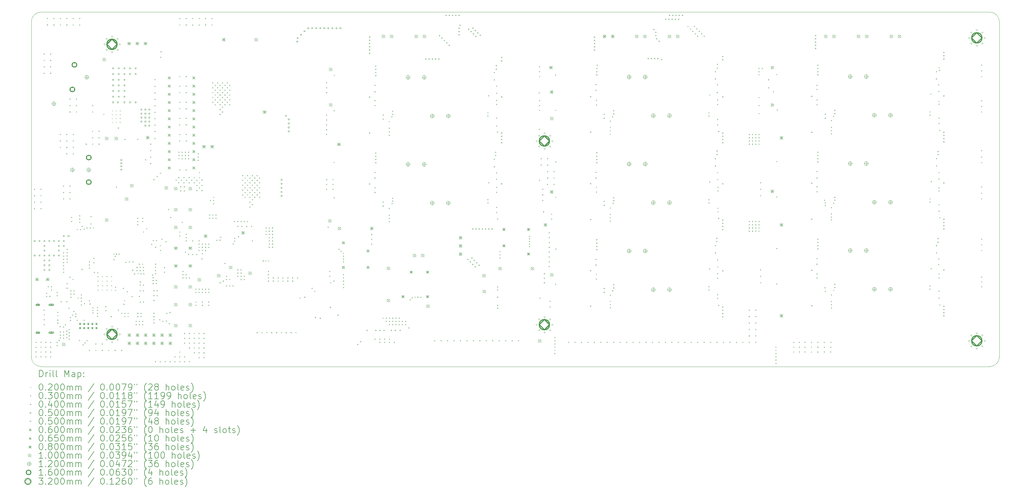
<source format=gbr>
%FSLAX45Y45*%
G04 Gerber Fmt 4.5, Leading zero omitted, Abs format (unit mm)*
G04 Created by KiCad (PCBNEW 6.0.5) date 2022-06-11 02:34:35*
%MOMM*%
%LPD*%
G01*
G04 APERTURE LIST*
%TA.AperFunction,Profile*%
%ADD10C,0.100000*%
%TD*%
%ADD11C,0.200000*%
%ADD12C,0.020000*%
%ADD13C,0.030000*%
%ADD14C,0.040000*%
%ADD15C,0.050000*%
%ADD16C,0.060000*%
%ADD17C,0.065000*%
%ADD18C,0.080000*%
%ADD19C,0.100000*%
%ADD20C,0.120000*%
%ADD21C,0.160000*%
%ADD22C,0.320000*%
G04 APERTURE END LIST*
D10*
X31200000Y-11900000D02*
X31200000Y-1500000D01*
X31200000Y-1500000D02*
G75*
G03*
X30900000Y-1200000I-300000J0D01*
G01*
X30900000Y-12200000D02*
G75*
G03*
X31200000Y-11900000I0J300000D01*
G01*
X1200000Y-11900000D02*
G75*
G03*
X1500000Y-12200000I300000J0D01*
G01*
X1200000Y-1500000D02*
X1200000Y-11900000D01*
X1500000Y-1200000D02*
G75*
G03*
X1200000Y-1500000I0J-300000D01*
G01*
X30900000Y-1200000D02*
X1500000Y-1200000D01*
X1500000Y-12200000D02*
X30900000Y-12200000D01*
D11*
D12*
X3255000Y-9395000D02*
X3275000Y-9415000D01*
X3275000Y-9395000D02*
X3255000Y-9415000D01*
X3255000Y-9535000D02*
X3275000Y-9555000D01*
X3275000Y-9535000D02*
X3255000Y-9555000D01*
X3255000Y-9675000D02*
X3275000Y-9695000D01*
X3275000Y-9675000D02*
X3255000Y-9695000D01*
X3255000Y-9815000D02*
X3275000Y-9835000D01*
X3275000Y-9815000D02*
X3255000Y-9835000D01*
X3395000Y-9395000D02*
X3415000Y-9415000D01*
X3415000Y-9395000D02*
X3395000Y-9415000D01*
X3395000Y-9535000D02*
X3415000Y-9555000D01*
X3415000Y-9535000D02*
X3395000Y-9555000D01*
X3395000Y-9675000D02*
X3415000Y-9695000D01*
X3415000Y-9675000D02*
X3395000Y-9695000D01*
X3395000Y-9815000D02*
X3415000Y-9835000D01*
X3415000Y-9815000D02*
X3395000Y-9835000D01*
X3535000Y-9395000D02*
X3555000Y-9415000D01*
X3555000Y-9395000D02*
X3535000Y-9415000D01*
X3535000Y-9535000D02*
X3555000Y-9555000D01*
X3555000Y-9535000D02*
X3535000Y-9555000D01*
X3535000Y-9675000D02*
X3555000Y-9695000D01*
X3555000Y-9675000D02*
X3535000Y-9695000D01*
X3535000Y-9815000D02*
X3555000Y-9835000D01*
X3555000Y-9815000D02*
X3535000Y-9835000D01*
X3675000Y-9395000D02*
X3695000Y-9415000D01*
X3695000Y-9395000D02*
X3675000Y-9415000D01*
X3675000Y-9535000D02*
X3695000Y-9555000D01*
X3695000Y-9535000D02*
X3675000Y-9555000D01*
X3675000Y-9675000D02*
X3695000Y-9695000D01*
X3695000Y-9675000D02*
X3675000Y-9695000D01*
X3675000Y-9815000D02*
X3695000Y-9835000D01*
X3695000Y-9815000D02*
X3675000Y-9835000D01*
X3700000Y-4250000D02*
X3720000Y-4270000D01*
X3720000Y-4250000D02*
X3700000Y-4270000D01*
X3700000Y-4370000D02*
X3720000Y-4390000D01*
X3720000Y-4370000D02*
X3700000Y-4390000D01*
X3700000Y-4490000D02*
X3720000Y-4510000D01*
X3720000Y-4490000D02*
X3700000Y-4510000D01*
X3700000Y-4610000D02*
X3720000Y-4630000D01*
X3720000Y-4610000D02*
X3700000Y-4630000D01*
X3820000Y-4250000D02*
X3840000Y-4270000D01*
X3840000Y-4250000D02*
X3820000Y-4270000D01*
X3820000Y-4370000D02*
X3840000Y-4390000D01*
X3840000Y-4370000D02*
X3820000Y-4390000D01*
X3820000Y-4490000D02*
X3840000Y-4510000D01*
X3840000Y-4490000D02*
X3820000Y-4510000D01*
X3820000Y-4610000D02*
X3840000Y-4630000D01*
X3840000Y-4610000D02*
X3820000Y-4630000D01*
X3940000Y-4250000D02*
X3960000Y-4270000D01*
X3960000Y-4250000D02*
X3940000Y-4270000D01*
X3940000Y-4370000D02*
X3960000Y-4390000D01*
X3960000Y-4370000D02*
X3940000Y-4390000D01*
X3940000Y-4490000D02*
X3960000Y-4510000D01*
X3960000Y-4490000D02*
X3940000Y-4510000D01*
X3940000Y-4610000D02*
X3960000Y-4630000D01*
X3960000Y-4610000D02*
X3940000Y-4630000D01*
D13*
X1315000Y-6700000D02*
G75*
G03*
X1315000Y-6700000I-15000J0D01*
G01*
X1315000Y-6900000D02*
G75*
G03*
X1315000Y-6900000I-15000J0D01*
G01*
X1315000Y-7100000D02*
G75*
G03*
X1315000Y-7100000I-15000J0D01*
G01*
X1315000Y-7300000D02*
G75*
G03*
X1315000Y-7300000I-15000J0D01*
G01*
X1365000Y-11450000D02*
G75*
G03*
X1365000Y-11450000I-15000J0D01*
G01*
X1365000Y-11600000D02*
G75*
G03*
X1365000Y-11600000I-15000J0D01*
G01*
X1365000Y-11750000D02*
G75*
G03*
X1365000Y-11750000I-15000J0D01*
G01*
X1365000Y-11900000D02*
G75*
G03*
X1365000Y-11900000I-15000J0D01*
G01*
X1515000Y-6700000D02*
G75*
G03*
X1515000Y-6700000I-15000J0D01*
G01*
X1515000Y-6900000D02*
G75*
G03*
X1515000Y-6900000I-15000J0D01*
G01*
X1515000Y-7100000D02*
G75*
G03*
X1515000Y-7100000I-15000J0D01*
G01*
X1515000Y-7300000D02*
G75*
G03*
X1515000Y-7300000I-15000J0D01*
G01*
X1515000Y-11450000D02*
G75*
G03*
X1515000Y-11450000I-15000J0D01*
G01*
X1515000Y-11600000D02*
G75*
G03*
X1515000Y-11600000I-15000J0D01*
G01*
X1515000Y-11750000D02*
G75*
G03*
X1515000Y-11750000I-15000J0D01*
G01*
X1515000Y-11900000D02*
G75*
G03*
X1515000Y-11900000I-15000J0D01*
G01*
X1615000Y-2500000D02*
G75*
G03*
X1615000Y-2500000I-15000J0D01*
G01*
X1615000Y-2700000D02*
G75*
G03*
X1615000Y-2700000I-15000J0D01*
G01*
X1615000Y-2900000D02*
G75*
G03*
X1615000Y-2900000I-15000J0D01*
G01*
X1615000Y-3100000D02*
G75*
G03*
X1615000Y-3100000I-15000J0D01*
G01*
X1615000Y-10450000D02*
G75*
G03*
X1615000Y-10450000I-15000J0D01*
G01*
X1615000Y-10600000D02*
G75*
G03*
X1615000Y-10600000I-15000J0D01*
G01*
X1615000Y-10750000D02*
G75*
G03*
X1615000Y-10750000I-15000J0D01*
G01*
X1615000Y-10900000D02*
G75*
G03*
X1615000Y-10900000I-15000J0D01*
G01*
X1665000Y-11450000D02*
G75*
G03*
X1665000Y-11450000I-15000J0D01*
G01*
X1665000Y-11600000D02*
G75*
G03*
X1665000Y-11600000I-15000J0D01*
G01*
X1665000Y-11750000D02*
G75*
G03*
X1665000Y-11750000I-15000J0D01*
G01*
X1665000Y-11900000D02*
G75*
G03*
X1665000Y-11900000I-15000J0D01*
G01*
X1690000Y-9925000D02*
G75*
G03*
X1690000Y-9925000I-15000J0D01*
G01*
X1690000Y-10025000D02*
G75*
G03*
X1690000Y-10025000I-15000J0D01*
G01*
X1715000Y-1400000D02*
G75*
G03*
X1715000Y-1400000I-15000J0D01*
G01*
X1715000Y-1600000D02*
G75*
G03*
X1715000Y-1600000I-15000J0D01*
G01*
X1740000Y-9725000D02*
G75*
G03*
X1740000Y-9725000I-15000J0D01*
G01*
X1790000Y-10025000D02*
G75*
G03*
X1790000Y-10025000I-15000J0D01*
G01*
X1815000Y-2500000D02*
G75*
G03*
X1815000Y-2500000I-15000J0D01*
G01*
X1815000Y-2700000D02*
G75*
G03*
X1815000Y-2700000I-15000J0D01*
G01*
X1815000Y-2900000D02*
G75*
G03*
X1815000Y-2900000I-15000J0D01*
G01*
X1815000Y-3100000D02*
G75*
G03*
X1815000Y-3100000I-15000J0D01*
G01*
X1815000Y-11450000D02*
G75*
G03*
X1815000Y-11450000I-15000J0D01*
G01*
X1815000Y-11600000D02*
G75*
G03*
X1815000Y-11600000I-15000J0D01*
G01*
X1815000Y-11750000D02*
G75*
G03*
X1815000Y-11750000I-15000J0D01*
G01*
X1815000Y-11900000D02*
G75*
G03*
X1815000Y-11900000I-15000J0D01*
G01*
X1840000Y-9725000D02*
G75*
G03*
X1840000Y-9725000I-15000J0D01*
G01*
X1840000Y-9825000D02*
G75*
G03*
X1840000Y-9825000I-15000J0D01*
G01*
X1915000Y-1400000D02*
G75*
G03*
X1915000Y-1400000I-15000J0D01*
G01*
X1915000Y-1600000D02*
G75*
G03*
X1915000Y-1600000I-15000J0D01*
G01*
X2015000Y-9900000D02*
G75*
G03*
X2015000Y-9900000I-15000J0D01*
G01*
X2015000Y-10000000D02*
G75*
G03*
X2015000Y-10000000I-15000J0D01*
G01*
X2015000Y-11450000D02*
G75*
G03*
X2015000Y-11450000I-15000J0D01*
G01*
X2015000Y-11550000D02*
G75*
G03*
X2015000Y-11550000I-15000J0D01*
G01*
X2035000Y-10760000D02*
G75*
G03*
X2035000Y-10760000I-15000J0D01*
G01*
X2035000Y-10855647D02*
G75*
G03*
X2035000Y-10855647I-15000J0D01*
G01*
X2037725Y-10522726D02*
G75*
G03*
X2037725Y-10522726I-15000J0D01*
G01*
X2040000Y-10615549D02*
G75*
G03*
X2040000Y-10615549I-15000J0D01*
G01*
X2077500Y-11387500D02*
G75*
G03*
X2077500Y-11387500I-15000J0D01*
G01*
X2105000Y-10960000D02*
G75*
G03*
X2105000Y-10960000I-15000J0D01*
G01*
X2112039Y-11127961D02*
G75*
G03*
X2112039Y-11127961I-15000J0D01*
G01*
X2112039Y-11227961D02*
G75*
G03*
X2112039Y-11227961I-15000J0D01*
G01*
X2112039Y-11312961D02*
G75*
G03*
X2112039Y-11312961I-15000J0D01*
G01*
X2115000Y-1400000D02*
G75*
G03*
X2115000Y-1400000I-15000J0D01*
G01*
X2115000Y-1600000D02*
G75*
G03*
X2115000Y-1600000I-15000J0D01*
G01*
X2115000Y-5000000D02*
G75*
G03*
X2115000Y-5000000I-15000J0D01*
G01*
X2115000Y-5200000D02*
G75*
G03*
X2115000Y-5200000I-15000J0D01*
G01*
X2115000Y-5400000D02*
G75*
G03*
X2115000Y-5400000I-15000J0D01*
G01*
X2140000Y-10190549D02*
G75*
G03*
X2140000Y-10190549I-15000J0D01*
G01*
X2215000Y-6600000D02*
G75*
G03*
X2215000Y-6600000I-15000J0D01*
G01*
X2215000Y-6800000D02*
G75*
G03*
X2215000Y-6800000I-15000J0D01*
G01*
X2215000Y-7000000D02*
G75*
G03*
X2215000Y-7000000I-15000J0D01*
G01*
X2215000Y-8670000D02*
G75*
G03*
X2215000Y-8670000I-15000J0D01*
G01*
X2215000Y-8775000D02*
G75*
G03*
X2215000Y-8775000I-15000J0D01*
G01*
X2215000Y-8875000D02*
G75*
G03*
X2215000Y-8875000I-15000J0D01*
G01*
X2215000Y-8975000D02*
G75*
G03*
X2215000Y-8975000I-15000J0D01*
G01*
X2215000Y-9075000D02*
G75*
G03*
X2215000Y-9075000I-15000J0D01*
G01*
X2215000Y-9175000D02*
G75*
G03*
X2215000Y-9175000I-15000J0D01*
G01*
X2215000Y-9275000D02*
G75*
G03*
X2215000Y-9275000I-15000J0D01*
G01*
X2215000Y-10975000D02*
G75*
G03*
X2215000Y-10975000I-15000J0D01*
G01*
X2215000Y-11130000D02*
G75*
G03*
X2215000Y-11130000I-15000J0D01*
G01*
X2215000Y-11225000D02*
G75*
G03*
X2215000Y-11225000I-15000J0D01*
G01*
X2215000Y-11325000D02*
G75*
G03*
X2215000Y-11325000I-15000J0D01*
G01*
X2270275Y-10905275D02*
G75*
G03*
X2270275Y-10905275I-15000J0D01*
G01*
X2315000Y-1400000D02*
G75*
G03*
X2315000Y-1400000I-15000J0D01*
G01*
X2315000Y-1600000D02*
G75*
G03*
X2315000Y-1600000I-15000J0D01*
G01*
X2315000Y-5000000D02*
G75*
G03*
X2315000Y-5000000I-15000J0D01*
G01*
X2315000Y-5200000D02*
G75*
G03*
X2315000Y-5200000I-15000J0D01*
G01*
X2315000Y-5400000D02*
G75*
G03*
X2315000Y-5400000I-15000J0D01*
G01*
X2315000Y-5600000D02*
G75*
G03*
X2315000Y-5600000I-15000J0D01*
G01*
X2315000Y-10190549D02*
G75*
G03*
X2315000Y-10190549I-15000J0D01*
G01*
X2315000Y-11100000D02*
G75*
G03*
X2315000Y-11100000I-15000J0D01*
G01*
X2315000Y-11200000D02*
G75*
G03*
X2315000Y-11200000I-15000J0D01*
G01*
X2315000Y-11300000D02*
G75*
G03*
X2315000Y-11300000I-15000J0D01*
G01*
X2325000Y-8560000D02*
G75*
G03*
X2325000Y-8560000I-15000J0D01*
G01*
X2325000Y-8665000D02*
G75*
G03*
X2325000Y-8665000I-15000J0D01*
G01*
X2325000Y-8770000D02*
G75*
G03*
X2325000Y-8770000I-15000J0D01*
G01*
X2325000Y-8865000D02*
G75*
G03*
X2325000Y-8865000I-15000J0D01*
G01*
X2325000Y-8965000D02*
G75*
G03*
X2325000Y-8965000I-15000J0D01*
G01*
X2325000Y-9630000D02*
G75*
G03*
X2325000Y-9630000I-15000J0D01*
G01*
X2325000Y-9770000D02*
G75*
G03*
X2325000Y-9770000I-15000J0D01*
G01*
X2385000Y-10390000D02*
G75*
G03*
X2385000Y-10390000I-15000J0D01*
G01*
X2390000Y-11050000D02*
G75*
G03*
X2390000Y-11050000I-15000J0D01*
G01*
X2390000Y-11150000D02*
G75*
G03*
X2390000Y-11150000I-15000J0D01*
G01*
X2390000Y-11250000D02*
G75*
G03*
X2390000Y-11250000I-15000J0D01*
G01*
X2390000Y-11350000D02*
G75*
G03*
X2390000Y-11350000I-15000J0D01*
G01*
X2415000Y-3900000D02*
G75*
G03*
X2415000Y-3900000I-15000J0D01*
G01*
X2415000Y-4100000D02*
G75*
G03*
X2415000Y-4100000I-15000J0D01*
G01*
X2415000Y-4300000D02*
G75*
G03*
X2415000Y-4300000I-15000J0D01*
G01*
X2415000Y-6600000D02*
G75*
G03*
X2415000Y-6600000I-15000J0D01*
G01*
X2415000Y-6800000D02*
G75*
G03*
X2415000Y-6800000I-15000J0D01*
G01*
X2415000Y-7000000D02*
G75*
G03*
X2415000Y-7000000I-15000J0D01*
G01*
X2415000Y-9425000D02*
G75*
G03*
X2415000Y-9425000I-15000J0D01*
G01*
X2425000Y-10680000D02*
G75*
G03*
X2425000Y-10680000I-15000J0D01*
G01*
X2425000Y-10770000D02*
G75*
G03*
X2425000Y-10770000I-15000J0D01*
G01*
X2440000Y-9850000D02*
G75*
G03*
X2440000Y-9850000I-15000J0D01*
G01*
X2440000Y-9950000D02*
G75*
G03*
X2440000Y-9950000I-15000J0D01*
G01*
X2440000Y-10050000D02*
G75*
G03*
X2440000Y-10050000I-15000J0D01*
G01*
X2465000Y-7575000D02*
G75*
G03*
X2465000Y-7575000I-15000J0D01*
G01*
X2465000Y-7700000D02*
G75*
G03*
X2465000Y-7700000I-15000J0D01*
G01*
X2495000Y-10600000D02*
G75*
G03*
X2495000Y-10600000I-15000J0D01*
G01*
X2505000Y-9500000D02*
G75*
G03*
X2505000Y-9500000I-15000J0D01*
G01*
X2515000Y-1400000D02*
G75*
G03*
X2515000Y-1400000I-15000J0D01*
G01*
X2515000Y-1600000D02*
G75*
G03*
X2515000Y-1600000I-15000J0D01*
G01*
X2515000Y-5000000D02*
G75*
G03*
X2515000Y-5000000I-15000J0D01*
G01*
X2515000Y-5200000D02*
G75*
G03*
X2515000Y-5200000I-15000J0D01*
G01*
X2515000Y-5400000D02*
G75*
G03*
X2515000Y-5400000I-15000J0D01*
G01*
X2515000Y-5600000D02*
G75*
G03*
X2515000Y-5600000I-15000J0D01*
G01*
X2535000Y-10495000D02*
G75*
G03*
X2535000Y-10495000I-15000J0D01*
G01*
X2540000Y-9850000D02*
G75*
G03*
X2540000Y-9850000I-15000J0D01*
G01*
X2540000Y-9950000D02*
G75*
G03*
X2540000Y-9950000I-15000J0D01*
G01*
X2595000Y-10570000D02*
G75*
G03*
X2595000Y-10570000I-15000J0D01*
G01*
X2595000Y-10650000D02*
G75*
G03*
X2595000Y-10650000I-15000J0D01*
G01*
X2615000Y-3900000D02*
G75*
G03*
X2615000Y-3900000I-15000J0D01*
G01*
X2615000Y-4100000D02*
G75*
G03*
X2615000Y-4100000I-15000J0D01*
G01*
X2615000Y-4300000D02*
G75*
G03*
X2615000Y-4300000I-15000J0D01*
G01*
X2640000Y-7950000D02*
G75*
G03*
X2640000Y-7950000I-15000J0D01*
G01*
X2640000Y-10765000D02*
G75*
G03*
X2640000Y-10765000I-15000J0D01*
G01*
X2665000Y-10075000D02*
G75*
G03*
X2665000Y-10075000I-15000J0D01*
G01*
X2707500Y-11392500D02*
G75*
G03*
X2707500Y-11392500I-15000J0D01*
G01*
X2715000Y-1400000D02*
G75*
G03*
X2715000Y-1400000I-15000J0D01*
G01*
X2715000Y-1600000D02*
G75*
G03*
X2715000Y-1600000I-15000J0D01*
G01*
X2715000Y-7525000D02*
G75*
G03*
X2715000Y-7525000I-15000J0D01*
G01*
X2715000Y-7625000D02*
G75*
G03*
X2715000Y-7625000I-15000J0D01*
G01*
X2715000Y-7725000D02*
G75*
G03*
X2715000Y-7725000I-15000J0D01*
G01*
X2740000Y-7950000D02*
G75*
G03*
X2740000Y-7950000I-15000J0D01*
G01*
X2765000Y-9975000D02*
G75*
G03*
X2765000Y-9975000I-15000J0D01*
G01*
X2765000Y-10075000D02*
G75*
G03*
X2765000Y-10075000I-15000J0D01*
G01*
X2765000Y-10175000D02*
G75*
G03*
X2765000Y-10175000I-15000J0D01*
G01*
X2765000Y-10290000D02*
G75*
G03*
X2765000Y-10290000I-15000J0D01*
G01*
X2790000Y-7850000D02*
G75*
G03*
X2790000Y-7850000I-15000J0D01*
G01*
X2790000Y-9185000D02*
G75*
G03*
X2790000Y-9185000I-15000J0D01*
G01*
X2819389Y-11529389D02*
G75*
G03*
X2819389Y-11529389I-15000J0D01*
G01*
X2850000Y-10765000D02*
G75*
G03*
X2850000Y-10765000I-15000J0D01*
G01*
X2852500Y-7937500D02*
G75*
G03*
X2852500Y-7937500I-15000J0D01*
G01*
X2865000Y-10250000D02*
G75*
G03*
X2865000Y-10250000I-15000J0D01*
G01*
X2881889Y-11466889D02*
G75*
G03*
X2881889Y-11466889I-15000J0D01*
G01*
X2915000Y-5300000D02*
G75*
G03*
X2915000Y-5300000I-15000J0D01*
G01*
X2940000Y-7900000D02*
G75*
G03*
X2940000Y-7900000I-15000J0D01*
G01*
X2942500Y-11397500D02*
G75*
G03*
X2942500Y-11397500I-15000J0D01*
G01*
X3015000Y-8950000D02*
G75*
G03*
X3015000Y-8950000I-15000J0D01*
G01*
X3015000Y-9050000D02*
G75*
G03*
X3015000Y-9050000I-15000J0D01*
G01*
X3015000Y-9150000D02*
G75*
G03*
X3015000Y-9150000I-15000J0D01*
G01*
X3015000Y-10160000D02*
G75*
G03*
X3015000Y-10160000I-15000J0D01*
G01*
X3015000Y-11700000D02*
G75*
G03*
X3015000Y-11700000I-15000J0D01*
G01*
X3035000Y-10260000D02*
G75*
G03*
X3035000Y-10260000I-15000J0D01*
G01*
X3040000Y-7900000D02*
G75*
G03*
X3040000Y-7900000I-15000J0D01*
G01*
X3065000Y-7550000D02*
G75*
G03*
X3065000Y-7550000I-15000J0D01*
G01*
X3065000Y-7775000D02*
G75*
G03*
X3065000Y-7775000I-15000J0D01*
G01*
X3115000Y-4100000D02*
G75*
G03*
X3115000Y-4100000I-15000J0D01*
G01*
X3115000Y-4300000D02*
G75*
G03*
X3115000Y-4300000I-15000J0D01*
G01*
X3115000Y-4900000D02*
G75*
G03*
X3115000Y-4900000I-15000J0D01*
G01*
X3115000Y-5100000D02*
G75*
G03*
X3115000Y-5100000I-15000J0D01*
G01*
X3115000Y-5300000D02*
G75*
G03*
X3115000Y-5300000I-15000J0D01*
G01*
X3125000Y-10380000D02*
G75*
G03*
X3125000Y-10380000I-15000J0D01*
G01*
X3125000Y-10460000D02*
G75*
G03*
X3125000Y-10460000I-15000J0D01*
G01*
X3125000Y-10540000D02*
G75*
G03*
X3125000Y-10540000I-15000J0D01*
G01*
X3140000Y-7900000D02*
G75*
G03*
X3140000Y-7900000I-15000J0D01*
G01*
X3155000Y-8840000D02*
G75*
G03*
X3155000Y-8840000I-15000J0D01*
G01*
X3155000Y-8980000D02*
G75*
G03*
X3155000Y-8980000I-15000J0D01*
G01*
X3167155Y-9282155D02*
G75*
G03*
X3167155Y-9282155I-15000J0D01*
G01*
X3215000Y-11500000D02*
G75*
G03*
X3215000Y-11500000I-15000J0D01*
G01*
X3215000Y-11700000D02*
G75*
G03*
X3215000Y-11700000I-15000J0D01*
G01*
X3265000Y-10375000D02*
G75*
G03*
X3265000Y-10375000I-15000J0D01*
G01*
X3265000Y-10460000D02*
G75*
G03*
X3265000Y-10460000I-15000J0D01*
G01*
X3265000Y-10550000D02*
G75*
G03*
X3265000Y-10550000I-15000J0D01*
G01*
X3265000Y-10640000D02*
G75*
G03*
X3265000Y-10640000I-15000J0D01*
G01*
X3275000Y-9290000D02*
G75*
G03*
X3275000Y-9290000I-15000J0D01*
G01*
X3315000Y-4900000D02*
G75*
G03*
X3315000Y-4900000I-15000J0D01*
G01*
X3315000Y-5100000D02*
G75*
G03*
X3315000Y-5100000I-15000J0D01*
G01*
X3315000Y-5300000D02*
G75*
G03*
X3315000Y-5300000I-15000J0D01*
G01*
X3415000Y-11500000D02*
G75*
G03*
X3415000Y-11500000I-15000J0D01*
G01*
X3415000Y-11700000D02*
G75*
G03*
X3415000Y-11700000I-15000J0D01*
G01*
X3463500Y-4376500D02*
G75*
G03*
X3463500Y-4376500I-15000J0D01*
G01*
X3525000Y-10340000D02*
G75*
G03*
X3525000Y-10340000I-15000J0D01*
G01*
X3525000Y-10470000D02*
G75*
G03*
X3525000Y-10470000I-15000J0D01*
G01*
X3615000Y-11700000D02*
G75*
G03*
X3615000Y-11700000I-15000J0D01*
G01*
X3695000Y-10650000D02*
G75*
G03*
X3695000Y-10650000I-15000J0D01*
G01*
X3775000Y-8710000D02*
G75*
G03*
X3775000Y-8710000I-15000J0D01*
G01*
X3777500Y-8882500D02*
G75*
G03*
X3777500Y-8882500I-15000J0D01*
G01*
X3815000Y-8780000D02*
G75*
G03*
X3815000Y-8780000I-15000J0D01*
G01*
X3815000Y-11700000D02*
G75*
G03*
X3815000Y-11700000I-15000J0D01*
G01*
X3827500Y-9737500D02*
G75*
G03*
X3827500Y-9737500I-15000J0D01*
G01*
X3827500Y-9837500D02*
G75*
G03*
X3827500Y-9837500I-15000J0D01*
G01*
X3855000Y-8710000D02*
G75*
G03*
X3855000Y-8710000I-15000J0D01*
G01*
X3855500Y-6634500D02*
G75*
G03*
X3855500Y-6634500I-15000J0D01*
G01*
X3915000Y-4800000D02*
G75*
G03*
X3915000Y-4800000I-15000J0D01*
G01*
X3915000Y-10450000D02*
G75*
G03*
X3915000Y-10450000I-15000J0D01*
G01*
X3935000Y-8710000D02*
G75*
G03*
X3935000Y-8710000I-15000J0D01*
G01*
X4015000Y-10550000D02*
G75*
G03*
X4015000Y-10550000I-15000J0D01*
G01*
X4015000Y-11700000D02*
G75*
G03*
X4015000Y-11700000I-15000J0D01*
G01*
X4065000Y-9775000D02*
G75*
G03*
X4065000Y-9775000I-15000J0D01*
G01*
X4085000Y-10270000D02*
G75*
G03*
X4085000Y-10270000I-15000J0D01*
G01*
X4105000Y-10160000D02*
G75*
G03*
X4105000Y-10160000I-15000J0D01*
G01*
X4115000Y-5150000D02*
G75*
G03*
X4115000Y-5150000I-15000J0D01*
G01*
X4115000Y-10550000D02*
G75*
G03*
X4115000Y-10550000I-15000J0D01*
G01*
X4115000Y-10650000D02*
G75*
G03*
X4115000Y-10650000I-15000J0D01*
G01*
X4145000Y-8970000D02*
G75*
G03*
X4145000Y-8970000I-15000J0D01*
G01*
X4190000Y-9875000D02*
G75*
G03*
X4190000Y-9875000I-15000J0D01*
G01*
X4215000Y-10550000D02*
G75*
G03*
X4215000Y-10550000I-15000J0D01*
G01*
X4215000Y-10650000D02*
G75*
G03*
X4215000Y-10650000I-15000J0D01*
G01*
X4255000Y-8950000D02*
G75*
G03*
X4255000Y-8950000I-15000J0D01*
G01*
X4340000Y-10025000D02*
G75*
G03*
X4340000Y-10025000I-15000J0D01*
G01*
X4355000Y-9210000D02*
G75*
G03*
X4355000Y-9210000I-15000J0D01*
G01*
X4365000Y-8950000D02*
G75*
G03*
X4365000Y-8950000I-15000J0D01*
G01*
X4415000Y-9330000D02*
G75*
G03*
X4415000Y-9330000I-15000J0D01*
G01*
X4465000Y-10800000D02*
G75*
G03*
X4465000Y-10800000I-15000J0D01*
G01*
X4465000Y-10900000D02*
G75*
G03*
X4465000Y-10900000I-15000J0D01*
G01*
X4490000Y-9125000D02*
G75*
G03*
X4490000Y-9125000I-15000J0D01*
G01*
X4490000Y-9225000D02*
G75*
G03*
X4490000Y-9225000I-15000J0D01*
G01*
X4515000Y-5150000D02*
G75*
G03*
X4515000Y-5150000I-15000J0D01*
G01*
X4515000Y-7600000D02*
G75*
G03*
X4515000Y-7600000I-15000J0D01*
G01*
X4515000Y-7700000D02*
G75*
G03*
X4515000Y-7700000I-15000J0D01*
G01*
X4515000Y-7800000D02*
G75*
G03*
X4515000Y-7800000I-15000J0D01*
G01*
X4515000Y-10550000D02*
G75*
G03*
X4515000Y-10550000I-15000J0D01*
G01*
X4515000Y-10650000D02*
G75*
G03*
X4515000Y-10650000I-15000J0D01*
G01*
X4527500Y-9312500D02*
G75*
G03*
X4527500Y-9312500I-15000J0D01*
G01*
X4565000Y-9025000D02*
G75*
G03*
X4565000Y-9025000I-15000J0D01*
G01*
X4565000Y-10025000D02*
G75*
G03*
X4565000Y-10025000I-15000J0D01*
G01*
X4565000Y-10800000D02*
G75*
G03*
X4565000Y-10800000I-15000J0D01*
G01*
X4565000Y-10900000D02*
G75*
G03*
X4565000Y-10900000I-15000J0D01*
G01*
X4590000Y-9125000D02*
G75*
G03*
X4590000Y-9125000I-15000J0D01*
G01*
X4590000Y-9225000D02*
G75*
G03*
X4590000Y-9225000I-15000J0D01*
G01*
X4590000Y-9575000D02*
G75*
G03*
X4590000Y-9575000I-15000J0D01*
G01*
X4590000Y-9675000D02*
G75*
G03*
X4590000Y-9675000I-15000J0D01*
G01*
X4590000Y-9850000D02*
G75*
G03*
X4590000Y-9850000I-15000J0D01*
G01*
X4590000Y-10200000D02*
G75*
G03*
X4590000Y-10200000I-15000J0D01*
G01*
X4615000Y-9325000D02*
G75*
G03*
X4615000Y-9325000I-15000J0D01*
G01*
X4615000Y-10550000D02*
G75*
G03*
X4615000Y-10550000I-15000J0D01*
G01*
X4615000Y-10650000D02*
G75*
G03*
X4615000Y-10650000I-15000J0D01*
G01*
X4665000Y-7600000D02*
G75*
G03*
X4665000Y-7600000I-15000J0D01*
G01*
X4665000Y-7700000D02*
G75*
G03*
X4665000Y-7700000I-15000J0D01*
G01*
X4665000Y-9025000D02*
G75*
G03*
X4665000Y-9025000I-15000J0D01*
G01*
X4665000Y-10800000D02*
G75*
G03*
X4665000Y-10800000I-15000J0D01*
G01*
X4665000Y-10900000D02*
G75*
G03*
X4665000Y-10900000I-15000J0D01*
G01*
X4690000Y-8025000D02*
G75*
G03*
X4690000Y-8025000I-15000J0D01*
G01*
X4690000Y-9125000D02*
G75*
G03*
X4690000Y-9125000I-15000J0D01*
G01*
X4690000Y-9225000D02*
G75*
G03*
X4690000Y-9225000I-15000J0D01*
G01*
X4690000Y-9675000D02*
G75*
G03*
X4690000Y-9675000I-15000J0D01*
G01*
X4690000Y-9850000D02*
G75*
G03*
X4690000Y-9850000I-15000J0D01*
G01*
X4690000Y-10200000D02*
G75*
G03*
X4690000Y-10200000I-15000J0D01*
G01*
X4700000Y-9325000D02*
G75*
G03*
X4700000Y-9325000I-15000J0D01*
G01*
X4760500Y-5784500D02*
G75*
G03*
X4760500Y-5784500I-15000J0D01*
G01*
X4790000Y-7925000D02*
G75*
G03*
X4790000Y-7925000I-15000J0D01*
G01*
X4915000Y-5300000D02*
G75*
G03*
X4915000Y-5300000I-15000J0D01*
G01*
X4915000Y-5500000D02*
G75*
G03*
X4915000Y-5500000I-15000J0D01*
G01*
X4915000Y-5700000D02*
G75*
G03*
X4915000Y-5700000I-15000J0D01*
G01*
X4915000Y-5900000D02*
G75*
G03*
X4915000Y-5900000I-15000J0D01*
G01*
X4945000Y-8410000D02*
G75*
G03*
X4945000Y-8410000I-15000J0D01*
G01*
X4975000Y-9360000D02*
G75*
G03*
X4975000Y-9360000I-15000J0D01*
G01*
X4990000Y-9445000D02*
G75*
G03*
X4990000Y-9445000I-15000J0D01*
G01*
X4990000Y-9535000D02*
G75*
G03*
X4990000Y-9535000I-15000J0D01*
G01*
X4990000Y-9625000D02*
G75*
G03*
X4990000Y-9625000I-15000J0D01*
G01*
X4995000Y-8290000D02*
G75*
G03*
X4995000Y-8290000I-15000J0D01*
G01*
X5015000Y-6400000D02*
G75*
G03*
X5015000Y-6400000I-15000J0D01*
G01*
X5015000Y-9850000D02*
G75*
G03*
X5015000Y-9850000I-15000J0D01*
G01*
X5015000Y-10000000D02*
G75*
G03*
X5015000Y-10000000I-15000J0D01*
G01*
X5015000Y-10150000D02*
G75*
G03*
X5015000Y-10150000I-15000J0D01*
G01*
X5015000Y-10550000D02*
G75*
G03*
X5015000Y-10550000I-15000J0D01*
G01*
X5015000Y-10650000D02*
G75*
G03*
X5015000Y-10650000I-15000J0D01*
G01*
X5015000Y-10750000D02*
G75*
G03*
X5015000Y-10750000I-15000J0D01*
G01*
X5015000Y-10850000D02*
G75*
G03*
X5015000Y-10850000I-15000J0D01*
G01*
X5047024Y-3296451D02*
G75*
G03*
X5047024Y-3296451I-15000J0D01*
G01*
X5047024Y-3508951D02*
G75*
G03*
X5047024Y-3508951I-15000J0D01*
G01*
X5047024Y-3708951D02*
G75*
G03*
X5047024Y-3708951I-15000J0D01*
G01*
X5047024Y-3908951D02*
G75*
G03*
X5047024Y-3908951I-15000J0D01*
G01*
X5047024Y-4108951D02*
G75*
G03*
X5047024Y-4108951I-15000J0D01*
G01*
X5047024Y-4308951D02*
G75*
G03*
X5047024Y-4308951I-15000J0D01*
G01*
X5047024Y-4508951D02*
G75*
G03*
X5047024Y-4508951I-15000J0D01*
G01*
X5047024Y-4708951D02*
G75*
G03*
X5047024Y-4708951I-15000J0D01*
G01*
X5047024Y-4908951D02*
G75*
G03*
X5047024Y-4908951I-15000J0D01*
G01*
X5047024Y-5126547D02*
G75*
G03*
X5047024Y-5126547I-15000J0D01*
G01*
X5065000Y-8500000D02*
G75*
G03*
X5065000Y-8500000I-15000J0D01*
G01*
X5065000Y-9025000D02*
G75*
G03*
X5065000Y-9025000I-15000J0D01*
G01*
X5065000Y-9125000D02*
G75*
G03*
X5065000Y-9125000I-15000J0D01*
G01*
X5065000Y-9225000D02*
G75*
G03*
X5065000Y-9225000I-15000J0D01*
G01*
X5065000Y-9320000D02*
G75*
G03*
X5065000Y-9320000I-15000J0D01*
G01*
X5065000Y-12050000D02*
G75*
G03*
X5065000Y-12050000I-15000J0D01*
G01*
X5090000Y-9525000D02*
G75*
G03*
X5090000Y-9525000I-15000J0D01*
G01*
X5090000Y-9625000D02*
G75*
G03*
X5090000Y-9625000I-15000J0D01*
G01*
X5095000Y-8290000D02*
G75*
G03*
X5095000Y-8290000I-15000J0D01*
G01*
X5115000Y-6300000D02*
G75*
G03*
X5115000Y-6300000I-15000J0D01*
G01*
X5115000Y-9850000D02*
G75*
G03*
X5115000Y-9850000I-15000J0D01*
G01*
X5115000Y-10000000D02*
G75*
G03*
X5115000Y-10000000I-15000J0D01*
G01*
X5195000Y-10750000D02*
G75*
G03*
X5195000Y-10750000I-15000J0D01*
G01*
X5215000Y-6200000D02*
G75*
G03*
X5215000Y-6200000I-15000J0D01*
G01*
X5215000Y-8450000D02*
G75*
G03*
X5215000Y-8450000I-15000J0D01*
G01*
X5215000Y-8600000D02*
G75*
G03*
X5215000Y-8600000I-15000J0D01*
G01*
X5215000Y-12050000D02*
G75*
G03*
X5215000Y-12050000I-15000J0D01*
G01*
X5230000Y-2605000D02*
G75*
G03*
X5230000Y-2605000I-15000J0D01*
G01*
X5235000Y-2430000D02*
G75*
G03*
X5235000Y-2430000I-15000J0D01*
G01*
X5265000Y-8250000D02*
G75*
G03*
X5265000Y-8250000I-15000J0D01*
G01*
X5290000Y-10800000D02*
G75*
G03*
X5290000Y-10800000I-15000J0D01*
G01*
X5340000Y-9275000D02*
G75*
G03*
X5340000Y-9275000I-15000J0D01*
G01*
X5345000Y-9130000D02*
G75*
G03*
X5345000Y-9130000I-15000J0D01*
G01*
X5365000Y-12050000D02*
G75*
G03*
X5365000Y-12050000I-15000J0D01*
G01*
X5390000Y-8325000D02*
G75*
G03*
X5390000Y-8325000I-15000J0D01*
G01*
X5397500Y-10792500D02*
G75*
G03*
X5397500Y-10792500I-15000J0D01*
G01*
X5415000Y-10550000D02*
G75*
G03*
X5415000Y-10550000I-15000J0D01*
G01*
X5465000Y-7325000D02*
G75*
G03*
X5465000Y-7325000I-15000J0D01*
G01*
X5490000Y-10875000D02*
G75*
G03*
X5490000Y-10875000I-15000J0D01*
G01*
X5515000Y-10525000D02*
G75*
G03*
X5515000Y-10525000I-15000J0D01*
G01*
X5515000Y-12050000D02*
G75*
G03*
X5515000Y-12050000I-15000J0D01*
G01*
X5540000Y-7575000D02*
G75*
G03*
X5540000Y-7575000I-15000J0D01*
G01*
X5665000Y-11900000D02*
G75*
G03*
X5665000Y-11900000I-15000J0D01*
G01*
X5665000Y-12050000D02*
G75*
G03*
X5665000Y-12050000I-15000J0D01*
G01*
X5705000Y-6420000D02*
G75*
G03*
X5705000Y-6420000I-15000J0D01*
G01*
X5785000Y-6340000D02*
G75*
G03*
X5785000Y-6340000I-15000J0D01*
G01*
X5785000Y-6500000D02*
G75*
G03*
X5785000Y-6500000I-15000J0D01*
G01*
X5790000Y-5550000D02*
G75*
G03*
X5790000Y-5550000I-15000J0D01*
G01*
X5790000Y-5650000D02*
G75*
G03*
X5790000Y-5650000I-15000J0D01*
G01*
X5790000Y-5750000D02*
G75*
G03*
X5790000Y-5750000I-15000J0D01*
G01*
X5815000Y-1400000D02*
G75*
G03*
X5815000Y-1400000I-15000J0D01*
G01*
X5815000Y-1600000D02*
G75*
G03*
X5815000Y-1600000I-15000J0D01*
G01*
X5815000Y-3200000D02*
G75*
G03*
X5815000Y-3200000I-15000J0D01*
G01*
X5815000Y-3500000D02*
G75*
G03*
X5815000Y-3500000I-15000J0D01*
G01*
X5815000Y-3700000D02*
G75*
G03*
X5815000Y-3700000I-15000J0D01*
G01*
X5815000Y-4000000D02*
G75*
G03*
X5815000Y-4000000I-15000J0D01*
G01*
X5815000Y-4200000D02*
G75*
G03*
X5815000Y-4200000I-15000J0D01*
G01*
X5815000Y-4500000D02*
G75*
G03*
X5815000Y-4500000I-15000J0D01*
G01*
X5815000Y-4700000D02*
G75*
G03*
X5815000Y-4700000I-15000J0D01*
G01*
X5815000Y-5000000D02*
G75*
G03*
X5815000Y-5000000I-15000J0D01*
G01*
X5815000Y-5200000D02*
G75*
G03*
X5815000Y-5200000I-15000J0D01*
G01*
X5815000Y-6100000D02*
G75*
G03*
X5815000Y-6100000I-15000J0D01*
G01*
X5815000Y-8025000D02*
G75*
G03*
X5815000Y-8025000I-15000J0D01*
G01*
X5815000Y-8150000D02*
G75*
G03*
X5815000Y-8150000I-15000J0D01*
G01*
X5815000Y-11750000D02*
G75*
G03*
X5815000Y-11750000I-15000J0D01*
G01*
X5815000Y-11900000D02*
G75*
G03*
X5815000Y-11900000I-15000J0D01*
G01*
X5815000Y-12050000D02*
G75*
G03*
X5815000Y-12050000I-15000J0D01*
G01*
X5845000Y-6620000D02*
G75*
G03*
X5845000Y-6620000I-15000J0D01*
G01*
X5845000Y-6750000D02*
G75*
G03*
X5845000Y-6750000I-15000J0D01*
G01*
X5865000Y-6420000D02*
G75*
G03*
X5865000Y-6420000I-15000J0D01*
G01*
X5890000Y-5550000D02*
G75*
G03*
X5890000Y-5550000I-15000J0D01*
G01*
X5890000Y-5650000D02*
G75*
G03*
X5890000Y-5650000I-15000J0D01*
G01*
X5890000Y-5750000D02*
G75*
G03*
X5890000Y-5750000I-15000J0D01*
G01*
X5890000Y-7725000D02*
G75*
G03*
X5890000Y-7725000I-15000J0D01*
G01*
X5915000Y-9250000D02*
G75*
G03*
X5915000Y-9250000I-15000J0D01*
G01*
X5915000Y-9350000D02*
G75*
G03*
X5915000Y-9350000I-15000J0D01*
G01*
X5915000Y-9450000D02*
G75*
G03*
X5915000Y-9450000I-15000J0D01*
G01*
X5945000Y-6340000D02*
G75*
G03*
X5945000Y-6340000I-15000J0D01*
G01*
X5945000Y-6500000D02*
G75*
G03*
X5945000Y-6500000I-15000J0D01*
G01*
X5955000Y-6620000D02*
G75*
G03*
X5955000Y-6620000I-15000J0D01*
G01*
X5955000Y-6750000D02*
G75*
G03*
X5955000Y-6750000I-15000J0D01*
G01*
X5965000Y-11175000D02*
G75*
G03*
X5965000Y-11175000I-15000J0D01*
G01*
X5965000Y-11325000D02*
G75*
G03*
X5965000Y-11325000I-15000J0D01*
G01*
X5965000Y-11475000D02*
G75*
G03*
X5965000Y-11475000I-15000J0D01*
G01*
X5965000Y-11900000D02*
G75*
G03*
X5965000Y-11900000I-15000J0D01*
G01*
X5965000Y-12050000D02*
G75*
G03*
X5965000Y-12050000I-15000J0D01*
G01*
X5990000Y-5550000D02*
G75*
G03*
X5990000Y-5550000I-15000J0D01*
G01*
X5990000Y-5650000D02*
G75*
G03*
X5990000Y-5650000I-15000J0D01*
G01*
X5990000Y-5750000D02*
G75*
G03*
X5990000Y-5750000I-15000J0D01*
G01*
X5990000Y-8650000D02*
G75*
G03*
X5990000Y-8650000I-15000J0D01*
G01*
X6015000Y-1400000D02*
G75*
G03*
X6015000Y-1400000I-15000J0D01*
G01*
X6015000Y-1600000D02*
G75*
G03*
X6015000Y-1600000I-15000J0D01*
G01*
X6015000Y-3200000D02*
G75*
G03*
X6015000Y-3200000I-15000J0D01*
G01*
X6015000Y-3500000D02*
G75*
G03*
X6015000Y-3500000I-15000J0D01*
G01*
X6015000Y-3700000D02*
G75*
G03*
X6015000Y-3700000I-15000J0D01*
G01*
X6015000Y-4000000D02*
G75*
G03*
X6015000Y-4000000I-15000J0D01*
G01*
X6015000Y-4200000D02*
G75*
G03*
X6015000Y-4200000I-15000J0D01*
G01*
X6015000Y-4500000D02*
G75*
G03*
X6015000Y-4500000I-15000J0D01*
G01*
X6015000Y-4700000D02*
G75*
G03*
X6015000Y-4700000I-15000J0D01*
G01*
X6015000Y-5000000D02*
G75*
G03*
X6015000Y-5000000I-15000J0D01*
G01*
X6015000Y-5200000D02*
G75*
G03*
X6015000Y-5200000I-15000J0D01*
G01*
X6015000Y-6100000D02*
G75*
G03*
X6015000Y-6100000I-15000J0D01*
G01*
X6015000Y-8100000D02*
G75*
G03*
X6015000Y-8100000I-15000J0D01*
G01*
X6015000Y-8200000D02*
G75*
G03*
X6015000Y-8200000I-15000J0D01*
G01*
X6015000Y-8300000D02*
G75*
G03*
X6015000Y-8300000I-15000J0D01*
G01*
X6015000Y-9350000D02*
G75*
G03*
X6015000Y-9350000I-15000J0D01*
G01*
X6015000Y-9450000D02*
G75*
G03*
X6015000Y-9450000I-15000J0D01*
G01*
X6025000Y-6420000D02*
G75*
G03*
X6025000Y-6420000I-15000J0D01*
G01*
X6090000Y-5550000D02*
G75*
G03*
X6090000Y-5550000I-15000J0D01*
G01*
X6090000Y-5650000D02*
G75*
G03*
X6090000Y-5650000I-15000J0D01*
G01*
X6090000Y-5750000D02*
G75*
G03*
X6090000Y-5750000I-15000J0D01*
G01*
X6090000Y-8715000D02*
G75*
G03*
X6090000Y-8715000I-15000J0D01*
G01*
X6105000Y-6340000D02*
G75*
G03*
X6105000Y-6340000I-15000J0D01*
G01*
X6105000Y-6500000D02*
G75*
G03*
X6105000Y-6500000I-15000J0D01*
G01*
X6115000Y-9450000D02*
G75*
G03*
X6115000Y-9450000I-15000J0D01*
G01*
X6115000Y-11175000D02*
G75*
G03*
X6115000Y-11175000I-15000J0D01*
G01*
X6115000Y-11325000D02*
G75*
G03*
X6115000Y-11325000I-15000J0D01*
G01*
X6115000Y-11475000D02*
G75*
G03*
X6115000Y-11475000I-15000J0D01*
G01*
X6115000Y-11625000D02*
G75*
G03*
X6115000Y-11625000I-15000J0D01*
G01*
X6115000Y-12050000D02*
G75*
G03*
X6115000Y-12050000I-15000J0D01*
G01*
X6185000Y-6420000D02*
G75*
G03*
X6185000Y-6420000I-15000J0D01*
G01*
X6215000Y-1400000D02*
G75*
G03*
X6215000Y-1400000I-15000J0D01*
G01*
X6215000Y-1600000D02*
G75*
G03*
X6215000Y-1600000I-15000J0D01*
G01*
X6215000Y-8300000D02*
G75*
G03*
X6215000Y-8300000I-15000J0D01*
G01*
X6215000Y-8725000D02*
G75*
G03*
X6215000Y-8725000I-15000J0D01*
G01*
X6265000Y-6340000D02*
G75*
G03*
X6265000Y-6340000I-15000J0D01*
G01*
X6265000Y-6500000D02*
G75*
G03*
X6265000Y-6500000I-15000J0D01*
G01*
X6265000Y-11175000D02*
G75*
G03*
X6265000Y-11175000I-15000J0D01*
G01*
X6265000Y-11325000D02*
G75*
G03*
X6265000Y-11325000I-15000J0D01*
G01*
X6265000Y-11475000D02*
G75*
G03*
X6265000Y-11475000I-15000J0D01*
G01*
X6265000Y-11625000D02*
G75*
G03*
X6265000Y-11625000I-15000J0D01*
G01*
X6265000Y-11775000D02*
G75*
G03*
X6265000Y-11775000I-15000J0D01*
G01*
X6315000Y-9800000D02*
G75*
G03*
X6315000Y-9800000I-15000J0D01*
G01*
X6315000Y-9900000D02*
G75*
G03*
X6315000Y-9900000I-15000J0D01*
G01*
X6315000Y-10200000D02*
G75*
G03*
X6315000Y-10200000I-15000J0D01*
G01*
X6315000Y-10300000D02*
G75*
G03*
X6315000Y-10300000I-15000J0D01*
G01*
X6340000Y-8725000D02*
G75*
G03*
X6340000Y-8725000I-15000J0D01*
G01*
X6345000Y-6420000D02*
G75*
G03*
X6345000Y-6420000I-15000J0D01*
G01*
X6345000Y-6580000D02*
G75*
G03*
X6345000Y-6580000I-15000J0D01*
G01*
X6345000Y-6740000D02*
G75*
G03*
X6345000Y-6740000I-15000J0D01*
G01*
X6390000Y-5600000D02*
G75*
G03*
X6390000Y-5600000I-15000J0D01*
G01*
X6390000Y-5700000D02*
G75*
G03*
X6390000Y-5700000I-15000J0D01*
G01*
X6390000Y-5800000D02*
G75*
G03*
X6390000Y-5800000I-15000J0D01*
G01*
X6415000Y-1400000D02*
G75*
G03*
X6415000Y-1400000I-15000J0D01*
G01*
X6415000Y-1600000D02*
G75*
G03*
X6415000Y-1600000I-15000J0D01*
G01*
X6415000Y-8300000D02*
G75*
G03*
X6415000Y-8300000I-15000J0D01*
G01*
X6415000Y-8400000D02*
G75*
G03*
X6415000Y-8400000I-15000J0D01*
G01*
X6415000Y-8500000D02*
G75*
G03*
X6415000Y-8500000I-15000J0D01*
G01*
X6415000Y-8600000D02*
G75*
G03*
X6415000Y-8600000I-15000J0D01*
G01*
X6415000Y-9800000D02*
G75*
G03*
X6415000Y-9800000I-15000J0D01*
G01*
X6415000Y-9900000D02*
G75*
G03*
X6415000Y-9900000I-15000J0D01*
G01*
X6415000Y-11175000D02*
G75*
G03*
X6415000Y-11175000I-15000J0D01*
G01*
X6415000Y-11325000D02*
G75*
G03*
X6415000Y-11325000I-15000J0D01*
G01*
X6415000Y-11475000D02*
G75*
G03*
X6415000Y-11475000I-15000J0D01*
G01*
X6415000Y-11625000D02*
G75*
G03*
X6415000Y-11625000I-15000J0D01*
G01*
X6415000Y-11775000D02*
G75*
G03*
X6415000Y-11775000I-15000J0D01*
G01*
X6415000Y-11925000D02*
G75*
G03*
X6415000Y-11925000I-15000J0D01*
G01*
X6425000Y-6180000D02*
G75*
G03*
X6425000Y-6180000I-15000J0D01*
G01*
X6425000Y-6340000D02*
G75*
G03*
X6425000Y-6340000I-15000J0D01*
G01*
X6425000Y-6500000D02*
G75*
G03*
X6425000Y-6500000I-15000J0D01*
G01*
X6425000Y-6660000D02*
G75*
G03*
X6425000Y-6660000I-15000J0D01*
G01*
X6505000Y-6410000D02*
G75*
G03*
X6505000Y-6410000I-15000J0D01*
G01*
X6505000Y-6580000D02*
G75*
G03*
X6505000Y-6580000I-15000J0D01*
G01*
X6505000Y-6740000D02*
G75*
G03*
X6505000Y-6740000I-15000J0D01*
G01*
X6505000Y-8860000D02*
G75*
G03*
X6505000Y-8860000I-15000J0D01*
G01*
X6515000Y-8400000D02*
G75*
G03*
X6515000Y-8400000I-15000J0D01*
G01*
X6515000Y-8500000D02*
G75*
G03*
X6515000Y-8500000I-15000J0D01*
G01*
X6515000Y-8600000D02*
G75*
G03*
X6515000Y-8600000I-15000J0D01*
G01*
X6515000Y-8700000D02*
G75*
G03*
X6515000Y-8700000I-15000J0D01*
G01*
X6515000Y-9800000D02*
G75*
G03*
X6515000Y-9800000I-15000J0D01*
G01*
X6515000Y-9900000D02*
G75*
G03*
X6515000Y-9900000I-15000J0D01*
G01*
X6515000Y-10200000D02*
G75*
G03*
X6515000Y-10200000I-15000J0D01*
G01*
X6515000Y-10300000D02*
G75*
G03*
X6515000Y-10300000I-15000J0D01*
G01*
X6565000Y-11175000D02*
G75*
G03*
X6565000Y-11175000I-15000J0D01*
G01*
X6565000Y-11325000D02*
G75*
G03*
X6565000Y-11325000I-15000J0D01*
G01*
X6565000Y-11475000D02*
G75*
G03*
X6565000Y-11475000I-15000J0D01*
G01*
X6565000Y-11625000D02*
G75*
G03*
X6565000Y-11625000I-15000J0D01*
G01*
X6565000Y-11775000D02*
G75*
G03*
X6565000Y-11775000I-15000J0D01*
G01*
X6565000Y-11925000D02*
G75*
G03*
X6565000Y-11925000I-15000J0D01*
G01*
X6615000Y-1400000D02*
G75*
G03*
X6615000Y-1400000I-15000J0D01*
G01*
X6615000Y-1600000D02*
G75*
G03*
X6615000Y-1600000I-15000J0D01*
G01*
X6615000Y-8400000D02*
G75*
G03*
X6615000Y-8400000I-15000J0D01*
G01*
X6615000Y-8500000D02*
G75*
G03*
X6615000Y-8500000I-15000J0D01*
G01*
X6615000Y-8600000D02*
G75*
G03*
X6615000Y-8600000I-15000J0D01*
G01*
X6615000Y-9800000D02*
G75*
G03*
X6615000Y-9800000I-15000J0D01*
G01*
X6615000Y-9900000D02*
G75*
G03*
X6615000Y-9900000I-15000J0D01*
G01*
X6715000Y-8400000D02*
G75*
G03*
X6715000Y-8400000I-15000J0D01*
G01*
X6715000Y-8500000D02*
G75*
G03*
X6715000Y-8500000I-15000J0D01*
G01*
X6715000Y-9800000D02*
G75*
G03*
X6715000Y-9800000I-15000J0D01*
G01*
X6715000Y-9900000D02*
G75*
G03*
X6715000Y-9900000I-15000J0D01*
G01*
X6715000Y-10200000D02*
G75*
G03*
X6715000Y-10200000I-15000J0D01*
G01*
X6715000Y-10300000D02*
G75*
G03*
X6715000Y-10300000I-15000J0D01*
G01*
X6740000Y-7500000D02*
G75*
G03*
X6740000Y-7500000I-15000J0D01*
G01*
X6740000Y-7600000D02*
G75*
G03*
X6740000Y-7600000I-15000J0D01*
G01*
X6765000Y-7050000D02*
G75*
G03*
X6765000Y-7050000I-15000J0D01*
G01*
X6815000Y-1400000D02*
G75*
G03*
X6815000Y-1400000I-15000J0D01*
G01*
X6815000Y-1600000D02*
G75*
G03*
X6815000Y-1600000I-15000J0D01*
G01*
X6840000Y-3400000D02*
G75*
G03*
X6840000Y-3400000I-15000J0D01*
G01*
X6840000Y-3550000D02*
G75*
G03*
X6840000Y-3550000I-15000J0D01*
G01*
X6840000Y-3700000D02*
G75*
G03*
X6840000Y-3700000I-15000J0D01*
G01*
X6840000Y-3850000D02*
G75*
G03*
X6840000Y-3850000I-15000J0D01*
G01*
X6840000Y-4000000D02*
G75*
G03*
X6840000Y-4000000I-15000J0D01*
G01*
X6840000Y-7500000D02*
G75*
G03*
X6840000Y-7500000I-15000J0D01*
G01*
X6840000Y-7600000D02*
G75*
G03*
X6840000Y-7600000I-15000J0D01*
G01*
X6865000Y-6950000D02*
G75*
G03*
X6865000Y-6950000I-15000J0D01*
G01*
X6865000Y-7050000D02*
G75*
G03*
X6865000Y-7050000I-15000J0D01*
G01*
X6865000Y-7150000D02*
G75*
G03*
X6865000Y-7150000I-15000J0D01*
G01*
X6915000Y-3475000D02*
G75*
G03*
X6915000Y-3475000I-15000J0D01*
G01*
X6915000Y-3625000D02*
G75*
G03*
X6915000Y-3625000I-15000J0D01*
G01*
X6915000Y-3775000D02*
G75*
G03*
X6915000Y-3775000I-15000J0D01*
G01*
X6915000Y-3925000D02*
G75*
G03*
X6915000Y-3925000I-15000J0D01*
G01*
X6915000Y-4075000D02*
G75*
G03*
X6915000Y-4075000I-15000J0D01*
G01*
X6940000Y-7500000D02*
G75*
G03*
X6940000Y-7500000I-15000J0D01*
G01*
X6940000Y-7600000D02*
G75*
G03*
X6940000Y-7600000I-15000J0D01*
G01*
X6965000Y-8280000D02*
G75*
G03*
X6965000Y-8280000I-15000J0D01*
G01*
X6990000Y-3400000D02*
G75*
G03*
X6990000Y-3400000I-15000J0D01*
G01*
X6990000Y-3550000D02*
G75*
G03*
X6990000Y-3550000I-15000J0D01*
G01*
X6990000Y-3700000D02*
G75*
G03*
X6990000Y-3700000I-15000J0D01*
G01*
X6990000Y-3850000D02*
G75*
G03*
X6990000Y-3850000I-15000J0D01*
G01*
X6990000Y-4000000D02*
G75*
G03*
X6990000Y-4000000I-15000J0D01*
G01*
X7065000Y-3475000D02*
G75*
G03*
X7065000Y-3475000I-15000J0D01*
G01*
X7065000Y-3625000D02*
G75*
G03*
X7065000Y-3625000I-15000J0D01*
G01*
X7065000Y-3775000D02*
G75*
G03*
X7065000Y-3775000I-15000J0D01*
G01*
X7065000Y-3925000D02*
G75*
G03*
X7065000Y-3925000I-15000J0D01*
G01*
X7065000Y-4075000D02*
G75*
G03*
X7065000Y-4075000I-15000J0D01*
G01*
X7065000Y-4225000D02*
G75*
G03*
X7065000Y-4225000I-15000J0D01*
G01*
X7065000Y-4375000D02*
G75*
G03*
X7065000Y-4375000I-15000J0D01*
G01*
X7065000Y-8280000D02*
G75*
G03*
X7065000Y-8280000I-15000J0D01*
G01*
X7065000Y-9600000D02*
G75*
G03*
X7065000Y-9600000I-15000J0D01*
G01*
X7085000Y-8190000D02*
G75*
G03*
X7085000Y-8190000I-15000J0D01*
G01*
X7140000Y-3400000D02*
G75*
G03*
X7140000Y-3400000I-15000J0D01*
G01*
X7140000Y-3550000D02*
G75*
G03*
X7140000Y-3550000I-15000J0D01*
G01*
X7140000Y-3700000D02*
G75*
G03*
X7140000Y-3700000I-15000J0D01*
G01*
X7140000Y-3850000D02*
G75*
G03*
X7140000Y-3850000I-15000J0D01*
G01*
X7140000Y-4000000D02*
G75*
G03*
X7140000Y-4000000I-15000J0D01*
G01*
X7140000Y-4150000D02*
G75*
G03*
X7140000Y-4150000I-15000J0D01*
G01*
X7140000Y-4300000D02*
G75*
G03*
X7140000Y-4300000I-15000J0D01*
G01*
X7165000Y-9550000D02*
G75*
G03*
X7165000Y-9550000I-15000J0D01*
G01*
X7215000Y-3475000D02*
G75*
G03*
X7215000Y-3475000I-15000J0D01*
G01*
X7215000Y-3625000D02*
G75*
G03*
X7215000Y-3625000I-15000J0D01*
G01*
X7215000Y-3775000D02*
G75*
G03*
X7215000Y-3775000I-15000J0D01*
G01*
X7215000Y-3925000D02*
G75*
G03*
X7215000Y-3925000I-15000J0D01*
G01*
X7215000Y-4075000D02*
G75*
G03*
X7215000Y-4075000I-15000J0D01*
G01*
X7215000Y-9000000D02*
G75*
G03*
X7215000Y-9000000I-15000J0D01*
G01*
X7265000Y-9400000D02*
G75*
G03*
X7265000Y-9400000I-15000J0D01*
G01*
X7265000Y-9500000D02*
G75*
G03*
X7265000Y-9500000I-15000J0D01*
G01*
X7265000Y-9700000D02*
G75*
G03*
X7265000Y-9700000I-15000J0D01*
G01*
X7290000Y-3400000D02*
G75*
G03*
X7290000Y-3400000I-15000J0D01*
G01*
X7290000Y-3550000D02*
G75*
G03*
X7290000Y-3550000I-15000J0D01*
G01*
X7290000Y-3700000D02*
G75*
G03*
X7290000Y-3700000I-15000J0D01*
G01*
X7290000Y-3850000D02*
G75*
G03*
X7290000Y-3850000I-15000J0D01*
G01*
X7290000Y-4000000D02*
G75*
G03*
X7290000Y-4000000I-15000J0D01*
G01*
X7365000Y-3475000D02*
G75*
G03*
X7365000Y-3475000I-15000J0D01*
G01*
X7365000Y-3625000D02*
G75*
G03*
X7365000Y-3625000I-15000J0D01*
G01*
X7365000Y-3775000D02*
G75*
G03*
X7365000Y-3775000I-15000J0D01*
G01*
X7365000Y-3925000D02*
G75*
G03*
X7365000Y-3925000I-15000J0D01*
G01*
X7365000Y-4075000D02*
G75*
G03*
X7365000Y-4075000I-15000J0D01*
G01*
X7365000Y-9500000D02*
G75*
G03*
X7365000Y-9500000I-15000J0D01*
G01*
X7365000Y-9700000D02*
G75*
G03*
X7365000Y-9700000I-15000J0D01*
G01*
X7465000Y-9700000D02*
G75*
G03*
X7465000Y-9700000I-15000J0D01*
G01*
X7471500Y-8396500D02*
G75*
G03*
X7471500Y-8396500I-15000J0D01*
G01*
X7515000Y-7700000D02*
G75*
G03*
X7515000Y-7700000I-15000J0D01*
G01*
X7517500Y-8222500D02*
G75*
G03*
X7517500Y-8222500I-15000J0D01*
G01*
X7517500Y-8310000D02*
G75*
G03*
X7517500Y-8310000I-15000J0D01*
G01*
X7615000Y-7700000D02*
G75*
G03*
X7615000Y-7700000I-15000J0D01*
G01*
X7615000Y-7850000D02*
G75*
G03*
X7615000Y-7850000I-15000J0D01*
G01*
X7615000Y-9200000D02*
G75*
G03*
X7615000Y-9200000I-15000J0D01*
G01*
X7615000Y-9300000D02*
G75*
G03*
X7615000Y-9300000I-15000J0D01*
G01*
X7615000Y-9400000D02*
G75*
G03*
X7615000Y-9400000I-15000J0D01*
G01*
X7640000Y-8175000D02*
G75*
G03*
X7640000Y-8175000I-15000J0D01*
G01*
X7715000Y-7700000D02*
G75*
G03*
X7715000Y-7700000I-15000J0D01*
G01*
X7715000Y-9200000D02*
G75*
G03*
X7715000Y-9200000I-15000J0D01*
G01*
X7715000Y-9300000D02*
G75*
G03*
X7715000Y-9300000I-15000J0D01*
G01*
X7715000Y-9400000D02*
G75*
G03*
X7715000Y-9400000I-15000J0D01*
G01*
X7715000Y-9500000D02*
G75*
G03*
X7715000Y-9500000I-15000J0D01*
G01*
X7740000Y-7850000D02*
G75*
G03*
X7740000Y-7850000I-15000J0D01*
G01*
X7765000Y-6275000D02*
G75*
G03*
X7765000Y-6275000I-15000J0D01*
G01*
X7765000Y-6425000D02*
G75*
G03*
X7765000Y-6425000I-15000J0D01*
G01*
X7765000Y-6575000D02*
G75*
G03*
X7765000Y-6575000I-15000J0D01*
G01*
X7765000Y-6725000D02*
G75*
G03*
X7765000Y-6725000I-15000J0D01*
G01*
X7765000Y-6875000D02*
G75*
G03*
X7765000Y-6875000I-15000J0D01*
G01*
X7815000Y-7700000D02*
G75*
G03*
X7815000Y-7700000I-15000J0D01*
G01*
X7815000Y-9400000D02*
G75*
G03*
X7815000Y-9400000I-15000J0D01*
G01*
X7815000Y-9500000D02*
G75*
G03*
X7815000Y-9500000I-15000J0D01*
G01*
X7840000Y-6350000D02*
G75*
G03*
X7840000Y-6350000I-15000J0D01*
G01*
X7840000Y-6500000D02*
G75*
G03*
X7840000Y-6500000I-15000J0D01*
G01*
X7840000Y-6650000D02*
G75*
G03*
X7840000Y-6650000I-15000J0D01*
G01*
X7840000Y-6800000D02*
G75*
G03*
X7840000Y-6800000I-15000J0D01*
G01*
X7840000Y-6950000D02*
G75*
G03*
X7840000Y-6950000I-15000J0D01*
G01*
X7890000Y-7850000D02*
G75*
G03*
X7890000Y-7850000I-15000J0D01*
G01*
X7915000Y-6275000D02*
G75*
G03*
X7915000Y-6275000I-15000J0D01*
G01*
X7915000Y-6425000D02*
G75*
G03*
X7915000Y-6425000I-15000J0D01*
G01*
X7915000Y-6575000D02*
G75*
G03*
X7915000Y-6575000I-15000J0D01*
G01*
X7915000Y-6725000D02*
G75*
G03*
X7915000Y-6725000I-15000J0D01*
G01*
X7915000Y-6875000D02*
G75*
G03*
X7915000Y-6875000I-15000J0D01*
G01*
X7915000Y-7700000D02*
G75*
G03*
X7915000Y-7700000I-15000J0D01*
G01*
X7990000Y-6350000D02*
G75*
G03*
X7990000Y-6350000I-15000J0D01*
G01*
X7990000Y-6500000D02*
G75*
G03*
X7990000Y-6500000I-15000J0D01*
G01*
X7990000Y-6650000D02*
G75*
G03*
X7990000Y-6650000I-15000J0D01*
G01*
X7990000Y-6800000D02*
G75*
G03*
X7990000Y-6800000I-15000J0D01*
G01*
X7990000Y-6950000D02*
G75*
G03*
X7990000Y-6950000I-15000J0D01*
G01*
X7990000Y-7100000D02*
G75*
G03*
X7990000Y-7100000I-15000J0D01*
G01*
X7990000Y-7250000D02*
G75*
G03*
X7990000Y-7250000I-15000J0D01*
G01*
X8040000Y-7850000D02*
G75*
G03*
X8040000Y-7850000I-15000J0D01*
G01*
X8065000Y-6275000D02*
G75*
G03*
X8065000Y-6275000I-15000J0D01*
G01*
X8065000Y-6425000D02*
G75*
G03*
X8065000Y-6425000I-15000J0D01*
G01*
X8065000Y-6575000D02*
G75*
G03*
X8065000Y-6575000I-15000J0D01*
G01*
X8065000Y-6725000D02*
G75*
G03*
X8065000Y-6725000I-15000J0D01*
G01*
X8065000Y-6875000D02*
G75*
G03*
X8065000Y-6875000I-15000J0D01*
G01*
X8065000Y-7025000D02*
G75*
G03*
X8065000Y-7025000I-15000J0D01*
G01*
X8065000Y-7175000D02*
G75*
G03*
X8065000Y-7175000I-15000J0D01*
G01*
X8065000Y-8300000D02*
G75*
G03*
X8065000Y-8300000I-15000J0D01*
G01*
X8140000Y-6350000D02*
G75*
G03*
X8140000Y-6350000I-15000J0D01*
G01*
X8140000Y-6500000D02*
G75*
G03*
X8140000Y-6500000I-15000J0D01*
G01*
X8140000Y-6650000D02*
G75*
G03*
X8140000Y-6650000I-15000J0D01*
G01*
X8140000Y-6800000D02*
G75*
G03*
X8140000Y-6800000I-15000J0D01*
G01*
X8140000Y-6950000D02*
G75*
G03*
X8140000Y-6950000I-15000J0D01*
G01*
X8215000Y-6275000D02*
G75*
G03*
X8215000Y-6275000I-15000J0D01*
G01*
X8215000Y-6425000D02*
G75*
G03*
X8215000Y-6425000I-15000J0D01*
G01*
X8215000Y-6575000D02*
G75*
G03*
X8215000Y-6575000I-15000J0D01*
G01*
X8215000Y-6725000D02*
G75*
G03*
X8215000Y-6725000I-15000J0D01*
G01*
X8215000Y-6875000D02*
G75*
G03*
X8215000Y-6875000I-15000J0D01*
G01*
X8215000Y-11150000D02*
G75*
G03*
X8215000Y-11150000I-15000J0D01*
G01*
X8290000Y-6350000D02*
G75*
G03*
X8290000Y-6350000I-15000J0D01*
G01*
X8290000Y-6500000D02*
G75*
G03*
X8290000Y-6500000I-15000J0D01*
G01*
X8290000Y-6650000D02*
G75*
G03*
X8290000Y-6650000I-15000J0D01*
G01*
X8290000Y-6800000D02*
G75*
G03*
X8290000Y-6800000I-15000J0D01*
G01*
X8290000Y-6950000D02*
G75*
G03*
X8290000Y-6950000I-15000J0D01*
G01*
X8365000Y-11150000D02*
G75*
G03*
X8365000Y-11150000I-15000J0D01*
G01*
X8402500Y-8922500D02*
G75*
G03*
X8402500Y-8922500I-15000J0D01*
G01*
X8482500Y-8922500D02*
G75*
G03*
X8482500Y-8922500I-15000J0D01*
G01*
X8490000Y-7900000D02*
G75*
G03*
X8490000Y-7900000I-15000J0D01*
G01*
X8490000Y-8000000D02*
G75*
G03*
X8490000Y-8000000I-15000J0D01*
G01*
X8490000Y-8100000D02*
G75*
G03*
X8490000Y-8100000I-15000J0D01*
G01*
X8515000Y-11150000D02*
G75*
G03*
X8515000Y-11150000I-15000J0D01*
G01*
X8565000Y-9250000D02*
G75*
G03*
X8565000Y-9250000I-15000J0D01*
G01*
X8565000Y-9350000D02*
G75*
G03*
X8565000Y-9350000I-15000J0D01*
G01*
X8565000Y-9450000D02*
G75*
G03*
X8565000Y-9450000I-15000J0D01*
G01*
X8565000Y-9550000D02*
G75*
G03*
X8565000Y-9550000I-15000J0D01*
G01*
X8567500Y-8922500D02*
G75*
G03*
X8567500Y-8922500I-15000J0D01*
G01*
X8590000Y-7900000D02*
G75*
G03*
X8590000Y-7900000I-15000J0D01*
G01*
X8590000Y-8000000D02*
G75*
G03*
X8590000Y-8000000I-15000J0D01*
G01*
X8590000Y-8100000D02*
G75*
G03*
X8590000Y-8100000I-15000J0D01*
G01*
X8590000Y-8200000D02*
G75*
G03*
X8590000Y-8200000I-15000J0D01*
G01*
X8590000Y-8300000D02*
G75*
G03*
X8590000Y-8300000I-15000J0D01*
G01*
X8590000Y-8400000D02*
G75*
G03*
X8590000Y-8400000I-15000J0D01*
G01*
X8590000Y-8500000D02*
G75*
G03*
X8590000Y-8500000I-15000J0D01*
G01*
X8665000Y-11150000D02*
G75*
G03*
X8665000Y-11150000I-15000J0D01*
G01*
X8690000Y-7900000D02*
G75*
G03*
X8690000Y-7900000I-15000J0D01*
G01*
X8690000Y-8000000D02*
G75*
G03*
X8690000Y-8000000I-15000J0D01*
G01*
X8690000Y-8100000D02*
G75*
G03*
X8690000Y-8100000I-15000J0D01*
G01*
X8690000Y-8200000D02*
G75*
G03*
X8690000Y-8200000I-15000J0D01*
G01*
X8690000Y-8300000D02*
G75*
G03*
X8690000Y-8300000I-15000J0D01*
G01*
X8690000Y-8400000D02*
G75*
G03*
X8690000Y-8400000I-15000J0D01*
G01*
X8690000Y-8500000D02*
G75*
G03*
X8690000Y-8500000I-15000J0D01*
G01*
X8715000Y-9450000D02*
G75*
G03*
X8715000Y-9450000I-15000J0D01*
G01*
X8715000Y-9550000D02*
G75*
G03*
X8715000Y-9550000I-15000J0D01*
G01*
X8815000Y-11150000D02*
G75*
G03*
X8815000Y-11150000I-15000J0D01*
G01*
X8865000Y-9450000D02*
G75*
G03*
X8865000Y-9450000I-15000J0D01*
G01*
X8865000Y-9550000D02*
G75*
G03*
X8865000Y-9550000I-15000J0D01*
G01*
X8965000Y-11150000D02*
G75*
G03*
X8965000Y-11150000I-15000J0D01*
G01*
X9015000Y-9450000D02*
G75*
G03*
X9015000Y-9450000I-15000J0D01*
G01*
X9015000Y-9550000D02*
G75*
G03*
X9015000Y-9550000I-15000J0D01*
G01*
X9115000Y-11150000D02*
G75*
G03*
X9115000Y-11150000I-15000J0D01*
G01*
X9165000Y-9450000D02*
G75*
G03*
X9165000Y-9450000I-15000J0D01*
G01*
X9165000Y-9550000D02*
G75*
G03*
X9165000Y-9550000I-15000J0D01*
G01*
X9265000Y-11150000D02*
G75*
G03*
X9265000Y-11150000I-15000J0D01*
G01*
X9315000Y-9450000D02*
G75*
G03*
X9315000Y-9450000I-15000J0D01*
G01*
X9315000Y-9550000D02*
G75*
G03*
X9315000Y-9550000I-15000J0D01*
G01*
X9415000Y-11150000D02*
G75*
G03*
X9415000Y-11150000I-15000J0D01*
G01*
X9465000Y-9450000D02*
G75*
G03*
X9465000Y-9450000I-15000J0D01*
G01*
X9540000Y-10075000D02*
G75*
G03*
X9540000Y-10075000I-15000J0D01*
G01*
X9690000Y-10050000D02*
G75*
G03*
X9690000Y-10050000I-15000J0D01*
G01*
X9915000Y-9775000D02*
G75*
G03*
X9915000Y-9775000I-15000J0D01*
G01*
X9997549Y-9867451D02*
G75*
G03*
X9997549Y-9867451I-15000J0D01*
G01*
X10365000Y-3400000D02*
G75*
G03*
X10365000Y-3400000I-15000J0D01*
G01*
X10365000Y-3550000D02*
G75*
G03*
X10365000Y-3550000I-15000J0D01*
G01*
X10365000Y-3700000D02*
G75*
G03*
X10365000Y-3700000I-15000J0D01*
G01*
X10365000Y-4400000D02*
G75*
G03*
X10365000Y-4400000I-15000J0D01*
G01*
X10365000Y-4550000D02*
G75*
G03*
X10365000Y-4550000I-15000J0D01*
G01*
X10365000Y-4700000D02*
G75*
G03*
X10365000Y-4700000I-15000J0D01*
G01*
X10365000Y-4850000D02*
G75*
G03*
X10365000Y-4850000I-15000J0D01*
G01*
X10365000Y-5000000D02*
G75*
G03*
X10365000Y-5000000I-15000J0D01*
G01*
X10365000Y-6400000D02*
G75*
G03*
X10365000Y-6400000I-15000J0D01*
G01*
X10365000Y-6550000D02*
G75*
G03*
X10365000Y-6550000I-15000J0D01*
G01*
X10365000Y-6700000D02*
G75*
G03*
X10365000Y-6700000I-15000J0D01*
G01*
X10415000Y-7875000D02*
G75*
G03*
X10415000Y-7875000I-15000J0D01*
G01*
X10465000Y-9250000D02*
G75*
G03*
X10465000Y-9250000I-15000J0D01*
G01*
X10465000Y-9400000D02*
G75*
G03*
X10465000Y-9400000I-15000J0D01*
G01*
X10490000Y-9600000D02*
G75*
G03*
X10490000Y-9600000I-15000J0D01*
G01*
X10565000Y-6400000D02*
G75*
G03*
X10565000Y-6400000I-15000J0D01*
G01*
X10565000Y-6550000D02*
G75*
G03*
X10565000Y-6550000I-15000J0D01*
G01*
X10565000Y-6700000D02*
G75*
G03*
X10565000Y-6700000I-15000J0D01*
G01*
X10595000Y-9545000D02*
G75*
G03*
X10595000Y-9545000I-15000J0D01*
G01*
X10598000Y-5867000D02*
G75*
G03*
X10598000Y-5867000I-15000J0D01*
G01*
X10601000Y-4264000D02*
G75*
G03*
X10601000Y-4264000I-15000J0D01*
G01*
X10601000Y-6964000D02*
G75*
G03*
X10601000Y-6964000I-15000J0D01*
G01*
X10607000Y-3167000D02*
G75*
G03*
X10607000Y-3167000I-15000J0D01*
G01*
X10754000Y-8561000D02*
G75*
G03*
X10754000Y-8561000I-15000J0D01*
G01*
X10814000Y-8621000D02*
G75*
G03*
X10814000Y-8621000I-15000J0D01*
G01*
X10879000Y-8686000D02*
G75*
G03*
X10879000Y-8686000I-15000J0D01*
G01*
X10890000Y-8775000D02*
G75*
G03*
X10890000Y-8775000I-15000J0D01*
G01*
X10890000Y-8865000D02*
G75*
G03*
X10890000Y-8865000I-15000J0D01*
G01*
X10890000Y-8950000D02*
G75*
G03*
X10890000Y-8950000I-15000J0D01*
G01*
X10890000Y-9350000D02*
G75*
G03*
X10890000Y-9350000I-15000J0D01*
G01*
X10890000Y-9450000D02*
G75*
G03*
X10890000Y-9450000I-15000J0D01*
G01*
X10890000Y-9550000D02*
G75*
G03*
X10890000Y-9550000I-15000J0D01*
G01*
X10890000Y-9650000D02*
G75*
G03*
X10890000Y-9650000I-15000J0D01*
G01*
X10890000Y-9750000D02*
G75*
G03*
X10890000Y-9750000I-15000J0D01*
G01*
X11763000Y-8102000D02*
G75*
G03*
X11763000Y-8102000I-15000J0D01*
G01*
X11763000Y-8252000D02*
G75*
G03*
X11763000Y-8252000I-15000J0D01*
G01*
X11763000Y-8402000D02*
G75*
G03*
X11763000Y-8402000I-15000J0D01*
G01*
X11864000Y-4099000D02*
G75*
G03*
X11864000Y-4099000I-15000J0D01*
G01*
X11865000Y-3475000D02*
G75*
G03*
X11865000Y-3475000I-15000J0D01*
G01*
X11865000Y-3675000D02*
G75*
G03*
X11865000Y-3675000I-15000J0D01*
G01*
X11865000Y-3950000D02*
G75*
G03*
X11865000Y-3950000I-15000J0D01*
G01*
X11865000Y-6175000D02*
G75*
G03*
X11865000Y-6175000I-15000J0D01*
G01*
X11865000Y-6350000D02*
G75*
G03*
X11865000Y-6350000I-15000J0D01*
G01*
X11865000Y-11350000D02*
G75*
G03*
X11865000Y-11350000I-15000J0D01*
G01*
X11866000Y-6651000D02*
G75*
G03*
X11866000Y-6651000I-15000J0D01*
G01*
X11866000Y-6799000D02*
G75*
G03*
X11866000Y-6799000I-15000J0D01*
G01*
X11888000Y-2876000D02*
G75*
G03*
X11888000Y-2876000I-15000J0D01*
G01*
X11888000Y-5576000D02*
G75*
G03*
X11888000Y-5576000I-15000J0D01*
G01*
X11890000Y-2975000D02*
G75*
G03*
X11890000Y-2975000I-15000J0D01*
G01*
X11890000Y-3075000D02*
G75*
G03*
X11890000Y-3075000I-15000J0D01*
G01*
X11890000Y-3175000D02*
G75*
G03*
X11890000Y-3175000I-15000J0D01*
G01*
X11890000Y-5675000D02*
G75*
G03*
X11890000Y-5675000I-15000J0D01*
G01*
X11890000Y-5775000D02*
G75*
G03*
X11890000Y-5775000I-15000J0D01*
G01*
X11890000Y-5875000D02*
G75*
G03*
X11890000Y-5875000I-15000J0D01*
G01*
X12015000Y-11350000D02*
G75*
G03*
X12015000Y-11350000I-15000J0D01*
G01*
X12015000Y-11450000D02*
G75*
G03*
X12015000Y-11450000I-15000J0D01*
G01*
X12115000Y-10700000D02*
G75*
G03*
X12115000Y-10700000I-15000J0D01*
G01*
X12118000Y-4522000D02*
G75*
G03*
X12118000Y-4522000I-15000J0D01*
G01*
X12118000Y-7097000D02*
G75*
G03*
X12118000Y-7097000I-15000J0D01*
G01*
X12118000Y-7222000D02*
G75*
G03*
X12118000Y-7222000I-15000J0D01*
G01*
X12121000Y-4394000D02*
G75*
G03*
X12121000Y-4394000I-15000J0D01*
G01*
X12165000Y-11350000D02*
G75*
G03*
X12165000Y-11350000I-15000J0D01*
G01*
X12165000Y-11450000D02*
G75*
G03*
X12165000Y-11450000I-15000J0D01*
G01*
X12215000Y-10700000D02*
G75*
G03*
X12215000Y-10700000I-15000J0D01*
G01*
X12215000Y-10800000D02*
G75*
G03*
X12215000Y-10800000I-15000J0D01*
G01*
X12308000Y-4597000D02*
G75*
G03*
X12308000Y-4597000I-15000J0D01*
G01*
X12308000Y-4806000D02*
G75*
G03*
X12308000Y-4806000I-15000J0D01*
G01*
X12308000Y-4916000D02*
G75*
G03*
X12308000Y-4916000I-15000J0D01*
G01*
X12308000Y-5026000D02*
G75*
G03*
X12308000Y-5026000I-15000J0D01*
G01*
X12308000Y-7297000D02*
G75*
G03*
X12308000Y-7297000I-15000J0D01*
G01*
X12308000Y-7506000D02*
G75*
G03*
X12308000Y-7506000I-15000J0D01*
G01*
X12308000Y-7607000D02*
G75*
G03*
X12308000Y-7607000I-15000J0D01*
G01*
X12308000Y-7706000D02*
G75*
G03*
X12308000Y-7706000I-15000J0D01*
G01*
X12315000Y-10700000D02*
G75*
G03*
X12315000Y-10700000I-15000J0D01*
G01*
X12315000Y-10800000D02*
G75*
G03*
X12315000Y-10800000I-15000J0D01*
G01*
X12315000Y-10900000D02*
G75*
G03*
X12315000Y-10900000I-15000J0D01*
G01*
X12315000Y-11350000D02*
G75*
G03*
X12315000Y-11350000I-15000J0D01*
G01*
X12315000Y-11450000D02*
G75*
G03*
X12315000Y-11450000I-15000J0D01*
G01*
X12387000Y-4452000D02*
G75*
G03*
X12387000Y-4452000I-15000J0D01*
G01*
X12397000Y-7142000D02*
G75*
G03*
X12397000Y-7142000I-15000J0D01*
G01*
X12413000Y-4276000D02*
G75*
G03*
X12413000Y-4276000I-15000J0D01*
G01*
X12413000Y-4372000D02*
G75*
G03*
X12413000Y-4372000I-15000J0D01*
G01*
X12413000Y-6976000D02*
G75*
G03*
X12413000Y-6976000I-15000J0D01*
G01*
X12413000Y-7062000D02*
G75*
G03*
X12413000Y-7062000I-15000J0D01*
G01*
X12415000Y-10700000D02*
G75*
G03*
X12415000Y-10700000I-15000J0D01*
G01*
X12415000Y-10800000D02*
G75*
G03*
X12415000Y-10800000I-15000J0D01*
G01*
X12415000Y-10900000D02*
G75*
G03*
X12415000Y-10900000I-15000J0D01*
G01*
X12465000Y-11450000D02*
G75*
G03*
X12465000Y-11450000I-15000J0D01*
G01*
X12515000Y-10700000D02*
G75*
G03*
X12515000Y-10700000I-15000J0D01*
G01*
X12515000Y-10800000D02*
G75*
G03*
X12515000Y-10800000I-15000J0D01*
G01*
X12515000Y-10900000D02*
G75*
G03*
X12515000Y-10900000I-15000J0D01*
G01*
X12615000Y-10700000D02*
G75*
G03*
X12615000Y-10700000I-15000J0D01*
G01*
X12615000Y-10800000D02*
G75*
G03*
X12615000Y-10800000I-15000J0D01*
G01*
X12615000Y-10900000D02*
G75*
G03*
X12615000Y-10900000I-15000J0D01*
G01*
X12715000Y-10800000D02*
G75*
G03*
X12715000Y-10800000I-15000J0D01*
G01*
X12715000Y-10900000D02*
G75*
G03*
X12715000Y-10900000I-15000J0D01*
G01*
X12815000Y-10800000D02*
G75*
G03*
X12815000Y-10800000I-15000J0D01*
G01*
X12815000Y-10900000D02*
G75*
G03*
X12815000Y-10900000I-15000J0D01*
G01*
X12915000Y-11000000D02*
G75*
G03*
X12915000Y-11000000I-15000J0D01*
G01*
X12955000Y-10130000D02*
G75*
G03*
X12955000Y-10130000I-15000J0D01*
G01*
X13015000Y-10070000D02*
G75*
G03*
X13015000Y-10070000I-15000J0D01*
G01*
X13105000Y-10050000D02*
G75*
G03*
X13105000Y-10050000I-15000J0D01*
G01*
X13195000Y-10050000D02*
G75*
G03*
X13195000Y-10050000I-15000J0D01*
G01*
X13290000Y-10050000D02*
G75*
G03*
X13290000Y-10050000I-15000J0D01*
G01*
X13715000Y-11400000D02*
G75*
G03*
X13715000Y-11400000I-15000J0D01*
G01*
X13915000Y-11400000D02*
G75*
G03*
X13915000Y-11400000I-15000J0D01*
G01*
X14115000Y-11400000D02*
G75*
G03*
X14115000Y-11400000I-15000J0D01*
G01*
X14315000Y-11400000D02*
G75*
G03*
X14315000Y-11400000I-15000J0D01*
G01*
X14515000Y-11400000D02*
G75*
G03*
X14515000Y-11400000I-15000J0D01*
G01*
X14715000Y-11400000D02*
G75*
G03*
X14715000Y-11400000I-15000J0D01*
G01*
X14915000Y-11400000D02*
G75*
G03*
X14915000Y-11400000I-15000J0D01*
G01*
X15115000Y-11400000D02*
G75*
G03*
X15115000Y-11400000I-15000J0D01*
G01*
X15315000Y-11400000D02*
G75*
G03*
X15315000Y-11400000I-15000J0D01*
G01*
X15365000Y-4325000D02*
G75*
G03*
X15365000Y-4325000I-15000J0D01*
G01*
X15365000Y-4425000D02*
G75*
G03*
X15365000Y-4425000I-15000J0D01*
G01*
X15365000Y-7025000D02*
G75*
G03*
X15365000Y-7025000I-15000J0D01*
G01*
X15365000Y-7125000D02*
G75*
G03*
X15365000Y-7125000I-15000J0D01*
G01*
X15390000Y-3800000D02*
G75*
G03*
X15390000Y-3800000I-15000J0D01*
G01*
X15390000Y-6500000D02*
G75*
G03*
X15390000Y-6500000I-15000J0D01*
G01*
X15515000Y-11400000D02*
G75*
G03*
X15515000Y-11400000I-15000J0D01*
G01*
X15563000Y-3077000D02*
G75*
G03*
X15563000Y-3077000I-15000J0D01*
G01*
X15563000Y-3302000D02*
G75*
G03*
X15563000Y-3302000I-15000J0D01*
G01*
X15563000Y-5766000D02*
G75*
G03*
X15563000Y-5766000I-15000J0D01*
G01*
X15563000Y-6002000D02*
G75*
G03*
X15563000Y-6002000I-15000J0D01*
G01*
X15605000Y-5550000D02*
G75*
G03*
X15605000Y-5550000I-15000J0D01*
G01*
X15605000Y-5650000D02*
G75*
G03*
X15605000Y-5650000I-15000J0D01*
G01*
X15625000Y-2860000D02*
G75*
G03*
X15625000Y-2860000I-15000J0D01*
G01*
X15625000Y-2970000D02*
G75*
G03*
X15625000Y-2970000I-15000J0D01*
G01*
X15635000Y-3500000D02*
G75*
G03*
X15635000Y-3500000I-15000J0D01*
G01*
X15635000Y-3720000D02*
G75*
G03*
X15635000Y-3720000I-15000J0D01*
G01*
X15635000Y-3940000D02*
G75*
G03*
X15635000Y-3940000I-15000J0D01*
G01*
X15635000Y-4070000D02*
G75*
G03*
X15635000Y-4070000I-15000J0D01*
G01*
X15635000Y-4490000D02*
G75*
G03*
X15635000Y-4490000I-15000J0D01*
G01*
X15635000Y-4740000D02*
G75*
G03*
X15635000Y-4740000I-15000J0D01*
G01*
X15635000Y-6190000D02*
G75*
G03*
X15635000Y-6190000I-15000J0D01*
G01*
X15635000Y-6390000D02*
G75*
G03*
X15635000Y-6390000I-15000J0D01*
G01*
X15635000Y-6640000D02*
G75*
G03*
X15635000Y-6640000I-15000J0D01*
G01*
X15635000Y-6790000D02*
G75*
G03*
X15635000Y-6790000I-15000J0D01*
G01*
X15635000Y-7260000D02*
G75*
G03*
X15635000Y-7260000I-15000J0D01*
G01*
X15635000Y-7420000D02*
G75*
G03*
X15635000Y-7420000I-15000J0D01*
G01*
X15659500Y-4919500D02*
G75*
G03*
X15659500Y-4919500I-15000J0D01*
G01*
X15665000Y-7625000D02*
G75*
G03*
X15665000Y-7625000I-15000J0D01*
G01*
X15665000Y-9730000D02*
G75*
G03*
X15665000Y-9730000I-15000J0D01*
G01*
X15665000Y-9827000D02*
G75*
G03*
X15665000Y-9827000I-15000J0D01*
G01*
X15665000Y-10050000D02*
G75*
G03*
X15665000Y-10050000I-15000J0D01*
G01*
X15665000Y-10300000D02*
G75*
G03*
X15665000Y-10300000I-15000J0D01*
G01*
X15665000Y-10388000D02*
G75*
G03*
X15665000Y-10388000I-15000J0D01*
G01*
X15715000Y-11400000D02*
G75*
G03*
X15715000Y-11400000I-15000J0D01*
G01*
X15739000Y-8636000D02*
G75*
G03*
X15739000Y-8636000I-15000J0D01*
G01*
X15739000Y-8736000D02*
G75*
G03*
X15739000Y-8736000I-15000J0D01*
G01*
X15739000Y-8836000D02*
G75*
G03*
X15739000Y-8836000I-15000J0D01*
G01*
X15915000Y-11400000D02*
G75*
G03*
X15915000Y-11400000I-15000J0D01*
G01*
X16115000Y-11400000D02*
G75*
G03*
X16115000Y-11400000I-15000J0D01*
G01*
X16315000Y-11400000D02*
G75*
G03*
X16315000Y-11400000I-15000J0D01*
G01*
X16655000Y-8160000D02*
G75*
G03*
X16655000Y-8160000I-15000J0D01*
G01*
X16655000Y-8240000D02*
G75*
G03*
X16655000Y-8240000I-15000J0D01*
G01*
X16655000Y-8320000D02*
G75*
G03*
X16655000Y-8320000I-15000J0D01*
G01*
X16655000Y-8400000D02*
G75*
G03*
X16655000Y-8400000I-15000J0D01*
G01*
X16655000Y-8480000D02*
G75*
G03*
X16655000Y-8480000I-15000J0D01*
G01*
X16955000Y-3710000D02*
G75*
G03*
X16955000Y-3710000I-15000J0D01*
G01*
X16955000Y-4840000D02*
G75*
G03*
X16955000Y-4840000I-15000J0D01*
G01*
X16963000Y-6423000D02*
G75*
G03*
X16963000Y-6423000I-15000J0D01*
G01*
X16965000Y-2900000D02*
G75*
G03*
X16965000Y-2900000I-15000J0D01*
G01*
X16965000Y-3050000D02*
G75*
G03*
X16965000Y-3050000I-15000J0D01*
G01*
X16965000Y-3200000D02*
G75*
G03*
X16965000Y-3200000I-15000J0D01*
G01*
X16965000Y-3950000D02*
G75*
G03*
X16965000Y-3950000I-15000J0D01*
G01*
X16965000Y-4100000D02*
G75*
G03*
X16965000Y-4100000I-15000J0D01*
G01*
X16965000Y-4250000D02*
G75*
G03*
X16965000Y-4250000I-15000J0D01*
G01*
X16975000Y-10080000D02*
G75*
G03*
X16975000Y-10080000I-15000J0D01*
G01*
X17015000Y-5750000D02*
G75*
G03*
X17015000Y-5750000I-15000J0D01*
G01*
X17015000Y-5950000D02*
G75*
G03*
X17015000Y-5950000I-15000J0D01*
G01*
X17065000Y-6700000D02*
G75*
G03*
X17065000Y-6700000I-15000J0D01*
G01*
X17065000Y-6875000D02*
G75*
G03*
X17065000Y-6875000I-15000J0D01*
G01*
X17065000Y-7050000D02*
G75*
G03*
X17065000Y-7050000I-15000J0D01*
G01*
X17090000Y-7400000D02*
G75*
G03*
X17090000Y-7400000I-15000J0D01*
G01*
X17115000Y-9320000D02*
G75*
G03*
X17115000Y-9320000I-15000J0D01*
G01*
X17115000Y-9460000D02*
G75*
G03*
X17115000Y-9460000I-15000J0D01*
G01*
X17115000Y-9600000D02*
G75*
G03*
X17115000Y-9600000I-15000J0D01*
G01*
X17215000Y-5750000D02*
G75*
G03*
X17215000Y-5750000I-15000J0D01*
G01*
X17215000Y-5950000D02*
G75*
G03*
X17215000Y-5950000I-15000J0D01*
G01*
X17215000Y-6150000D02*
G75*
G03*
X17215000Y-6150000I-15000J0D01*
G01*
X17215000Y-6350000D02*
G75*
G03*
X17215000Y-6350000I-15000J0D01*
G01*
X17215000Y-6550000D02*
G75*
G03*
X17215000Y-6550000I-15000J0D01*
G01*
X17265000Y-8050000D02*
G75*
G03*
X17265000Y-8050000I-15000J0D01*
G01*
X17265000Y-8200000D02*
G75*
G03*
X17265000Y-8200000I-15000J0D01*
G01*
X17265000Y-8350000D02*
G75*
G03*
X17265000Y-8350000I-15000J0D01*
G01*
X17265000Y-8500000D02*
G75*
G03*
X17265000Y-8500000I-15000J0D01*
G01*
X17265000Y-8650000D02*
G75*
G03*
X17265000Y-8650000I-15000J0D01*
G01*
X17265000Y-8800000D02*
G75*
G03*
X17265000Y-8800000I-15000J0D01*
G01*
X17265000Y-8950000D02*
G75*
G03*
X17265000Y-8950000I-15000J0D01*
G01*
X17265000Y-9100000D02*
G75*
G03*
X17265000Y-9100000I-15000J0D01*
G01*
X17290000Y-10175000D02*
G75*
G03*
X17290000Y-10175000I-15000J0D01*
G01*
X17290000Y-10350000D02*
G75*
G03*
X17290000Y-10350000I-15000J0D01*
G01*
X17340000Y-7475000D02*
G75*
G03*
X17340000Y-7475000I-15000J0D01*
G01*
X17340000Y-7625000D02*
G75*
G03*
X17340000Y-7625000I-15000J0D01*
G01*
X17415000Y-6150000D02*
G75*
G03*
X17415000Y-6150000I-15000J0D01*
G01*
X17415000Y-6350000D02*
G75*
G03*
X17415000Y-6350000I-15000J0D01*
G01*
X17415000Y-6550000D02*
G75*
G03*
X17415000Y-6550000I-15000J0D01*
G01*
X17440000Y-11300000D02*
G75*
G03*
X17440000Y-11300000I-15000J0D01*
G01*
X17440000Y-11400000D02*
G75*
G03*
X17440000Y-11400000I-15000J0D01*
G01*
X17440000Y-11500000D02*
G75*
G03*
X17440000Y-11500000I-15000J0D01*
G01*
X17440000Y-11600000D02*
G75*
G03*
X17440000Y-11600000I-15000J0D01*
G01*
X17440000Y-11700000D02*
G75*
G03*
X17440000Y-11700000I-15000J0D01*
G01*
X17440000Y-11800000D02*
G75*
G03*
X17440000Y-11800000I-15000J0D01*
G01*
X17461000Y-3154000D02*
G75*
G03*
X17461000Y-3154000I-15000J0D01*
G01*
X17464000Y-9651000D02*
G75*
G03*
X17464000Y-9651000I-15000J0D01*
G01*
X17466000Y-4251000D02*
G75*
G03*
X17466000Y-4251000I-15000J0D01*
G01*
X17466000Y-6951000D02*
G75*
G03*
X17466000Y-6951000I-15000J0D01*
G01*
X17469000Y-5854000D02*
G75*
G03*
X17469000Y-5854000I-15000J0D01*
G01*
X17469000Y-8554000D02*
G75*
G03*
X17469000Y-8554000I-15000J0D01*
G01*
X17865000Y-11450000D02*
G75*
G03*
X17865000Y-11450000I-15000J0D01*
G01*
X18065000Y-11450000D02*
G75*
G03*
X18065000Y-11450000I-15000J0D01*
G01*
X18265000Y-11450000D02*
G75*
G03*
X18265000Y-11450000I-15000J0D01*
G01*
X18465000Y-11450000D02*
G75*
G03*
X18465000Y-11450000I-15000J0D01*
G01*
X18665000Y-11450000D02*
G75*
G03*
X18665000Y-11450000I-15000J0D01*
G01*
X18715000Y-3450000D02*
G75*
G03*
X18715000Y-3450000I-15000J0D01*
G01*
X18715000Y-3625000D02*
G75*
G03*
X18715000Y-3625000I-15000J0D01*
G01*
X18715000Y-6175000D02*
G75*
G03*
X18715000Y-6175000I-15000J0D01*
G01*
X18715000Y-6350000D02*
G75*
G03*
X18715000Y-6350000I-15000J0D01*
G01*
X18715000Y-8875000D02*
G75*
G03*
X18715000Y-8875000I-15000J0D01*
G01*
X18715000Y-9050000D02*
G75*
G03*
X18715000Y-9050000I-15000J0D01*
G01*
X18727000Y-9338000D02*
G75*
G03*
X18727000Y-9338000I-15000J0D01*
G01*
X18727000Y-9488000D02*
G75*
G03*
X18727000Y-9488000I-15000J0D01*
G01*
X18728000Y-3938000D02*
G75*
G03*
X18728000Y-3938000I-15000J0D01*
G01*
X18728000Y-4087000D02*
G75*
G03*
X18728000Y-4087000I-15000J0D01*
G01*
X18728000Y-6638000D02*
G75*
G03*
X18728000Y-6638000I-15000J0D01*
G01*
X18728000Y-6787000D02*
G75*
G03*
X18728000Y-6787000I-15000J0D01*
G01*
X18738976Y-5563000D02*
G75*
G03*
X18738976Y-5563000I-15000J0D01*
G01*
X18739000Y-8263000D02*
G75*
G03*
X18739000Y-8263000I-15000J0D01*
G01*
X18740000Y-2950000D02*
G75*
G03*
X18740000Y-2950000I-15000J0D01*
G01*
X18740000Y-3050000D02*
G75*
G03*
X18740000Y-3050000I-15000J0D01*
G01*
X18740000Y-3150000D02*
G75*
G03*
X18740000Y-3150000I-15000J0D01*
G01*
X18740000Y-5675000D02*
G75*
G03*
X18740000Y-5675000I-15000J0D01*
G01*
X18740000Y-5775000D02*
G75*
G03*
X18740000Y-5775000I-15000J0D01*
G01*
X18740000Y-5875000D02*
G75*
G03*
X18740000Y-5875000I-15000J0D01*
G01*
X18740000Y-8375000D02*
G75*
G03*
X18740000Y-8375000I-15000J0D01*
G01*
X18740000Y-8475000D02*
G75*
G03*
X18740000Y-8475000I-15000J0D01*
G01*
X18740000Y-8575000D02*
G75*
G03*
X18740000Y-8575000I-15000J0D01*
G01*
X18751975Y-2850000D02*
G75*
G03*
X18751975Y-2850000I-15000J0D01*
G01*
X18865000Y-11450000D02*
G75*
G03*
X18865000Y-11450000I-15000J0D01*
G01*
X18965488Y-4374512D02*
G75*
G03*
X18965488Y-4374512I-15000J0D01*
G01*
X18965488Y-7074512D02*
G75*
G03*
X18965488Y-7074512I-15000J0D01*
G01*
X18968976Y-4496025D02*
G75*
G03*
X18968976Y-4496025I-15000J0D01*
G01*
X18968976Y-7196024D02*
G75*
G03*
X18968976Y-7196024I-15000J0D01*
G01*
X18969000Y-9778000D02*
G75*
G03*
X18969000Y-9778000I-15000J0D01*
G01*
X18969000Y-9896000D02*
G75*
G03*
X18969000Y-9896000I-15000J0D01*
G01*
X19065000Y-11450000D02*
G75*
G03*
X19065000Y-11450000I-15000J0D01*
G01*
X19156476Y-7478524D02*
G75*
G03*
X19156476Y-7478524I-15000J0D01*
G01*
X19158976Y-4586025D02*
G75*
G03*
X19158976Y-4586025I-15000J0D01*
G01*
X19158976Y-4776025D02*
G75*
G03*
X19158976Y-4776025I-15000J0D01*
G01*
X19158976Y-4886025D02*
G75*
G03*
X19158976Y-4886025I-15000J0D01*
G01*
X19158976Y-4993000D02*
G75*
G03*
X19158976Y-4993000I-15000J0D01*
G01*
X19158976Y-7281024D02*
G75*
G03*
X19158976Y-7281024I-15000J0D01*
G01*
X19158976Y-7586024D02*
G75*
G03*
X19158976Y-7586024I-15000J0D01*
G01*
X19158976Y-7693000D02*
G75*
G03*
X19158976Y-7693000I-15000J0D01*
G01*
X19159000Y-9986000D02*
G75*
G03*
X19159000Y-9986000I-15000J0D01*
G01*
X19159000Y-10176000D02*
G75*
G03*
X19159000Y-10176000I-15000J0D01*
G01*
X19159000Y-10276000D02*
G75*
G03*
X19159000Y-10276000I-15000J0D01*
G01*
X19159000Y-10376000D02*
G75*
G03*
X19159000Y-10376000I-15000J0D01*
G01*
X19225988Y-4450988D02*
G75*
G03*
X19225988Y-4450988I-15000J0D01*
G01*
X19231000Y-9846000D02*
G75*
G03*
X19231000Y-9846000I-15000J0D01*
G01*
X19245988Y-7130988D02*
G75*
G03*
X19245988Y-7130988I-15000J0D01*
G01*
X19263976Y-4263000D02*
G75*
G03*
X19263976Y-4263000I-15000J0D01*
G01*
X19263976Y-4361025D02*
G75*
G03*
X19263976Y-4361025I-15000J0D01*
G01*
X19263976Y-6963000D02*
G75*
G03*
X19263976Y-6963000I-15000J0D01*
G01*
X19263976Y-7051024D02*
G75*
G03*
X19263976Y-7051024I-15000J0D01*
G01*
X19264000Y-9663000D02*
G75*
G03*
X19264000Y-9663000I-15000J0D01*
G01*
X19264000Y-9761000D02*
G75*
G03*
X19264000Y-9761000I-15000J0D01*
G01*
X19265000Y-11450000D02*
G75*
G03*
X19265000Y-11450000I-15000J0D01*
G01*
X19465000Y-11450000D02*
G75*
G03*
X19465000Y-11450000I-15000J0D01*
G01*
X19665000Y-11450000D02*
G75*
G03*
X19665000Y-11450000I-15000J0D01*
G01*
X19865000Y-11450000D02*
G75*
G03*
X19865000Y-11450000I-15000J0D01*
G01*
X20065000Y-11450000D02*
G75*
G03*
X20065000Y-11450000I-15000J0D01*
G01*
X20265000Y-11450000D02*
G75*
G03*
X20265000Y-11450000I-15000J0D01*
G01*
X20465000Y-11450000D02*
G75*
G03*
X20465000Y-11450000I-15000J0D01*
G01*
X20665000Y-11450000D02*
G75*
G03*
X20665000Y-11450000I-15000J0D01*
G01*
X20865000Y-11450000D02*
G75*
G03*
X20865000Y-11450000I-15000J0D01*
G01*
X21065000Y-11450000D02*
G75*
G03*
X21065000Y-11450000I-15000J0D01*
G01*
X21265000Y-11450000D02*
G75*
G03*
X21265000Y-11450000I-15000J0D01*
G01*
X21465000Y-11450000D02*
G75*
G03*
X21465000Y-11450000I-15000J0D01*
G01*
X21565000Y-1650000D02*
G75*
G03*
X21565000Y-1650000I-15000J0D01*
G01*
X21640000Y-1725000D02*
G75*
G03*
X21640000Y-1725000I-15000J0D01*
G01*
X21665000Y-11450000D02*
G75*
G03*
X21665000Y-11450000I-15000J0D01*
G01*
X21715000Y-1800000D02*
G75*
G03*
X21715000Y-1800000I-15000J0D01*
G01*
X21765000Y-1650000D02*
G75*
G03*
X21765000Y-1650000I-15000J0D01*
G01*
X21790000Y-1875000D02*
G75*
G03*
X21790000Y-1875000I-15000J0D01*
G01*
X21840000Y-1725000D02*
G75*
G03*
X21840000Y-1725000I-15000J0D01*
G01*
X21865000Y-1950000D02*
G75*
G03*
X21865000Y-1950000I-15000J0D01*
G01*
X21865000Y-11450000D02*
G75*
G03*
X21865000Y-11450000I-15000J0D01*
G01*
X21915000Y-1800000D02*
G75*
G03*
X21915000Y-1800000I-15000J0D01*
G01*
X21990000Y-1875000D02*
G75*
G03*
X21990000Y-1875000I-15000J0D01*
G01*
X22065000Y-1950000D02*
G75*
G03*
X22065000Y-1950000I-15000J0D01*
G01*
X22065000Y-11450000D02*
G75*
G03*
X22065000Y-11450000I-15000J0D01*
G01*
X22215000Y-4325000D02*
G75*
G03*
X22215000Y-4325000I-15000J0D01*
G01*
X22215000Y-4425000D02*
G75*
G03*
X22215000Y-4425000I-15000J0D01*
G01*
X22215000Y-7025000D02*
G75*
G03*
X22215000Y-7025000I-15000J0D01*
G01*
X22215000Y-7125000D02*
G75*
G03*
X22215000Y-7125000I-15000J0D01*
G01*
X22215000Y-9725000D02*
G75*
G03*
X22215000Y-9725000I-15000J0D01*
G01*
X22215000Y-9825000D02*
G75*
G03*
X22215000Y-9825000I-15000J0D01*
G01*
X22240000Y-3775000D02*
G75*
G03*
X22240000Y-3775000I-15000J0D01*
G01*
X22240000Y-6475000D02*
G75*
G03*
X22240000Y-6475000I-15000J0D01*
G01*
X22240000Y-9175000D02*
G75*
G03*
X22240000Y-9175000I-15000J0D01*
G01*
X22265000Y-11450000D02*
G75*
G03*
X22265000Y-11450000I-15000J0D01*
G01*
X22413975Y-3051024D02*
G75*
G03*
X22413975Y-3051024I-15000J0D01*
G01*
X22413975Y-3276024D02*
G75*
G03*
X22413975Y-3276024I-15000J0D01*
G01*
X22413975Y-5751024D02*
G75*
G03*
X22413975Y-5751024I-15000J0D01*
G01*
X22413975Y-5976024D02*
G75*
G03*
X22413975Y-5976024I-15000J0D01*
G01*
X22414000Y-8451000D02*
G75*
G03*
X22414000Y-8451000I-15000J0D01*
G01*
X22414000Y-8678000D02*
G75*
G03*
X22414000Y-8678000I-15000J0D01*
G01*
X22455000Y-8220000D02*
G75*
G03*
X22455000Y-8220000I-15000J0D01*
G01*
X22455000Y-8320000D02*
G75*
G03*
X22455000Y-8320000I-15000J0D01*
G01*
X22465000Y-5510000D02*
G75*
G03*
X22465000Y-5510000I-15000J0D01*
G01*
X22465000Y-5620000D02*
G75*
G03*
X22465000Y-5620000I-15000J0D01*
G01*
X22465000Y-11450000D02*
G75*
G03*
X22465000Y-11450000I-15000J0D01*
G01*
X22475000Y-2820000D02*
G75*
G03*
X22475000Y-2820000I-15000J0D01*
G01*
X22475000Y-2940000D02*
G75*
G03*
X22475000Y-2940000I-15000J0D01*
G01*
X22475000Y-3460000D02*
G75*
G03*
X22475000Y-3460000I-15000J0D01*
G01*
X22475000Y-3700000D02*
G75*
G03*
X22475000Y-3700000I-15000J0D01*
G01*
X22485000Y-3930000D02*
G75*
G03*
X22485000Y-3930000I-15000J0D01*
G01*
X22485000Y-4070000D02*
G75*
G03*
X22485000Y-4070000I-15000J0D01*
G01*
X22485000Y-4530000D02*
G75*
G03*
X22485000Y-4530000I-15000J0D01*
G01*
X22485000Y-4700000D02*
G75*
G03*
X22485000Y-4700000I-15000J0D01*
G01*
X22485000Y-6180000D02*
G75*
G03*
X22485000Y-6180000I-15000J0D01*
G01*
X22485000Y-6400000D02*
G75*
G03*
X22485000Y-6400000I-15000J0D01*
G01*
X22485000Y-8890000D02*
G75*
G03*
X22485000Y-8890000I-15000J0D01*
G01*
X22485000Y-9110000D02*
G75*
G03*
X22485000Y-9110000I-15000J0D01*
G01*
X22485000Y-9320000D02*
G75*
G03*
X22485000Y-9320000I-15000J0D01*
G01*
X22485000Y-9460000D02*
G75*
G03*
X22485000Y-9460000I-15000J0D01*
G01*
X22485000Y-9970000D02*
G75*
G03*
X22485000Y-9970000I-15000J0D01*
G01*
X22485000Y-10090000D02*
G75*
G03*
X22485000Y-10090000I-15000J0D01*
G01*
X22495000Y-6640000D02*
G75*
G03*
X22495000Y-6640000I-15000J0D01*
G01*
X22495000Y-6750000D02*
G75*
G03*
X22495000Y-6750000I-15000J0D01*
G01*
X22495000Y-7290000D02*
G75*
G03*
X22495000Y-7290000I-15000J0D01*
G01*
X22495000Y-7400000D02*
G75*
G03*
X22495000Y-7400000I-15000J0D01*
G01*
X22515988Y-7600988D02*
G75*
G03*
X22515988Y-7600988I-15000J0D01*
G01*
X22515988Y-4900988D02*
G75*
G03*
X22515988Y-4900988I-15000J0D01*
G01*
X22516000Y-10301000D02*
G75*
G03*
X22516000Y-10301000I-15000J0D01*
G01*
X22665000Y-11450000D02*
G75*
G03*
X22665000Y-11450000I-15000J0D01*
G01*
X22865000Y-11450000D02*
G75*
G03*
X22865000Y-11450000I-15000J0D01*
G01*
X23065000Y-11450000D02*
G75*
G03*
X23065000Y-11450000I-15000J0D01*
G01*
X23265000Y-11450000D02*
G75*
G03*
X23265000Y-11450000I-15000J0D01*
G01*
X23465000Y-5000000D02*
G75*
G03*
X23465000Y-5000000I-15000J0D01*
G01*
X23465000Y-5100000D02*
G75*
G03*
X23465000Y-5100000I-15000J0D01*
G01*
X23465000Y-5200000D02*
G75*
G03*
X23465000Y-5200000I-15000J0D01*
G01*
X23465000Y-5300000D02*
G75*
G03*
X23465000Y-5300000I-15000J0D01*
G01*
X23465000Y-7700000D02*
G75*
G03*
X23465000Y-7700000I-15000J0D01*
G01*
X23465000Y-7800000D02*
G75*
G03*
X23465000Y-7800000I-15000J0D01*
G01*
X23465000Y-7900000D02*
G75*
G03*
X23465000Y-7900000I-15000J0D01*
G01*
X23465000Y-8000000D02*
G75*
G03*
X23465000Y-8000000I-15000J0D01*
G01*
X23465000Y-10450000D02*
G75*
G03*
X23465000Y-10450000I-15000J0D01*
G01*
X23465000Y-10650000D02*
G75*
G03*
X23465000Y-10650000I-15000J0D01*
G01*
X23465000Y-10850000D02*
G75*
G03*
X23465000Y-10850000I-15000J0D01*
G01*
X23465000Y-11050000D02*
G75*
G03*
X23465000Y-11050000I-15000J0D01*
G01*
X23465000Y-11250000D02*
G75*
G03*
X23465000Y-11250000I-15000J0D01*
G01*
X23465000Y-11450000D02*
G75*
G03*
X23465000Y-11450000I-15000J0D01*
G01*
X23565000Y-5000000D02*
G75*
G03*
X23565000Y-5000000I-15000J0D01*
G01*
X23565000Y-5100000D02*
G75*
G03*
X23565000Y-5100000I-15000J0D01*
G01*
X23565000Y-5200000D02*
G75*
G03*
X23565000Y-5200000I-15000J0D01*
G01*
X23565000Y-5300000D02*
G75*
G03*
X23565000Y-5300000I-15000J0D01*
G01*
X23565000Y-7700000D02*
G75*
G03*
X23565000Y-7700000I-15000J0D01*
G01*
X23565000Y-7800000D02*
G75*
G03*
X23565000Y-7800000I-15000J0D01*
G01*
X23565000Y-7900000D02*
G75*
G03*
X23565000Y-7900000I-15000J0D01*
G01*
X23565000Y-8000000D02*
G75*
G03*
X23565000Y-8000000I-15000J0D01*
G01*
X23665000Y-5000000D02*
G75*
G03*
X23665000Y-5000000I-15000J0D01*
G01*
X23665000Y-5100000D02*
G75*
G03*
X23665000Y-5100000I-15000J0D01*
G01*
X23665000Y-5200000D02*
G75*
G03*
X23665000Y-5200000I-15000J0D01*
G01*
X23665000Y-5300000D02*
G75*
G03*
X23665000Y-5300000I-15000J0D01*
G01*
X23665000Y-7700000D02*
G75*
G03*
X23665000Y-7700000I-15000J0D01*
G01*
X23665000Y-7800000D02*
G75*
G03*
X23665000Y-7800000I-15000J0D01*
G01*
X23665000Y-7900000D02*
G75*
G03*
X23665000Y-7900000I-15000J0D01*
G01*
X23665000Y-8000000D02*
G75*
G03*
X23665000Y-8000000I-15000J0D01*
G01*
X23665000Y-10450000D02*
G75*
G03*
X23665000Y-10450000I-15000J0D01*
G01*
X23665000Y-10650000D02*
G75*
G03*
X23665000Y-10650000I-15000J0D01*
G01*
X23665000Y-10850000D02*
G75*
G03*
X23665000Y-10850000I-15000J0D01*
G01*
X23665000Y-11050000D02*
G75*
G03*
X23665000Y-11050000I-15000J0D01*
G01*
X23665000Y-11250000D02*
G75*
G03*
X23665000Y-11250000I-15000J0D01*
G01*
X23665000Y-11450000D02*
G75*
G03*
X23665000Y-11450000I-15000J0D01*
G01*
X23765000Y-2950000D02*
G75*
G03*
X23765000Y-2950000I-15000J0D01*
G01*
X23765000Y-3050000D02*
G75*
G03*
X23765000Y-3050000I-15000J0D01*
G01*
X23765000Y-3150000D02*
G75*
G03*
X23765000Y-3150000I-15000J0D01*
G01*
X23765000Y-3850000D02*
G75*
G03*
X23765000Y-3850000I-15000J0D01*
G01*
X23765000Y-4100000D02*
G75*
G03*
X23765000Y-4100000I-15000J0D01*
G01*
X23765000Y-4350000D02*
G75*
G03*
X23765000Y-4350000I-15000J0D01*
G01*
X23765000Y-5000000D02*
G75*
G03*
X23765000Y-5000000I-15000J0D01*
G01*
X23765000Y-5100000D02*
G75*
G03*
X23765000Y-5100000I-15000J0D01*
G01*
X23765000Y-5200000D02*
G75*
G03*
X23765000Y-5200000I-15000J0D01*
G01*
X23765000Y-5300000D02*
G75*
G03*
X23765000Y-5300000I-15000J0D01*
G01*
X23765000Y-7700000D02*
G75*
G03*
X23765000Y-7700000I-15000J0D01*
G01*
X23765000Y-7800000D02*
G75*
G03*
X23765000Y-7800000I-15000J0D01*
G01*
X23765000Y-7900000D02*
G75*
G03*
X23765000Y-7900000I-15000J0D01*
G01*
X23765000Y-8000000D02*
G75*
G03*
X23765000Y-8000000I-15000J0D01*
G01*
X23815000Y-6500000D02*
G75*
G03*
X23815000Y-6500000I-15000J0D01*
G01*
X23815000Y-6700000D02*
G75*
G03*
X23815000Y-6700000I-15000J0D01*
G01*
X23815000Y-6900000D02*
G75*
G03*
X23815000Y-6900000I-15000J0D01*
G01*
X23815000Y-9200000D02*
G75*
G03*
X23815000Y-9200000I-15000J0D01*
G01*
X23815000Y-9400000D02*
G75*
G03*
X23815000Y-9400000I-15000J0D01*
G01*
X23815000Y-9600000D02*
G75*
G03*
X23815000Y-9600000I-15000J0D01*
G01*
X23865000Y-2950000D02*
G75*
G03*
X23865000Y-2950000I-15000J0D01*
G01*
X24065000Y-3300000D02*
G75*
G03*
X24065000Y-3300000I-15000J0D01*
G01*
X24065000Y-3550000D02*
G75*
G03*
X24065000Y-3550000I-15000J0D01*
G01*
X24215000Y-3675000D02*
G75*
G03*
X24215000Y-3675000I-15000J0D01*
G01*
X24290000Y-11600000D02*
G75*
G03*
X24290000Y-11600000I-15000J0D01*
G01*
X24290000Y-11700000D02*
G75*
G03*
X24290000Y-11700000I-15000J0D01*
G01*
X24290000Y-11800000D02*
G75*
G03*
X24290000Y-11800000I-15000J0D01*
G01*
X24290000Y-11900000D02*
G75*
G03*
X24290000Y-11900000I-15000J0D01*
G01*
X24290000Y-12000000D02*
G75*
G03*
X24290000Y-12000000I-15000J0D01*
G01*
X24290000Y-12100000D02*
G75*
G03*
X24290000Y-12100000I-15000J0D01*
G01*
X24316000Y-3141000D02*
G75*
G03*
X24316000Y-3141000I-15000J0D01*
G01*
X24316000Y-5841000D02*
G75*
G03*
X24316000Y-5841000I-15000J0D01*
G01*
X24316000Y-8541000D02*
G75*
G03*
X24316000Y-8541000I-15000J0D01*
G01*
X24317000Y-6938000D02*
G75*
G03*
X24317000Y-6938000I-15000J0D01*
G01*
X24317000Y-9638000D02*
G75*
G03*
X24317000Y-9638000I-15000J0D01*
G01*
X24333000Y-4238000D02*
G75*
G03*
X24333000Y-4238000I-15000J0D01*
G01*
X24840000Y-11450000D02*
G75*
G03*
X24840000Y-11450000I-15000J0D01*
G01*
X24840000Y-11600000D02*
G75*
G03*
X24840000Y-11600000I-15000J0D01*
G01*
X24840000Y-11750000D02*
G75*
G03*
X24840000Y-11750000I-15000J0D01*
G01*
X25015000Y-11450000D02*
G75*
G03*
X25015000Y-11450000I-15000J0D01*
G01*
X25015000Y-11600000D02*
G75*
G03*
X25015000Y-11600000I-15000J0D01*
G01*
X25015000Y-11750000D02*
G75*
G03*
X25015000Y-11750000I-15000J0D01*
G01*
X25190000Y-11450000D02*
G75*
G03*
X25190000Y-11450000I-15000J0D01*
G01*
X25190000Y-11600000D02*
G75*
G03*
X25190000Y-11600000I-15000J0D01*
G01*
X25190000Y-11750000D02*
G75*
G03*
X25190000Y-11750000I-15000J0D01*
G01*
X25390000Y-11450000D02*
G75*
G03*
X25390000Y-11450000I-15000J0D01*
G01*
X25390000Y-11600000D02*
G75*
G03*
X25390000Y-11600000I-15000J0D01*
G01*
X25390000Y-11750000D02*
G75*
G03*
X25390000Y-11750000I-15000J0D01*
G01*
X25565000Y-3475000D02*
G75*
G03*
X25565000Y-3475000I-15000J0D01*
G01*
X25565000Y-3600000D02*
G75*
G03*
X25565000Y-3600000I-15000J0D01*
G01*
X25565000Y-3925000D02*
G75*
G03*
X25565000Y-3925000I-15000J0D01*
G01*
X25565000Y-4075000D02*
G75*
G03*
X25565000Y-4075000I-15000J0D01*
G01*
X25565000Y-6150000D02*
G75*
G03*
X25565000Y-6150000I-15000J0D01*
G01*
X25565000Y-6350000D02*
G75*
G03*
X25565000Y-6350000I-15000J0D01*
G01*
X25565000Y-6625000D02*
G75*
G03*
X25565000Y-6625000I-15000J0D01*
G01*
X25565000Y-6775000D02*
G75*
G03*
X25565000Y-6775000I-15000J0D01*
G01*
X25565000Y-8850000D02*
G75*
G03*
X25565000Y-8850000I-15000J0D01*
G01*
X25565000Y-9025000D02*
G75*
G03*
X25565000Y-9025000I-15000J0D01*
G01*
X25565000Y-9325000D02*
G75*
G03*
X25565000Y-9325000I-15000J0D01*
G01*
X25565000Y-9450000D02*
G75*
G03*
X25565000Y-9450000I-15000J0D01*
G01*
X25590000Y-2850000D02*
G75*
G03*
X25590000Y-2850000I-15000J0D01*
G01*
X25590000Y-2950000D02*
G75*
G03*
X25590000Y-2950000I-15000J0D01*
G01*
X25590000Y-3050000D02*
G75*
G03*
X25590000Y-3050000I-15000J0D01*
G01*
X25590000Y-3150000D02*
G75*
G03*
X25590000Y-3150000I-15000J0D01*
G01*
X25590000Y-5550000D02*
G75*
G03*
X25590000Y-5550000I-15000J0D01*
G01*
X25590000Y-5650000D02*
G75*
G03*
X25590000Y-5650000I-15000J0D01*
G01*
X25590000Y-5750000D02*
G75*
G03*
X25590000Y-5750000I-15000J0D01*
G01*
X25590000Y-5850000D02*
G75*
G03*
X25590000Y-5850000I-15000J0D01*
G01*
X25590000Y-8250000D02*
G75*
G03*
X25590000Y-8250000I-15000J0D01*
G01*
X25590000Y-8350000D02*
G75*
G03*
X25590000Y-8350000I-15000J0D01*
G01*
X25590000Y-8450000D02*
G75*
G03*
X25590000Y-8450000I-15000J0D01*
G01*
X25590000Y-8550000D02*
G75*
G03*
X25590000Y-8550000I-15000J0D01*
G01*
X25590000Y-11450000D02*
G75*
G03*
X25590000Y-11450000I-15000J0D01*
G01*
X25590000Y-11600000D02*
G75*
G03*
X25590000Y-11600000I-15000J0D01*
G01*
X25590000Y-11750000D02*
G75*
G03*
X25590000Y-11750000I-15000J0D01*
G01*
X25790000Y-11450000D02*
G75*
G03*
X25790000Y-11450000I-15000J0D01*
G01*
X25790000Y-11600000D02*
G75*
G03*
X25790000Y-11600000I-15000J0D01*
G01*
X25790000Y-11750000D02*
G75*
G03*
X25790000Y-11750000I-15000J0D01*
G01*
X25795500Y-7040500D02*
G75*
G03*
X25795500Y-7040500I-15000J0D01*
G01*
X25810000Y-9755000D02*
G75*
G03*
X25810000Y-9755000I-15000J0D01*
G01*
X25820000Y-4370000D02*
G75*
G03*
X25820000Y-4370000I-15000J0D01*
G01*
X25820000Y-4495000D02*
G75*
G03*
X25820000Y-4495000I-15000J0D01*
G01*
X25820000Y-7121000D02*
G75*
G03*
X25820000Y-7121000I-15000J0D01*
G01*
X25820000Y-7208000D02*
G75*
G03*
X25820000Y-7208000I-15000J0D01*
G01*
X25820000Y-9865000D02*
G75*
G03*
X25820000Y-9865000I-15000J0D01*
G01*
X25990000Y-11450000D02*
G75*
G03*
X25990000Y-11450000I-15000J0D01*
G01*
X25990000Y-11600000D02*
G75*
G03*
X25990000Y-11600000I-15000J0D01*
G01*
X25990000Y-11750000D02*
G75*
G03*
X25990000Y-11750000I-15000J0D01*
G01*
X26010000Y-4565000D02*
G75*
G03*
X26010000Y-4565000I-15000J0D01*
G01*
X26010000Y-4780000D02*
G75*
G03*
X26010000Y-4780000I-15000J0D01*
G01*
X26010000Y-4880000D02*
G75*
G03*
X26010000Y-4880000I-15000J0D01*
G01*
X26010000Y-4980000D02*
G75*
G03*
X26010000Y-4980000I-15000J0D01*
G01*
X26010000Y-7269000D02*
G75*
G03*
X26010000Y-7269000I-15000J0D01*
G01*
X26010000Y-7466000D02*
G75*
G03*
X26010000Y-7466000I-15000J0D01*
G01*
X26010000Y-7561000D02*
G75*
G03*
X26010000Y-7561000I-15000J0D01*
G01*
X26010000Y-7649000D02*
G75*
G03*
X26010000Y-7649000I-15000J0D01*
G01*
X26010000Y-9980000D02*
G75*
G03*
X26010000Y-9980000I-15000J0D01*
G01*
X26010000Y-10180000D02*
G75*
G03*
X26010000Y-10180000I-15000J0D01*
G01*
X26010000Y-10280000D02*
G75*
G03*
X26010000Y-10280000I-15000J0D01*
G01*
X26010000Y-10380000D02*
G75*
G03*
X26010000Y-10380000I-15000J0D01*
G01*
X26077500Y-4437500D02*
G75*
G03*
X26077500Y-4437500I-15000J0D01*
G01*
X26077500Y-9837500D02*
G75*
G03*
X26077500Y-9837500I-15000J0D01*
G01*
X26082000Y-7133000D02*
G75*
G03*
X26082000Y-7133000I-15000J0D01*
G01*
X26115000Y-4250000D02*
G75*
G03*
X26115000Y-4250000I-15000J0D01*
G01*
X26115000Y-4350000D02*
G75*
G03*
X26115000Y-4350000I-15000J0D01*
G01*
X26115000Y-6950000D02*
G75*
G03*
X26115000Y-6950000I-15000J0D01*
G01*
X26115000Y-7038000D02*
G75*
G03*
X26115000Y-7038000I-15000J0D01*
G01*
X26115000Y-9650000D02*
G75*
G03*
X26115000Y-9650000I-15000J0D01*
G01*
X26115000Y-9750000D02*
G75*
G03*
X26115000Y-9750000I-15000J0D01*
G01*
X29065000Y-4300000D02*
G75*
G03*
X29065000Y-4300000I-15000J0D01*
G01*
X29065000Y-4400000D02*
G75*
G03*
X29065000Y-4400000I-15000J0D01*
G01*
X29065000Y-7000000D02*
G75*
G03*
X29065000Y-7000000I-15000J0D01*
G01*
X29065000Y-7100000D02*
G75*
G03*
X29065000Y-7100000I-15000J0D01*
G01*
X29065000Y-9700000D02*
G75*
G03*
X29065000Y-9700000I-15000J0D01*
G01*
X29065000Y-9800000D02*
G75*
G03*
X29065000Y-9800000I-15000J0D01*
G01*
X29090000Y-3750000D02*
G75*
G03*
X29090000Y-3750000I-15000J0D01*
G01*
X29102500Y-6462500D02*
G75*
G03*
X29102500Y-6462500I-15000J0D01*
G01*
X29102500Y-9162500D02*
G75*
G03*
X29102500Y-9162500I-15000J0D01*
G01*
X29265000Y-3050000D02*
G75*
G03*
X29265000Y-3050000I-15000J0D01*
G01*
X29265000Y-3275000D02*
G75*
G03*
X29265000Y-3275000I-15000J0D01*
G01*
X29265000Y-5750000D02*
G75*
G03*
X29265000Y-5750000I-15000J0D01*
G01*
X29265000Y-5975000D02*
G75*
G03*
X29265000Y-5975000I-15000J0D01*
G01*
X29265000Y-8450000D02*
G75*
G03*
X29265000Y-8450000I-15000J0D01*
G01*
X29265000Y-8675000D02*
G75*
G03*
X29265000Y-8675000I-15000J0D01*
G01*
X29315000Y-5530000D02*
G75*
G03*
X29315000Y-5530000I-15000J0D01*
G01*
X29315000Y-5620000D02*
G75*
G03*
X29315000Y-5620000I-15000J0D01*
G01*
X29315000Y-8230000D02*
G75*
G03*
X29315000Y-8230000I-15000J0D01*
G01*
X29315000Y-8340000D02*
G75*
G03*
X29315000Y-8340000I-15000J0D01*
G01*
X29335000Y-3460000D02*
G75*
G03*
X29335000Y-3460000I-15000J0D01*
G01*
X29335000Y-3660000D02*
G75*
G03*
X29335000Y-3660000I-15000J0D01*
G01*
X29335000Y-8860000D02*
G75*
G03*
X29335000Y-8860000I-15000J0D01*
G01*
X29335000Y-9040000D02*
G75*
G03*
X29335000Y-9040000I-15000J0D01*
G01*
X29345000Y-2930000D02*
G75*
G03*
X29345000Y-2930000I-15000J0D01*
G01*
X29345000Y-3980000D02*
G75*
G03*
X29345000Y-3980000I-15000J0D01*
G01*
X29345000Y-4060000D02*
G75*
G03*
X29345000Y-4060000I-15000J0D01*
G01*
X29345000Y-4490000D02*
G75*
G03*
X29345000Y-4490000I-15000J0D01*
G01*
X29345000Y-4660000D02*
G75*
G03*
X29345000Y-4660000I-15000J0D01*
G01*
X29345000Y-6180000D02*
G75*
G03*
X29345000Y-6180000I-15000J0D01*
G01*
X29345000Y-6380000D02*
G75*
G03*
X29345000Y-6380000I-15000J0D01*
G01*
X29345000Y-6660000D02*
G75*
G03*
X29345000Y-6660000I-15000J0D01*
G01*
X29345000Y-6750000D02*
G75*
G03*
X29345000Y-6750000I-15000J0D01*
G01*
X29345000Y-7180000D02*
G75*
G03*
X29345000Y-7180000I-15000J0D01*
G01*
X29345000Y-7380000D02*
G75*
G03*
X29345000Y-7380000I-15000J0D01*
G01*
X29345000Y-9330000D02*
G75*
G03*
X29345000Y-9330000I-15000J0D01*
G01*
X29345000Y-9450000D02*
G75*
G03*
X29345000Y-9450000I-15000J0D01*
G01*
X29345000Y-9860000D02*
G75*
G03*
X29345000Y-9860000I-15000J0D01*
G01*
X29345000Y-10080000D02*
G75*
G03*
X29345000Y-10080000I-15000J0D01*
G01*
X29365000Y-3010000D02*
G75*
G03*
X29365000Y-3010000I-15000J0D01*
G01*
X29370048Y-4869952D02*
G75*
G03*
X29370048Y-4869952I-15000J0D01*
G01*
X29370048Y-7584952D02*
G75*
G03*
X29370048Y-7584952I-15000J0D01*
G01*
X29370048Y-10284952D02*
G75*
G03*
X29370048Y-10284952I-15000J0D01*
G01*
X30665000Y-2850000D02*
G75*
G03*
X30665000Y-2850000I-15000J0D01*
G01*
X30665000Y-3025000D02*
G75*
G03*
X30665000Y-3025000I-15000J0D01*
G01*
X30665000Y-3200000D02*
G75*
G03*
X30665000Y-3200000I-15000J0D01*
G01*
X30665000Y-3950000D02*
G75*
G03*
X30665000Y-3950000I-15000J0D01*
G01*
X30665000Y-4125000D02*
G75*
G03*
X30665000Y-4125000I-15000J0D01*
G01*
X30665000Y-4300000D02*
G75*
G03*
X30665000Y-4300000I-15000J0D01*
G01*
X30665000Y-5500000D02*
G75*
G03*
X30665000Y-5500000I-15000J0D01*
G01*
X30665000Y-5700000D02*
G75*
G03*
X30665000Y-5700000I-15000J0D01*
G01*
X30665000Y-5875000D02*
G75*
G03*
X30665000Y-5875000I-15000J0D01*
G01*
X30665000Y-6625000D02*
G75*
G03*
X30665000Y-6625000I-15000J0D01*
G01*
X30665000Y-6825000D02*
G75*
G03*
X30665000Y-6825000I-15000J0D01*
G01*
X30665000Y-7000000D02*
G75*
G03*
X30665000Y-7000000I-15000J0D01*
G01*
X30665000Y-8250000D02*
G75*
G03*
X30665000Y-8250000I-15000J0D01*
G01*
X30665000Y-8425000D02*
G75*
G03*
X30665000Y-8425000I-15000J0D01*
G01*
X30665000Y-8600000D02*
G75*
G03*
X30665000Y-8600000I-15000J0D01*
G01*
X30665000Y-9425000D02*
G75*
G03*
X30665000Y-9425000I-15000J0D01*
G01*
X30665000Y-9575000D02*
G75*
G03*
X30665000Y-9575000I-15000J0D01*
G01*
X30665000Y-9725000D02*
G75*
G03*
X30665000Y-9725000I-15000J0D01*
G01*
D14*
X10000000Y-10655000D02*
X10000000Y-10695000D01*
X9980000Y-10675000D02*
X10020000Y-10675000D01*
X10150000Y-10680000D02*
X10150000Y-10720000D01*
X10130000Y-10700000D02*
X10170000Y-10700000D01*
X10462500Y-10342500D02*
X10462500Y-10382500D01*
X10442500Y-10362500D02*
X10482500Y-10362500D01*
X10700000Y-10580000D02*
X10700000Y-10620000D01*
X10680000Y-10600000D02*
X10720000Y-10600000D01*
X11312500Y-11492500D02*
X11312500Y-11532500D01*
X11292500Y-11512500D02*
X11332500Y-11512500D01*
X11400000Y-11405000D02*
X11400000Y-11445000D01*
X11380000Y-11425000D02*
X11420000Y-11425000D01*
X11600000Y-11055000D02*
X11600000Y-11095000D01*
X11580000Y-11075000D02*
X11620000Y-11075000D01*
X11678000Y-1952000D02*
X11678000Y-1992000D01*
X11658000Y-1972000D02*
X11698000Y-1972000D01*
X11678000Y-2052000D02*
X11678000Y-2092000D01*
X11658000Y-2072000D02*
X11698000Y-2072000D01*
X11678000Y-2152000D02*
X11678000Y-2192000D01*
X11658000Y-2172000D02*
X11698000Y-2172000D01*
X11678000Y-2252000D02*
X11678000Y-2292000D01*
X11658000Y-2272000D02*
X11698000Y-2272000D01*
X11678000Y-2352000D02*
X11678000Y-2392000D01*
X11658000Y-2372000D02*
X11698000Y-2372000D01*
X11678000Y-2452000D02*
X11678000Y-2492000D01*
X11658000Y-2472000D02*
X11698000Y-2472000D01*
X11678000Y-3812000D02*
X11678000Y-3852000D01*
X11658000Y-3832000D02*
X11698000Y-3832000D01*
X11678000Y-4932000D02*
X11678000Y-4972000D01*
X11658000Y-4952000D02*
X11698000Y-4952000D01*
X11678000Y-6512000D02*
X11678000Y-6552000D01*
X11658000Y-6532000D02*
X11698000Y-6532000D01*
X11875000Y-11055000D02*
X11875000Y-11095000D01*
X11855000Y-11075000D02*
X11895000Y-11075000D01*
X12000000Y-11055000D02*
X12000000Y-11095000D01*
X11980000Y-11075000D02*
X12020000Y-11075000D01*
X12125000Y-11055000D02*
X12125000Y-11095000D01*
X12105000Y-11075000D02*
X12145000Y-11075000D01*
X12350000Y-11055000D02*
X12350000Y-11095000D01*
X12330000Y-11075000D02*
X12370000Y-11075000D01*
X12475000Y-11055000D02*
X12475000Y-11095000D01*
X12455000Y-11075000D02*
X12495000Y-11075000D01*
X12625000Y-11055000D02*
X12625000Y-11095000D01*
X12605000Y-11075000D02*
X12645000Y-11075000D01*
X13424000Y-2631000D02*
X13424000Y-2671000D01*
X13404000Y-2651000D02*
X13444000Y-2651000D01*
X13524000Y-2631000D02*
X13524000Y-2671000D01*
X13504000Y-2651000D02*
X13544000Y-2651000D01*
X13624000Y-2631000D02*
X13624000Y-2671000D01*
X13604000Y-2651000D02*
X13644000Y-2651000D01*
X13724000Y-2631000D02*
X13724000Y-2671000D01*
X13704000Y-2651000D02*
X13744000Y-2651000D01*
X13824000Y-2631000D02*
X13824000Y-2671000D01*
X13804000Y-2651000D02*
X13844000Y-2651000D01*
X13847319Y-1907681D02*
X13847319Y-1947681D01*
X13827319Y-1927681D02*
X13867319Y-1927681D01*
X13922319Y-1982681D02*
X13922319Y-2022681D01*
X13902319Y-2002681D02*
X13942319Y-2002681D01*
X13997319Y-2057681D02*
X13997319Y-2097681D01*
X13977319Y-2077681D02*
X14017319Y-2077681D01*
X14050000Y-1280000D02*
X14050000Y-1320000D01*
X14030000Y-1300000D02*
X14070000Y-1300000D01*
X14072319Y-2132681D02*
X14072319Y-2172681D01*
X14052319Y-2152681D02*
X14092319Y-2152681D01*
X14147319Y-2207681D02*
X14147319Y-2247681D01*
X14127319Y-2227681D02*
X14167319Y-2227681D01*
X14150000Y-1280000D02*
X14150000Y-1320000D01*
X14130000Y-1300000D02*
X14170000Y-1300000D01*
X14250000Y-1280000D02*
X14250000Y-1320000D01*
X14230000Y-1300000D02*
X14270000Y-1300000D01*
X14350000Y-1280000D02*
X14350000Y-1320000D01*
X14330000Y-1300000D02*
X14370000Y-1300000D01*
X14450000Y-1280000D02*
X14450000Y-1320000D01*
X14430000Y-1300000D02*
X14470000Y-1300000D01*
X14450000Y-1680000D02*
X14450000Y-1720000D01*
X14430000Y-1700000D02*
X14470000Y-1700000D01*
X14450000Y-1780000D02*
X14450000Y-1820000D01*
X14430000Y-1800000D02*
X14470000Y-1800000D01*
X14450000Y-1880000D02*
X14450000Y-1920000D01*
X14430000Y-1900000D02*
X14470000Y-1900000D01*
X14480362Y-1585362D02*
X14480362Y-1625362D01*
X14460362Y-1605362D02*
X14500362Y-1605362D01*
X14725000Y-8855000D02*
X14725000Y-8895000D01*
X14705000Y-8875000D02*
X14745000Y-8875000D01*
X14747319Y-1707681D02*
X14747319Y-1747681D01*
X14727319Y-1727681D02*
X14767319Y-1727681D01*
X14800000Y-8930000D02*
X14800000Y-8970000D01*
X14780000Y-8950000D02*
X14820000Y-8950000D01*
X14822319Y-1782681D02*
X14822319Y-1822681D01*
X14802319Y-1802681D02*
X14842319Y-1802681D01*
X14847319Y-8807681D02*
X14847319Y-8847681D01*
X14827319Y-8827681D02*
X14867319Y-8827681D01*
X14875000Y-7905000D02*
X14875000Y-7945000D01*
X14855000Y-7925000D02*
X14895000Y-7925000D01*
X14875000Y-9005000D02*
X14875000Y-9045000D01*
X14855000Y-9025000D02*
X14895000Y-9025000D01*
X14882138Y-1672862D02*
X14882138Y-1712862D01*
X14862138Y-1692862D02*
X14902138Y-1692862D01*
X14897319Y-1857681D02*
X14897319Y-1897681D01*
X14877319Y-1877681D02*
X14917319Y-1877681D01*
X14922319Y-8882681D02*
X14922319Y-8922681D01*
X14902319Y-8902681D02*
X14942319Y-8902681D01*
X14950000Y-9080000D02*
X14950000Y-9120000D01*
X14930000Y-9100000D02*
X14970000Y-9100000D01*
X14957138Y-1747862D02*
X14957138Y-1787862D01*
X14937138Y-1767862D02*
X14977138Y-1767862D01*
X14972319Y-1932681D02*
X14972319Y-1972681D01*
X14952319Y-1952681D02*
X14992319Y-1952681D01*
X14975000Y-7905000D02*
X14975000Y-7945000D01*
X14955000Y-7925000D02*
X14995000Y-7925000D01*
X14997319Y-8957681D02*
X14997319Y-8997681D01*
X14977319Y-8977681D02*
X15017319Y-8977681D01*
X15032138Y-1822862D02*
X15032138Y-1862862D01*
X15012138Y-1842862D02*
X15052138Y-1842862D01*
X15072319Y-9032681D02*
X15072319Y-9072681D01*
X15052319Y-9052681D02*
X15092319Y-9052681D01*
X15075000Y-7905000D02*
X15075000Y-7945000D01*
X15055000Y-7925000D02*
X15095000Y-7925000D01*
X15107138Y-1897862D02*
X15107138Y-1937862D01*
X15087138Y-1917862D02*
X15127138Y-1917862D01*
X15175000Y-7905000D02*
X15175000Y-7945000D01*
X15155000Y-7925000D02*
X15195000Y-7925000D01*
X15275000Y-7905000D02*
X15275000Y-7945000D01*
X15255000Y-7925000D02*
X15295000Y-7925000D01*
X15375000Y-7905000D02*
X15375000Y-7945000D01*
X15355000Y-7925000D02*
X15395000Y-7925000D01*
X15475000Y-7905000D02*
X15475000Y-7945000D01*
X15455000Y-7925000D02*
X15495000Y-7925000D01*
X15773000Y-2582000D02*
X15773000Y-2622000D01*
X15753000Y-2602000D02*
X15793000Y-2602000D01*
X15773000Y-2696000D02*
X15773000Y-2736000D01*
X15753000Y-2716000D02*
X15793000Y-2716000D01*
X15773000Y-3807000D02*
X15773000Y-3847000D01*
X15753000Y-3827000D02*
X15793000Y-3827000D01*
X15773000Y-4932000D02*
X15773000Y-4972000D01*
X15753000Y-4952000D02*
X15793000Y-4952000D01*
X15773000Y-5032000D02*
X15773000Y-5072000D01*
X15753000Y-5052000D02*
X15793000Y-5052000D01*
X15773000Y-5132000D02*
X15773000Y-5172000D01*
X15753000Y-5152000D02*
X15793000Y-5152000D01*
X15773000Y-5231000D02*
X15773000Y-5271000D01*
X15753000Y-5251000D02*
X15793000Y-5251000D01*
X15773000Y-6507000D02*
X15773000Y-6547000D01*
X15753000Y-6527000D02*
X15793000Y-6527000D01*
X18528976Y-3801024D02*
X18528976Y-3841024D01*
X18508976Y-3821024D02*
X18548976Y-3821024D01*
X18528976Y-4901025D02*
X18528976Y-4941025D01*
X18508976Y-4921025D02*
X18548976Y-4921025D01*
X18528976Y-6501024D02*
X18528976Y-6541024D01*
X18508976Y-6521024D02*
X18548976Y-6521024D01*
X18528976Y-7611024D02*
X18528976Y-7651024D01*
X18508976Y-7631024D02*
X18548976Y-7631024D01*
X18529000Y-9201000D02*
X18529000Y-9241000D01*
X18509000Y-9221000D02*
X18549000Y-9221000D01*
X18529000Y-10301000D02*
X18529000Y-10341000D01*
X18509000Y-10321000D02*
X18549000Y-10321000D01*
X18650000Y-1955000D02*
X18650000Y-1995000D01*
X18630000Y-1975000D02*
X18670000Y-1975000D01*
X18650000Y-2055000D02*
X18650000Y-2095000D01*
X18630000Y-2075000D02*
X18670000Y-2075000D01*
X18650000Y-2155000D02*
X18650000Y-2195000D01*
X18630000Y-2175000D02*
X18670000Y-2175000D01*
X18650000Y-2255000D02*
X18650000Y-2295000D01*
X18630000Y-2275000D02*
X18670000Y-2275000D01*
X18650000Y-2355000D02*
X18650000Y-2395000D01*
X18630000Y-2375000D02*
X18670000Y-2375000D01*
X20312000Y-2618000D02*
X20312000Y-2658000D01*
X20292000Y-2638000D02*
X20332000Y-2638000D01*
X20412000Y-2618000D02*
X20412000Y-2658000D01*
X20392000Y-2638000D02*
X20432000Y-2638000D01*
X20487500Y-1717500D02*
X20487500Y-1757500D01*
X20467500Y-1737500D02*
X20507500Y-1737500D01*
X20512000Y-2618000D02*
X20512000Y-2658000D01*
X20492000Y-2638000D02*
X20532000Y-2638000D01*
X20550000Y-1805000D02*
X20550000Y-1845000D01*
X20530000Y-1825000D02*
X20570000Y-1825000D01*
X20550000Y-1905000D02*
X20550000Y-1945000D01*
X20530000Y-1925000D02*
X20570000Y-1925000D01*
X20575000Y-2005000D02*
X20575000Y-2045000D01*
X20555000Y-2025000D02*
X20595000Y-2025000D01*
X20612000Y-2618000D02*
X20612000Y-2658000D01*
X20592000Y-2638000D02*
X20632000Y-2638000D01*
X20650000Y-2080000D02*
X20650000Y-2120000D01*
X20630000Y-2100000D02*
X20670000Y-2100000D01*
X20730488Y-2649512D02*
X20730488Y-2689512D01*
X20710488Y-2669512D02*
X20750488Y-2669512D01*
X20855048Y-1399952D02*
X20855048Y-1439952D01*
X20835048Y-1419952D02*
X20875048Y-1419952D01*
X20955048Y-1399952D02*
X20955048Y-1439952D01*
X20935048Y-1419952D02*
X20975048Y-1419952D01*
X20975000Y-1280000D02*
X20975000Y-1320000D01*
X20955000Y-1300000D02*
X20995000Y-1300000D01*
X21055048Y-1399952D02*
X21055048Y-1439952D01*
X21035048Y-1419952D02*
X21075048Y-1419952D01*
X21075000Y-1280000D02*
X21075000Y-1320000D01*
X21055000Y-1300000D02*
X21095000Y-1300000D01*
X21155048Y-1399952D02*
X21155048Y-1439952D01*
X21135048Y-1419952D02*
X21175048Y-1419952D01*
X21175000Y-1280000D02*
X21175000Y-1320000D01*
X21155000Y-1300000D02*
X21195000Y-1300000D01*
X21255048Y-1399952D02*
X21255048Y-1439952D01*
X21235048Y-1419952D02*
X21275048Y-1419952D01*
X21275000Y-1280000D02*
X21275000Y-1320000D01*
X21255000Y-1300000D02*
X21295000Y-1300000D01*
X21375000Y-1280000D02*
X21375000Y-1320000D01*
X21355000Y-1300000D02*
X21395000Y-1300000D01*
X22623975Y-2556025D02*
X22623975Y-2596025D01*
X22603975Y-2576025D02*
X22643975Y-2576025D01*
X22623975Y-2656025D02*
X22623975Y-2696025D01*
X22603975Y-2676025D02*
X22643975Y-2676025D01*
X22623975Y-3806024D02*
X22623975Y-3846024D01*
X22603975Y-3826024D02*
X22643975Y-3826024D01*
X22623975Y-4931025D02*
X22623975Y-4971025D01*
X22603975Y-4951025D02*
X22643975Y-4951025D01*
X22623975Y-5031025D02*
X22623975Y-5071025D01*
X22603975Y-5051025D02*
X22643975Y-5051025D01*
X22623975Y-5131025D02*
X22623975Y-5171025D01*
X22603975Y-5151025D02*
X22643975Y-5151025D01*
X22623975Y-5231025D02*
X22623975Y-5271025D01*
X22603975Y-5251025D02*
X22643975Y-5251025D01*
X22623975Y-6506024D02*
X22623975Y-6546024D01*
X22603975Y-6526024D02*
X22643975Y-6526024D01*
X22623975Y-7631024D02*
X22623975Y-7671024D01*
X22603975Y-7651024D02*
X22643975Y-7651024D01*
X22623975Y-7731024D02*
X22623975Y-7771024D01*
X22603975Y-7751024D02*
X22643975Y-7751024D01*
X22623975Y-7831024D02*
X22623975Y-7871024D01*
X22603975Y-7851024D02*
X22643975Y-7851024D01*
X22623975Y-7931024D02*
X22623975Y-7971024D01*
X22603975Y-7951024D02*
X22643975Y-7951024D01*
X22624000Y-9206000D02*
X22624000Y-9246000D01*
X22604000Y-9226000D02*
X22644000Y-9226000D01*
X22624000Y-10331000D02*
X22624000Y-10371000D01*
X22604000Y-10351000D02*
X22644000Y-10351000D01*
X22624000Y-10431000D02*
X22624000Y-10471000D01*
X22604000Y-10451000D02*
X22644000Y-10451000D01*
X22624000Y-10531000D02*
X22624000Y-10571000D01*
X22604000Y-10551000D02*
X22644000Y-10551000D01*
X22624000Y-10631000D02*
X22624000Y-10671000D01*
X22604000Y-10651000D02*
X22644000Y-10651000D01*
X25380000Y-3790000D02*
X25380000Y-3830000D01*
X25360000Y-3810000D02*
X25400000Y-3810000D01*
X25380000Y-4910000D02*
X25380000Y-4950000D01*
X25360000Y-4930000D02*
X25400000Y-4930000D01*
X25380000Y-6490000D02*
X25380000Y-6530000D01*
X25360000Y-6510000D02*
X25400000Y-6510000D01*
X25380000Y-7600000D02*
X25380000Y-7640000D01*
X25360000Y-7620000D02*
X25400000Y-7620000D01*
X25380000Y-9190000D02*
X25380000Y-9230000D01*
X25360000Y-9210000D02*
X25400000Y-9210000D01*
X25380000Y-10290000D02*
X25380000Y-10330000D01*
X25360000Y-10310000D02*
X25400000Y-10310000D01*
X25500000Y-1905000D02*
X25500000Y-1945000D01*
X25480000Y-1925000D02*
X25520000Y-1925000D01*
X25500000Y-2005000D02*
X25500000Y-2045000D01*
X25480000Y-2025000D02*
X25520000Y-2025000D01*
X25500000Y-2105000D02*
X25500000Y-2145000D01*
X25480000Y-2125000D02*
X25520000Y-2125000D01*
X25500000Y-2205000D02*
X25500000Y-2245000D01*
X25480000Y-2225000D02*
X25520000Y-2225000D01*
X25500000Y-2305000D02*
X25500000Y-2345000D01*
X25480000Y-2325000D02*
X25520000Y-2325000D01*
X29475000Y-2430000D02*
X29475000Y-2470000D01*
X29455000Y-2450000D02*
X29495000Y-2450000D01*
X29475000Y-2530000D02*
X29475000Y-2570000D01*
X29455000Y-2550000D02*
X29495000Y-2550000D01*
X29475000Y-2630000D02*
X29475000Y-2670000D01*
X29455000Y-2650000D02*
X29495000Y-2650000D01*
X29475000Y-3780000D02*
X29475000Y-3820000D01*
X29455000Y-3800000D02*
X29495000Y-3800000D01*
X29475000Y-4905000D02*
X29475000Y-4945000D01*
X29455000Y-4925000D02*
X29495000Y-4925000D01*
X29475000Y-5005000D02*
X29475000Y-5045000D01*
X29455000Y-5025000D02*
X29495000Y-5025000D01*
X29475000Y-5105000D02*
X29475000Y-5145000D01*
X29455000Y-5125000D02*
X29495000Y-5125000D01*
X29475000Y-5205000D02*
X29475000Y-5245000D01*
X29455000Y-5225000D02*
X29495000Y-5225000D01*
X29475000Y-6480000D02*
X29475000Y-6520000D01*
X29455000Y-6500000D02*
X29495000Y-6500000D01*
X29475000Y-7605000D02*
X29475000Y-7645000D01*
X29455000Y-7625000D02*
X29495000Y-7625000D01*
X29475000Y-7705000D02*
X29475000Y-7745000D01*
X29455000Y-7725000D02*
X29495000Y-7725000D01*
X29475000Y-7805000D02*
X29475000Y-7845000D01*
X29455000Y-7825000D02*
X29495000Y-7825000D01*
X29475000Y-7905000D02*
X29475000Y-7945000D01*
X29455000Y-7925000D02*
X29495000Y-7925000D01*
X29475000Y-9180000D02*
X29475000Y-9220000D01*
X29455000Y-9200000D02*
X29495000Y-9200000D01*
X29475000Y-10305000D02*
X29475000Y-10345000D01*
X29455000Y-10325000D02*
X29495000Y-10325000D01*
X29475000Y-10405000D02*
X29475000Y-10445000D01*
X29455000Y-10425000D02*
X29495000Y-10425000D01*
X29475000Y-10505000D02*
X29475000Y-10545000D01*
X29455000Y-10525000D02*
X29495000Y-10525000D01*
X29475000Y-10605000D02*
X29475000Y-10645000D01*
X29455000Y-10625000D02*
X29495000Y-10625000D01*
D15*
X1317678Y-8317678D02*
X1317678Y-8282322D01*
X1282322Y-8282322D01*
X1282322Y-8317678D01*
X1317678Y-8317678D01*
X1317678Y-8767678D02*
X1317678Y-8732322D01*
X1282322Y-8732322D01*
X1282322Y-8767678D01*
X1317678Y-8767678D01*
X1467678Y-8317678D02*
X1467678Y-8282322D01*
X1432322Y-8282322D01*
X1432322Y-8317678D01*
X1467678Y-8317678D01*
X1467678Y-8767678D02*
X1467678Y-8732322D01*
X1432322Y-8732322D01*
X1432322Y-8767678D01*
X1467678Y-8767678D01*
X1617678Y-8317678D02*
X1617678Y-8282322D01*
X1582322Y-8282322D01*
X1582322Y-8317678D01*
X1617678Y-8317678D01*
X1617678Y-8467678D02*
X1617678Y-8432322D01*
X1582322Y-8432322D01*
X1582322Y-8467678D01*
X1617678Y-8467678D01*
X1617678Y-8617678D02*
X1617678Y-8582322D01*
X1582322Y-8582322D01*
X1582322Y-8617678D01*
X1617678Y-8617678D01*
X1617678Y-8767678D02*
X1617678Y-8732322D01*
X1582322Y-8732322D01*
X1582322Y-8767678D01*
X1617678Y-8767678D01*
X1617678Y-8917678D02*
X1617678Y-8882322D01*
X1582322Y-8882322D01*
X1582322Y-8917678D01*
X1617678Y-8917678D01*
X1617678Y-9067678D02*
X1617678Y-9032322D01*
X1582322Y-9032322D01*
X1582322Y-9067678D01*
X1617678Y-9067678D01*
X1617678Y-9217678D02*
X1617678Y-9182322D01*
X1582322Y-9182322D01*
X1582322Y-9217678D01*
X1617678Y-9217678D01*
X1767678Y-8317678D02*
X1767678Y-8282322D01*
X1732322Y-8282322D01*
X1732322Y-8317678D01*
X1767678Y-8317678D01*
X1767678Y-8767678D02*
X1767678Y-8732322D01*
X1732322Y-8732322D01*
X1732322Y-8767678D01*
X1767678Y-8767678D01*
X1767678Y-8917678D02*
X1767678Y-8882322D01*
X1732322Y-8882322D01*
X1732322Y-8917678D01*
X1767678Y-8917678D01*
X1767678Y-9067678D02*
X1767678Y-9032322D01*
X1732322Y-9032322D01*
X1732322Y-9067678D01*
X1767678Y-9067678D01*
X1767678Y-9217678D02*
X1767678Y-9182322D01*
X1732322Y-9182322D01*
X1732322Y-9217678D01*
X1767678Y-9217678D01*
X1917678Y-8317678D02*
X1917678Y-8282322D01*
X1882322Y-8282322D01*
X1882322Y-8317678D01*
X1917678Y-8317678D01*
X1917678Y-8767678D02*
X1917678Y-8732322D01*
X1882322Y-8732322D01*
X1882322Y-8767678D01*
X1917678Y-8767678D01*
X2067678Y-8317678D02*
X2067678Y-8282322D01*
X2032322Y-8282322D01*
X2032322Y-8317678D01*
X2067678Y-8317678D01*
X2067678Y-8467678D02*
X2067678Y-8432322D01*
X2032322Y-8432322D01*
X2032322Y-8467678D01*
X2067678Y-8467678D01*
X2067678Y-8617678D02*
X2067678Y-8582322D01*
X2032322Y-8582322D01*
X2032322Y-8617678D01*
X2067678Y-8617678D01*
X2067678Y-8767678D02*
X2067678Y-8732322D01*
X2032322Y-8732322D01*
X2032322Y-8767678D01*
X2067678Y-8767678D01*
X2217678Y-8167678D02*
X2217678Y-8132322D01*
X2182322Y-8132322D01*
X2182322Y-8167678D01*
X2217678Y-8167678D01*
X2217678Y-8317678D02*
X2217678Y-8282322D01*
X2182322Y-8282322D01*
X2182322Y-8317678D01*
X2217678Y-8317678D01*
X2217678Y-8467678D02*
X2217678Y-8432322D01*
X2182322Y-8432322D01*
X2182322Y-8467678D01*
X2217678Y-8467678D01*
X2367678Y-8167678D02*
X2367678Y-8132322D01*
X2332322Y-8132322D01*
X2332322Y-8167678D01*
X2367678Y-8167678D01*
X3747678Y-2962678D02*
X3747678Y-2927322D01*
X3712322Y-2927322D01*
X3712322Y-2962678D01*
X3747678Y-2962678D01*
X3747678Y-3137678D02*
X3747678Y-3102322D01*
X3712322Y-3102322D01*
X3712322Y-3137678D01*
X3747678Y-3137678D01*
X3747678Y-3312678D02*
X3747678Y-3277322D01*
X3712322Y-3277322D01*
X3712322Y-3312678D01*
X3747678Y-3312678D01*
X3747678Y-3487678D02*
X3747678Y-3452322D01*
X3712322Y-3452322D01*
X3712322Y-3487678D01*
X3747678Y-3487678D01*
X3747678Y-3662678D02*
X3747678Y-3627322D01*
X3712322Y-3627322D01*
X3712322Y-3662678D01*
X3747678Y-3662678D01*
X3747678Y-3837678D02*
X3747678Y-3802322D01*
X3712322Y-3802322D01*
X3712322Y-3837678D01*
X3747678Y-3837678D01*
X3747678Y-4012678D02*
X3747678Y-3977322D01*
X3712322Y-3977322D01*
X3712322Y-4012678D01*
X3747678Y-4012678D01*
X3897678Y-4012678D02*
X3897678Y-3977322D01*
X3862322Y-3977322D01*
X3862322Y-4012678D01*
X3897678Y-4012678D01*
X3922678Y-2962678D02*
X3922678Y-2927322D01*
X3887322Y-2927322D01*
X3887322Y-2962678D01*
X3922678Y-2962678D01*
X3922678Y-3137678D02*
X3922678Y-3102322D01*
X3887322Y-3102322D01*
X3887322Y-3137678D01*
X3922678Y-3137678D01*
X3922678Y-3312678D02*
X3922678Y-3277322D01*
X3887322Y-3277322D01*
X3887322Y-3312678D01*
X3922678Y-3312678D01*
X3922678Y-3487678D02*
X3922678Y-3452322D01*
X3887322Y-3452322D01*
X3887322Y-3487678D01*
X3922678Y-3487678D01*
X3922678Y-3662678D02*
X3922678Y-3627322D01*
X3887322Y-3627322D01*
X3887322Y-3662678D01*
X3922678Y-3662678D01*
X3922678Y-3837678D02*
X3922678Y-3802322D01*
X3887322Y-3802322D01*
X3887322Y-3837678D01*
X3922678Y-3837678D01*
X4002178Y-5802178D02*
X4002178Y-5766822D01*
X3966822Y-5766822D01*
X3966822Y-5802178D01*
X4002178Y-5802178D01*
X4002178Y-5902178D02*
X4002178Y-5866822D01*
X3966822Y-5866822D01*
X3966822Y-5902178D01*
X4002178Y-5902178D01*
X4002178Y-6002178D02*
X4002178Y-5966822D01*
X3966822Y-5966822D01*
X3966822Y-6002178D01*
X4002178Y-6002178D01*
X4002178Y-6102178D02*
X4002178Y-6066822D01*
X3966822Y-6066822D01*
X3966822Y-6102178D01*
X4002178Y-6102178D01*
X4097678Y-2962678D02*
X4097678Y-2927322D01*
X4062322Y-2927322D01*
X4062322Y-2962678D01*
X4097678Y-2962678D01*
X4097678Y-3137678D02*
X4097678Y-3102322D01*
X4062322Y-3102322D01*
X4062322Y-3137678D01*
X4097678Y-3137678D01*
X4097678Y-3312678D02*
X4097678Y-3277322D01*
X4062322Y-3277322D01*
X4062322Y-3312678D01*
X4097678Y-3312678D01*
X4097678Y-3487678D02*
X4097678Y-3452322D01*
X4062322Y-3452322D01*
X4062322Y-3487678D01*
X4097678Y-3487678D01*
X4097678Y-3662678D02*
X4097678Y-3627322D01*
X4062322Y-3627322D01*
X4062322Y-3662678D01*
X4097678Y-3662678D01*
X4097678Y-3837678D02*
X4097678Y-3802322D01*
X4062322Y-3802322D01*
X4062322Y-3837678D01*
X4097678Y-3837678D01*
X4097678Y-4012678D02*
X4097678Y-3977322D01*
X4062322Y-3977322D01*
X4062322Y-4012678D01*
X4097678Y-4012678D01*
X4272678Y-2962678D02*
X4272678Y-2927322D01*
X4237322Y-2927322D01*
X4237322Y-2962678D01*
X4272678Y-2962678D01*
X4272678Y-3137678D02*
X4272678Y-3102322D01*
X4237322Y-3102322D01*
X4237322Y-3137678D01*
X4272678Y-3137678D01*
X4272678Y-4012678D02*
X4272678Y-3977322D01*
X4237322Y-3977322D01*
X4237322Y-4012678D01*
X4272678Y-4012678D01*
X4447678Y-2962678D02*
X4447678Y-2927322D01*
X4412322Y-2927322D01*
X4412322Y-2962678D01*
X4447678Y-2962678D01*
X4447678Y-3137678D02*
X4447678Y-3102322D01*
X4412322Y-3102322D01*
X4412322Y-3137678D01*
X4447678Y-3137678D01*
X4447678Y-4012678D02*
X4447678Y-3977322D01*
X4412322Y-3977322D01*
X4412322Y-4012678D01*
X4447678Y-4012678D01*
X4622678Y-4237678D02*
X4622678Y-4202322D01*
X4587322Y-4202322D01*
X4587322Y-4237678D01*
X4622678Y-4237678D01*
X4622678Y-4362678D02*
X4622678Y-4327322D01*
X4587322Y-4327322D01*
X4587322Y-4362678D01*
X4622678Y-4362678D01*
X4622678Y-4487678D02*
X4622678Y-4452322D01*
X4587322Y-4452322D01*
X4587322Y-4487678D01*
X4622678Y-4487678D01*
X4622678Y-4612678D02*
X4622678Y-4577322D01*
X4587322Y-4577322D01*
X4587322Y-4612678D01*
X4622678Y-4612678D01*
X4747678Y-4237678D02*
X4747678Y-4202322D01*
X4712322Y-4202322D01*
X4712322Y-4237678D01*
X4747678Y-4237678D01*
X4747678Y-4362678D02*
X4747678Y-4327322D01*
X4712322Y-4327322D01*
X4712322Y-4362678D01*
X4747678Y-4362678D01*
X4747678Y-4487678D02*
X4747678Y-4452322D01*
X4712322Y-4452322D01*
X4712322Y-4487678D01*
X4747678Y-4487678D01*
X4747678Y-4612678D02*
X4747678Y-4577322D01*
X4712322Y-4577322D01*
X4712322Y-4612678D01*
X4747678Y-4612678D01*
X4747678Y-4737678D02*
X4747678Y-4702322D01*
X4712322Y-4702322D01*
X4712322Y-4737678D01*
X4747678Y-4737678D01*
X4872678Y-4237678D02*
X4872678Y-4202322D01*
X4837322Y-4202322D01*
X4837322Y-4237678D01*
X4872678Y-4237678D01*
X4872678Y-4362678D02*
X4872678Y-4327322D01*
X4837322Y-4327322D01*
X4837322Y-4362678D01*
X4872678Y-4362678D01*
X4872678Y-4487678D02*
X4872678Y-4452322D01*
X4837322Y-4452322D01*
X4837322Y-4487678D01*
X4872678Y-4487678D01*
X4872678Y-4612678D02*
X4872678Y-4577322D01*
X4837322Y-4577322D01*
X4837322Y-4612678D01*
X4872678Y-4612678D01*
X4872678Y-4737678D02*
X4872678Y-4702322D01*
X4837322Y-4702322D01*
X4837322Y-4737678D01*
X4872678Y-4737678D01*
X8967678Y-6417678D02*
X8967678Y-6382322D01*
X8932322Y-6382322D01*
X8932322Y-6417678D01*
X8967678Y-6417678D01*
X8967678Y-6542678D02*
X8967678Y-6507322D01*
X8932322Y-6507322D01*
X8932322Y-6542678D01*
X8967678Y-6542678D01*
X8967678Y-6667678D02*
X8967678Y-6632322D01*
X8932322Y-6632322D01*
X8932322Y-6667678D01*
X8967678Y-6667678D01*
X8967678Y-6792678D02*
X8967678Y-6757322D01*
X8932322Y-6757322D01*
X8932322Y-6792678D01*
X8967678Y-6792678D01*
X8967678Y-6917678D02*
X8967678Y-6882322D01*
X8932322Y-6882322D01*
X8932322Y-6917678D01*
X8967678Y-6917678D01*
X9105178Y-4430178D02*
X9105178Y-4394822D01*
X9069822Y-4394822D01*
X9069822Y-4430178D01*
X9105178Y-4430178D01*
X9192678Y-4542678D02*
X9192678Y-4507322D01*
X9157322Y-4507322D01*
X9157322Y-4542678D01*
X9192678Y-4542678D01*
X9192678Y-4667678D02*
X9192678Y-4632322D01*
X9157322Y-4632322D01*
X9157322Y-4667678D01*
X9192678Y-4667678D01*
X9192678Y-4792678D02*
X9192678Y-4757322D01*
X9157322Y-4757322D01*
X9157322Y-4792678D01*
X9192678Y-4792678D01*
X9192678Y-4917678D02*
X9192678Y-4882322D01*
X9157322Y-4882322D01*
X9157322Y-4917678D01*
X9192678Y-4917678D01*
X9455178Y-2130178D02*
X9455178Y-2094822D01*
X9419822Y-2094822D01*
X9419822Y-2130178D01*
X9455178Y-2130178D01*
X9467678Y-2017678D02*
X9467678Y-1982322D01*
X9432322Y-1982322D01*
X9432322Y-2017678D01*
X9467678Y-2017678D01*
X9567678Y-1917678D02*
X9567678Y-1882322D01*
X9532322Y-1882322D01*
X9532322Y-1917678D01*
X9567678Y-1917678D01*
X9680178Y-1805178D02*
X9680178Y-1769822D01*
X9644822Y-1769822D01*
X9644822Y-1805178D01*
X9680178Y-1805178D01*
X9792678Y-1717678D02*
X9792678Y-1682322D01*
X9757322Y-1682322D01*
X9757322Y-1717678D01*
X9792678Y-1717678D01*
X9917678Y-1717678D02*
X9917678Y-1682322D01*
X9882322Y-1682322D01*
X9882322Y-1717678D01*
X9917678Y-1717678D01*
X10042678Y-1717678D02*
X10042678Y-1682322D01*
X10007322Y-1682322D01*
X10007322Y-1717678D01*
X10042678Y-1717678D01*
X10167678Y-1717678D02*
X10167678Y-1682322D01*
X10132322Y-1682322D01*
X10132322Y-1717678D01*
X10167678Y-1717678D01*
X10292678Y-1717678D02*
X10292678Y-1682322D01*
X10257322Y-1682322D01*
X10257322Y-1717678D01*
X10292678Y-1717678D01*
X10417678Y-1717678D02*
X10417678Y-1682322D01*
X10382322Y-1682322D01*
X10382322Y-1717678D01*
X10417678Y-1717678D01*
X10542678Y-1717678D02*
X10542678Y-1682322D01*
X10507322Y-1682322D01*
X10507322Y-1717678D01*
X10542678Y-1717678D01*
X10667678Y-1717678D02*
X10667678Y-1682322D01*
X10632322Y-1682322D01*
X10632322Y-1717678D01*
X10667678Y-1717678D01*
X10792678Y-1717678D02*
X10792678Y-1682322D01*
X10757322Y-1682322D01*
X10757322Y-1717678D01*
X10792678Y-1717678D01*
X3460000Y-2225000D02*
X3485000Y-2200000D01*
X3460000Y-2175000D01*
X3435000Y-2200000D01*
X3460000Y-2225000D01*
X3460000Y-11225000D02*
X3485000Y-11200000D01*
X3460000Y-11175000D01*
X3435000Y-11200000D01*
X3460000Y-11225000D01*
X3530294Y-2055294D02*
X3555294Y-2030294D01*
X3530294Y-2005294D01*
X3505294Y-2030294D01*
X3530294Y-2055294D01*
X3530294Y-2394706D02*
X3555294Y-2369706D01*
X3530294Y-2344706D01*
X3505294Y-2369706D01*
X3530294Y-2394706D01*
X3530294Y-11055294D02*
X3555294Y-11030294D01*
X3530294Y-11005294D01*
X3505294Y-11030294D01*
X3530294Y-11055294D01*
X3530294Y-11394706D02*
X3555294Y-11369706D01*
X3530294Y-11344706D01*
X3505294Y-11369706D01*
X3530294Y-11394706D01*
X3700000Y-1985000D02*
X3725000Y-1960000D01*
X3700000Y-1935000D01*
X3675000Y-1960000D01*
X3700000Y-1985000D01*
X3700000Y-2465000D02*
X3725000Y-2440000D01*
X3700000Y-2415000D01*
X3675000Y-2440000D01*
X3700000Y-2465000D01*
X3700000Y-10985000D02*
X3725000Y-10960000D01*
X3700000Y-10935000D01*
X3675000Y-10960000D01*
X3700000Y-10985000D01*
X3700000Y-11465000D02*
X3725000Y-11440000D01*
X3700000Y-11415000D01*
X3675000Y-11440000D01*
X3700000Y-11465000D01*
X3869706Y-2055294D02*
X3894706Y-2030294D01*
X3869706Y-2005294D01*
X3844706Y-2030294D01*
X3869706Y-2055294D01*
X3869706Y-2394706D02*
X3894706Y-2369706D01*
X3869706Y-2344706D01*
X3844706Y-2369706D01*
X3869706Y-2394706D01*
X3869706Y-11055294D02*
X3894706Y-11030294D01*
X3869706Y-11005294D01*
X3844706Y-11030294D01*
X3869706Y-11055294D01*
X3869706Y-11394706D02*
X3894706Y-11369706D01*
X3869706Y-11344706D01*
X3844706Y-11369706D01*
X3869706Y-11394706D01*
X3940000Y-2225000D02*
X3965000Y-2200000D01*
X3940000Y-2175000D01*
X3915000Y-2200000D01*
X3940000Y-2225000D01*
X3940000Y-11225000D02*
X3965000Y-11200000D01*
X3940000Y-11175000D01*
X3915000Y-11200000D01*
X3940000Y-11225000D01*
X16860000Y-5225000D02*
X16885000Y-5200000D01*
X16860000Y-5175000D01*
X16835000Y-5200000D01*
X16860000Y-5225000D01*
X16860000Y-10925000D02*
X16885000Y-10900000D01*
X16860000Y-10875000D01*
X16835000Y-10900000D01*
X16860000Y-10925000D01*
X16930294Y-5055294D02*
X16955294Y-5030294D01*
X16930294Y-5005294D01*
X16905294Y-5030294D01*
X16930294Y-5055294D01*
X16930294Y-5394706D02*
X16955294Y-5369706D01*
X16930294Y-5344706D01*
X16905294Y-5369706D01*
X16930294Y-5394706D01*
X16930294Y-10755294D02*
X16955294Y-10730294D01*
X16930294Y-10705294D01*
X16905294Y-10730294D01*
X16930294Y-10755294D01*
X16930294Y-11094706D02*
X16955294Y-11069706D01*
X16930294Y-11044706D01*
X16905294Y-11069706D01*
X16930294Y-11094706D01*
X17100000Y-4985000D02*
X17125000Y-4960000D01*
X17100000Y-4935000D01*
X17075000Y-4960000D01*
X17100000Y-4985000D01*
X17100000Y-5465000D02*
X17125000Y-5440000D01*
X17100000Y-5415000D01*
X17075000Y-5440000D01*
X17100000Y-5465000D01*
X17100000Y-10685000D02*
X17125000Y-10660000D01*
X17100000Y-10635000D01*
X17075000Y-10660000D01*
X17100000Y-10685000D01*
X17100000Y-11165000D02*
X17125000Y-11140000D01*
X17100000Y-11115000D01*
X17075000Y-11140000D01*
X17100000Y-11165000D01*
X17269706Y-5055294D02*
X17294706Y-5030294D01*
X17269706Y-5005294D01*
X17244706Y-5030294D01*
X17269706Y-5055294D01*
X17269706Y-5394706D02*
X17294706Y-5369706D01*
X17269706Y-5344706D01*
X17244706Y-5369706D01*
X17269706Y-5394706D01*
X17269706Y-10755294D02*
X17294706Y-10730294D01*
X17269706Y-10705294D01*
X17244706Y-10730294D01*
X17269706Y-10755294D01*
X17269706Y-11094706D02*
X17294706Y-11069706D01*
X17269706Y-11044706D01*
X17244706Y-11069706D01*
X17269706Y-11094706D01*
X17340000Y-5225000D02*
X17365000Y-5200000D01*
X17340000Y-5175000D01*
X17315000Y-5200000D01*
X17340000Y-5225000D01*
X17340000Y-10925000D02*
X17365000Y-10900000D01*
X17340000Y-10875000D01*
X17315000Y-10900000D01*
X17340000Y-10925000D01*
X30260000Y-2025000D02*
X30285000Y-2000000D01*
X30260000Y-1975000D01*
X30235000Y-2000000D01*
X30260000Y-2025000D01*
X30260000Y-11425000D02*
X30285000Y-11400000D01*
X30260000Y-11375000D01*
X30235000Y-11400000D01*
X30260000Y-11425000D01*
X30330294Y-1855294D02*
X30355294Y-1830294D01*
X30330294Y-1805294D01*
X30305294Y-1830294D01*
X30330294Y-1855294D01*
X30330294Y-2194706D02*
X30355294Y-2169706D01*
X30330294Y-2144706D01*
X30305294Y-2169706D01*
X30330294Y-2194706D01*
X30330294Y-11255294D02*
X30355294Y-11230294D01*
X30330294Y-11205294D01*
X30305294Y-11230294D01*
X30330294Y-11255294D01*
X30330294Y-11594706D02*
X30355294Y-11569706D01*
X30330294Y-11544706D01*
X30305294Y-11569706D01*
X30330294Y-11594706D01*
X30500000Y-1785000D02*
X30525000Y-1760000D01*
X30500000Y-1735000D01*
X30475000Y-1760000D01*
X30500000Y-1785000D01*
X30500000Y-2265000D02*
X30525000Y-2240000D01*
X30500000Y-2215000D01*
X30475000Y-2240000D01*
X30500000Y-2265000D01*
X30500000Y-11185000D02*
X30525000Y-11160000D01*
X30500000Y-11135000D01*
X30475000Y-11160000D01*
X30500000Y-11185000D01*
X30500000Y-11665000D02*
X30525000Y-11640000D01*
X30500000Y-11615000D01*
X30475000Y-11640000D01*
X30500000Y-11665000D01*
X30669706Y-1855294D02*
X30694706Y-1830294D01*
X30669706Y-1805294D01*
X30644706Y-1830294D01*
X30669706Y-1855294D01*
X30669706Y-2194706D02*
X30694706Y-2169706D01*
X30669706Y-2144706D01*
X30644706Y-2169706D01*
X30669706Y-2194706D01*
X30669706Y-11255294D02*
X30694706Y-11230294D01*
X30669706Y-11205294D01*
X30644706Y-11230294D01*
X30669706Y-11255294D01*
X30669706Y-11594706D02*
X30694706Y-11569706D01*
X30669706Y-11544706D01*
X30644706Y-11569706D01*
X30669706Y-11594706D01*
X30740000Y-2025000D02*
X30765000Y-2000000D01*
X30740000Y-1975000D01*
X30715000Y-2000000D01*
X30740000Y-2025000D01*
X30740000Y-11425000D02*
X30765000Y-11400000D01*
X30740000Y-11375000D01*
X30715000Y-11400000D01*
X30740000Y-11425000D01*
D16*
X1372000Y-10253549D02*
X1432000Y-10313549D01*
X1432000Y-10253549D02*
X1372000Y-10313549D01*
X1432000Y-10283549D02*
G75*
G03*
X1432000Y-10283549I-30000J0D01*
G01*
D11*
X1362000Y-10303549D02*
X1442000Y-10303549D01*
X1362000Y-10263549D02*
X1442000Y-10263549D01*
X1442000Y-10303549D02*
G75*
G03*
X1442000Y-10263549I0J20000D01*
G01*
X1362000Y-10263549D02*
G75*
G03*
X1362000Y-10303549I0J-20000D01*
G01*
D16*
X1372000Y-11117549D02*
X1432000Y-11177549D01*
X1432000Y-11117549D02*
X1372000Y-11177549D01*
X1432000Y-11147549D02*
G75*
G03*
X1432000Y-11147549I-30000J0D01*
G01*
D11*
X1362000Y-11167549D02*
X1442000Y-11167549D01*
X1362000Y-11127549D02*
X1442000Y-11127549D01*
X1442000Y-11167549D02*
G75*
G03*
X1442000Y-11127549I0J20000D01*
G01*
X1362000Y-11127549D02*
G75*
G03*
X1362000Y-11167549I0J-20000D01*
G01*
D16*
X1790000Y-10253549D02*
X1850000Y-10313549D01*
X1850000Y-10253549D02*
X1790000Y-10313549D01*
X1850000Y-10283549D02*
G75*
G03*
X1850000Y-10283549I-30000J0D01*
G01*
D11*
X1765000Y-10303549D02*
X1875000Y-10303549D01*
X1765000Y-10263549D02*
X1875000Y-10263549D01*
X1875000Y-10303549D02*
G75*
G03*
X1875000Y-10263549I0J20000D01*
G01*
X1765000Y-10263549D02*
G75*
G03*
X1765000Y-10303549I0J-20000D01*
G01*
D16*
X1790000Y-11117549D02*
X1850000Y-11177549D01*
X1850000Y-11117549D02*
X1790000Y-11177549D01*
X1850000Y-11147549D02*
G75*
G03*
X1850000Y-11147549I-30000J0D01*
G01*
D11*
X1765000Y-11167549D02*
X1875000Y-11167549D01*
X1765000Y-11127549D02*
X1875000Y-11127549D01*
X1875000Y-11167549D02*
G75*
G03*
X1875000Y-11127549I0J20000D01*
G01*
X1765000Y-11127549D02*
G75*
G03*
X1765000Y-11167549I0J-20000D01*
G01*
D17*
X2674500Y-10845000D02*
X2739500Y-10910000D01*
X2739500Y-10845000D02*
X2674500Y-10910000D01*
X2707000Y-10845000D02*
X2707000Y-10910000D01*
X2674500Y-10877500D02*
X2739500Y-10877500D01*
X2674500Y-10972000D02*
X2739500Y-11037000D01*
X2739500Y-10972000D02*
X2674500Y-11037000D01*
X2707000Y-10972000D02*
X2707000Y-11037000D01*
X2674500Y-11004500D02*
X2739500Y-11004500D01*
X2801500Y-10845000D02*
X2866500Y-10910000D01*
X2866500Y-10845000D02*
X2801500Y-10910000D01*
X2834000Y-10845000D02*
X2834000Y-10910000D01*
X2801500Y-10877500D02*
X2866500Y-10877500D01*
X2801500Y-10972000D02*
X2866500Y-11037000D01*
X2866500Y-10972000D02*
X2801500Y-11037000D01*
X2834000Y-10972000D02*
X2834000Y-11037000D01*
X2801500Y-11004500D02*
X2866500Y-11004500D01*
X2928500Y-10845000D02*
X2993500Y-10910000D01*
X2993500Y-10845000D02*
X2928500Y-10910000D01*
X2961000Y-10845000D02*
X2961000Y-10910000D01*
X2928500Y-10877500D02*
X2993500Y-10877500D01*
X2928500Y-10972000D02*
X2993500Y-11037000D01*
X2993500Y-10972000D02*
X2928500Y-11037000D01*
X2961000Y-10972000D02*
X2961000Y-11037000D01*
X2928500Y-11004500D02*
X2993500Y-11004500D01*
X3055500Y-10845000D02*
X3120500Y-10910000D01*
X3120500Y-10845000D02*
X3055500Y-10910000D01*
X3088000Y-10845000D02*
X3088000Y-10910000D01*
X3055500Y-10877500D02*
X3120500Y-10877500D01*
X3055500Y-10972000D02*
X3120500Y-11037000D01*
X3120500Y-10972000D02*
X3055500Y-11037000D01*
X3088000Y-10972000D02*
X3088000Y-11037000D01*
X3055500Y-11004500D02*
X3120500Y-11004500D01*
X3182500Y-10845000D02*
X3247500Y-10910000D01*
X3247500Y-10845000D02*
X3182500Y-10910000D01*
X3215000Y-10845000D02*
X3215000Y-10910000D01*
X3182500Y-10877500D02*
X3247500Y-10877500D01*
X3182500Y-10972000D02*
X3247500Y-11037000D01*
X3247500Y-10972000D02*
X3182500Y-11037000D01*
X3215000Y-10972000D02*
X3215000Y-11037000D01*
X3182500Y-11004500D02*
X3247500Y-11004500D01*
D18*
X5429476Y-3198951D02*
X5509476Y-3278951D01*
X5509476Y-3198951D02*
X5429476Y-3278951D01*
X5497761Y-3267236D02*
X5497761Y-3210667D01*
X5441192Y-3210667D01*
X5441192Y-3267236D01*
X5497761Y-3267236D01*
X5429476Y-3452951D02*
X5509476Y-3532951D01*
X5509476Y-3452951D02*
X5429476Y-3532951D01*
X5497761Y-3521236D02*
X5497761Y-3464667D01*
X5441192Y-3464667D01*
X5441192Y-3521236D01*
X5497761Y-3521236D01*
X5429476Y-3706951D02*
X5509476Y-3786951D01*
X5509476Y-3706951D02*
X5429476Y-3786951D01*
X5497761Y-3775236D02*
X5497761Y-3718667D01*
X5441192Y-3718667D01*
X5441192Y-3775236D01*
X5497761Y-3775236D01*
X5429476Y-3960951D02*
X5509476Y-4040951D01*
X5509476Y-3960951D02*
X5429476Y-4040951D01*
X5497761Y-4029236D02*
X5497761Y-3972667D01*
X5441192Y-3972667D01*
X5441192Y-4029236D01*
X5497761Y-4029236D01*
X5429476Y-4214951D02*
X5509476Y-4294951D01*
X5509476Y-4214951D02*
X5429476Y-4294951D01*
X5497761Y-4283236D02*
X5497761Y-4226667D01*
X5441192Y-4226667D01*
X5441192Y-4283236D01*
X5497761Y-4283236D01*
X5429476Y-4468951D02*
X5509476Y-4548951D01*
X5509476Y-4468951D02*
X5429476Y-4548951D01*
X5497761Y-4537236D02*
X5497761Y-4480667D01*
X5441192Y-4480667D01*
X5441192Y-4537236D01*
X5497761Y-4537236D01*
X5429476Y-4722951D02*
X5509476Y-4802951D01*
X5509476Y-4722951D02*
X5429476Y-4802951D01*
X5497761Y-4791236D02*
X5497761Y-4734667D01*
X5441192Y-4734667D01*
X5441192Y-4791236D01*
X5497761Y-4791236D01*
X5429476Y-4976951D02*
X5509476Y-5056951D01*
X5509476Y-4976951D02*
X5429476Y-5056951D01*
X5497761Y-5045236D02*
X5497761Y-4988667D01*
X5441192Y-4988667D01*
X5441192Y-5045236D01*
X5497761Y-5045236D01*
X5429476Y-5230951D02*
X5509476Y-5310951D01*
X5509476Y-5230951D02*
X5429476Y-5310951D01*
X5497761Y-5299236D02*
X5497761Y-5242667D01*
X5441192Y-5242667D01*
X5441192Y-5299236D01*
X5497761Y-5299236D01*
X5429476Y-5484951D02*
X5509476Y-5564951D01*
X5509476Y-5484951D02*
X5429476Y-5564951D01*
X5497761Y-5553236D02*
X5497761Y-5496667D01*
X5441192Y-5496667D01*
X5441192Y-5553236D01*
X5497761Y-5553236D01*
X5429476Y-5738951D02*
X5509476Y-5818951D01*
X5509476Y-5738951D02*
X5429476Y-5818951D01*
X5497761Y-5807236D02*
X5497761Y-5750667D01*
X5441192Y-5750667D01*
X5441192Y-5807236D01*
X5497761Y-5807236D01*
X5429476Y-5992951D02*
X5509476Y-6072951D01*
X5509476Y-5992951D02*
X5429476Y-6072951D01*
X5497761Y-6061236D02*
X5497761Y-6004667D01*
X5441192Y-6004667D01*
X5441192Y-6061236D01*
X5497761Y-6061236D01*
X6191476Y-3198951D02*
X6271476Y-3278951D01*
X6271476Y-3198951D02*
X6191476Y-3278951D01*
X6259760Y-3267236D02*
X6259760Y-3210667D01*
X6203191Y-3210667D01*
X6203191Y-3267236D01*
X6259760Y-3267236D01*
X6191476Y-3452951D02*
X6271476Y-3532951D01*
X6271476Y-3452951D02*
X6191476Y-3532951D01*
X6259760Y-3521236D02*
X6259760Y-3464667D01*
X6203191Y-3464667D01*
X6203191Y-3521236D01*
X6259760Y-3521236D01*
X6191476Y-3706951D02*
X6271476Y-3786951D01*
X6271476Y-3706951D02*
X6191476Y-3786951D01*
X6259760Y-3775236D02*
X6259760Y-3718667D01*
X6203191Y-3718667D01*
X6203191Y-3775236D01*
X6259760Y-3775236D01*
X6191476Y-3960951D02*
X6271476Y-4040951D01*
X6271476Y-3960951D02*
X6191476Y-4040951D01*
X6259760Y-4029236D02*
X6259760Y-3972667D01*
X6203191Y-3972667D01*
X6203191Y-4029236D01*
X6259760Y-4029236D01*
X6191476Y-4214951D02*
X6271476Y-4294951D01*
X6271476Y-4214951D02*
X6191476Y-4294951D01*
X6259760Y-4283236D02*
X6259760Y-4226667D01*
X6203191Y-4226667D01*
X6203191Y-4283236D01*
X6259760Y-4283236D01*
X6191476Y-4468951D02*
X6271476Y-4548951D01*
X6271476Y-4468951D02*
X6191476Y-4548951D01*
X6259760Y-4537236D02*
X6259760Y-4480667D01*
X6203191Y-4480667D01*
X6203191Y-4537236D01*
X6259760Y-4537236D01*
X6191476Y-4722951D02*
X6271476Y-4802951D01*
X6271476Y-4722951D02*
X6191476Y-4802951D01*
X6259760Y-4791236D02*
X6259760Y-4734667D01*
X6203191Y-4734667D01*
X6203191Y-4791236D01*
X6259760Y-4791236D01*
X6191476Y-4976951D02*
X6271476Y-5056951D01*
X6271476Y-4976951D02*
X6191476Y-5056951D01*
X6259760Y-5045236D02*
X6259760Y-4988667D01*
X6203191Y-4988667D01*
X6203191Y-5045236D01*
X6259760Y-5045236D01*
X6191476Y-5230951D02*
X6271476Y-5310951D01*
X6271476Y-5230951D02*
X6191476Y-5310951D01*
X6259760Y-5299236D02*
X6259760Y-5242667D01*
X6203191Y-5242667D01*
X6203191Y-5299236D01*
X6259760Y-5299236D01*
X6191476Y-5484951D02*
X6271476Y-5564951D01*
X6271476Y-5484951D02*
X6191476Y-5564951D01*
X6259760Y-5553236D02*
X6259760Y-5496667D01*
X6203191Y-5496667D01*
X6203191Y-5553236D01*
X6259760Y-5553236D01*
X6191476Y-5738951D02*
X6271476Y-5818951D01*
X6271476Y-5738951D02*
X6191476Y-5818951D01*
X6259760Y-5807236D02*
X6259760Y-5750667D01*
X6203191Y-5750667D01*
X6203191Y-5807236D01*
X6259760Y-5807236D01*
X6191476Y-5992951D02*
X6271476Y-6072951D01*
X6271476Y-5992951D02*
X6191476Y-6072951D01*
X6259760Y-6061236D02*
X6259760Y-6004667D01*
X6203191Y-6004667D01*
X6203191Y-6061236D01*
X6259760Y-6061236D01*
X10827000Y-8314000D02*
X10907000Y-8394000D01*
X10907000Y-8314000D02*
X10827000Y-8394000D01*
X10895285Y-8382284D02*
X10895285Y-8325715D01*
X10838716Y-8325715D01*
X10838716Y-8382284D01*
X10895285Y-8382284D01*
X10827000Y-9076000D02*
X10907000Y-9156000D01*
X10907000Y-9076000D02*
X10827000Y-9156000D01*
X10895285Y-9144285D02*
X10895285Y-9087716D01*
X10838716Y-9087716D01*
X10838716Y-9144285D01*
X10895285Y-9144285D01*
X11589000Y-8568000D02*
X11669000Y-8648000D01*
X11669000Y-8568000D02*
X11589000Y-8648000D01*
X11657284Y-8636285D02*
X11657284Y-8579716D01*
X11600715Y-8579716D01*
X11600715Y-8636285D01*
X11657284Y-8636285D01*
X11589000Y-9076000D02*
X11669000Y-9156000D01*
X11669000Y-9076000D02*
X11589000Y-9156000D01*
X11657284Y-9144285D02*
X11657284Y-9087716D01*
X11600715Y-9087716D01*
X11600715Y-9144285D01*
X11657284Y-9144285D01*
X12672500Y-9987500D02*
X12752500Y-10067500D01*
X12752500Y-9987500D02*
X12672500Y-10067500D01*
X12740784Y-10055785D02*
X12740784Y-9999216D01*
X12684215Y-9999216D01*
X12684215Y-10055785D01*
X12740784Y-10055785D01*
X12926500Y-9225500D02*
X13006500Y-9305500D01*
X13006500Y-9225500D02*
X12926500Y-9305500D01*
X12994784Y-9293785D02*
X12994784Y-9237216D01*
X12938215Y-9237216D01*
X12938215Y-9293785D01*
X12994784Y-9293785D01*
X13434500Y-9225500D02*
X13514500Y-9305500D01*
X13514500Y-9225500D02*
X13434500Y-9305500D01*
X13502784Y-9293785D02*
X13502784Y-9237216D01*
X13446215Y-9237216D01*
X13446215Y-9293785D01*
X13502784Y-9293785D01*
X13434500Y-9987500D02*
X13514500Y-10067500D01*
X13514500Y-9987500D02*
X13434500Y-10067500D01*
X13502784Y-10055785D02*
X13502784Y-9999216D01*
X13446215Y-9999216D01*
X13446215Y-10055785D01*
X13502784Y-10055785D01*
X15803000Y-7903000D02*
X15883000Y-7983000D01*
X15883000Y-7903000D02*
X15803000Y-7983000D01*
X15871284Y-7971284D02*
X15871284Y-7914715D01*
X15814715Y-7914715D01*
X15814715Y-7971284D01*
X15871284Y-7971284D01*
X15803000Y-8411000D02*
X15883000Y-8491000D01*
X15883000Y-8411000D02*
X15803000Y-8491000D01*
X15871284Y-8479285D02*
X15871284Y-8422716D01*
X15814715Y-8422716D01*
X15814715Y-8479285D01*
X15871284Y-8479285D01*
X16565000Y-7903000D02*
X16645000Y-7983000D01*
X16645000Y-7903000D02*
X16565000Y-7983000D01*
X16633284Y-7971284D02*
X16633284Y-7914715D01*
X16576715Y-7914715D01*
X16576715Y-7971284D01*
X16633284Y-7971284D01*
X16565000Y-8665000D02*
X16645000Y-8745000D01*
X16645000Y-8665000D02*
X16565000Y-8745000D01*
X16633284Y-8733285D02*
X16633284Y-8676716D01*
X16576715Y-8676716D01*
X16576715Y-8733285D01*
X16633284Y-8733285D01*
D19*
X1325000Y-9440549D02*
X1425000Y-9540549D01*
X1425000Y-9440549D02*
X1325000Y-9540549D01*
X1375000Y-9540549D02*
X1425000Y-9490549D01*
X1375000Y-9440549D01*
X1325000Y-9490549D01*
X1375000Y-9540549D01*
X1650000Y-9440549D02*
X1750000Y-9540549D01*
X1750000Y-9440549D02*
X1650000Y-9540549D01*
X1700000Y-9540549D02*
X1750000Y-9490549D01*
X1700000Y-9440549D01*
X1650000Y-9490549D01*
X1700000Y-9540549D01*
X2150000Y-11460000D02*
X2250000Y-11560000D01*
X2250000Y-11460000D02*
X2150000Y-11560000D01*
X2200000Y-11560000D02*
X2250000Y-11510000D01*
X2200000Y-11460000D01*
X2150000Y-11510000D01*
X2200000Y-11560000D01*
X3405000Y-2620000D02*
X3505000Y-2720000D01*
X3505000Y-2620000D02*
X3405000Y-2720000D01*
X3455000Y-2720000D02*
X3505000Y-2670000D01*
X3455000Y-2620000D01*
X3405000Y-2670000D01*
X3455000Y-2720000D01*
X3480000Y-5070000D02*
X3580000Y-5170000D01*
X3580000Y-5070000D02*
X3480000Y-5170000D01*
X3530000Y-5170000D02*
X3580000Y-5120000D01*
X3530000Y-5070000D01*
X3480000Y-5120000D01*
X3530000Y-5170000D01*
X3480000Y-7600000D02*
X3580000Y-7700000D01*
X3580000Y-7600000D02*
X3480000Y-7700000D01*
X3530000Y-7700000D02*
X3580000Y-7650000D01*
X3530000Y-7600000D01*
X3480000Y-7650000D01*
X3530000Y-7700000D01*
X3780000Y-5070000D02*
X3880000Y-5170000D01*
X3880000Y-5070000D02*
X3780000Y-5170000D01*
X3830000Y-5170000D02*
X3880000Y-5120000D01*
X3830000Y-5070000D01*
X3780000Y-5120000D01*
X3830000Y-5170000D01*
X4100000Y-6950000D02*
X4200000Y-7050000D01*
X4200000Y-6950000D02*
X4100000Y-7050000D01*
X4150000Y-7050000D02*
X4200000Y-7000000D01*
X4150000Y-6950000D01*
X4100000Y-7000000D01*
X4150000Y-7050000D01*
X4177000Y-2125000D02*
X4277000Y-2225000D01*
X4277000Y-2125000D02*
X4177000Y-2225000D01*
X4227000Y-2225000D02*
X4277000Y-2175000D01*
X4227000Y-2125000D01*
X4177000Y-2175000D01*
X4227000Y-2225000D01*
X4180000Y-11175000D02*
X4280000Y-11275000D01*
X4280000Y-11175000D02*
X4180000Y-11275000D01*
X4230000Y-11275000D02*
X4280000Y-11225000D01*
X4230000Y-11175000D01*
X4180000Y-11225000D01*
X4230000Y-11275000D01*
X4180000Y-11429000D02*
X4280000Y-11529000D01*
X4280000Y-11429000D02*
X4180000Y-11529000D01*
X4230000Y-11529000D02*
X4280000Y-11479000D01*
X4230000Y-11429000D01*
X4180000Y-11479000D01*
X4230000Y-11529000D01*
X4259500Y-6534500D02*
X4359500Y-6634500D01*
X4359500Y-6534500D02*
X4259500Y-6634500D01*
X4309500Y-6634500D02*
X4359500Y-6584500D01*
X4309500Y-6534500D01*
X4259500Y-6584500D01*
X4309500Y-6634500D01*
X4431000Y-2125000D02*
X4531000Y-2225000D01*
X4531000Y-2125000D02*
X4431000Y-2225000D01*
X4481000Y-2225000D02*
X4531000Y-2175000D01*
X4481000Y-2125000D01*
X4431000Y-2175000D01*
X4481000Y-2225000D01*
X4434000Y-11175000D02*
X4534000Y-11275000D01*
X4534000Y-11175000D02*
X4434000Y-11275000D01*
X4484000Y-11275000D02*
X4534000Y-11225000D01*
X4484000Y-11175000D01*
X4434000Y-11225000D01*
X4484000Y-11275000D01*
X4434000Y-11429000D02*
X4534000Y-11529000D01*
X4534000Y-11429000D02*
X4434000Y-11529000D01*
X4484000Y-11529000D02*
X4534000Y-11479000D01*
X4484000Y-11429000D01*
X4434000Y-11479000D01*
X4484000Y-11529000D01*
X4685000Y-2125000D02*
X4785000Y-2225000D01*
X4785000Y-2125000D02*
X4685000Y-2225000D01*
X4735000Y-2225000D02*
X4785000Y-2175000D01*
X4735000Y-2125000D01*
X4685000Y-2175000D01*
X4735000Y-2225000D01*
X4688000Y-11175000D02*
X4788000Y-11275000D01*
X4788000Y-11175000D02*
X4688000Y-11275000D01*
X4738000Y-11275000D02*
X4788000Y-11225000D01*
X4738000Y-11175000D01*
X4688000Y-11225000D01*
X4738000Y-11275000D01*
X4688000Y-11429000D02*
X4788000Y-11529000D01*
X4788000Y-11429000D02*
X4688000Y-11529000D01*
X4738000Y-11529000D02*
X4788000Y-11479000D01*
X4738000Y-11429000D01*
X4688000Y-11479000D01*
X4738000Y-11529000D01*
X4755000Y-5045000D02*
X4855000Y-5145000D01*
X4855000Y-5045000D02*
X4755000Y-5145000D01*
X4805000Y-5145000D02*
X4855000Y-5095000D01*
X4805000Y-5045000D01*
X4755000Y-5095000D01*
X4805000Y-5145000D01*
X4942000Y-11175000D02*
X5042000Y-11275000D01*
X5042000Y-11175000D02*
X4942000Y-11275000D01*
X4992000Y-11275000D02*
X5042000Y-11225000D01*
X4992000Y-11175000D01*
X4942000Y-11225000D01*
X4992000Y-11275000D01*
X4942000Y-11429000D02*
X5042000Y-11529000D01*
X5042000Y-11429000D02*
X4942000Y-11529000D01*
X4992000Y-11529000D02*
X5042000Y-11479000D01*
X4992000Y-11429000D01*
X4942000Y-11479000D01*
X4992000Y-11529000D01*
X5196000Y-11175000D02*
X5296000Y-11275000D01*
X5296000Y-11175000D02*
X5196000Y-11275000D01*
X5246000Y-11275000D02*
X5296000Y-11225000D01*
X5246000Y-11175000D01*
X5196000Y-11225000D01*
X5246000Y-11275000D01*
X5196000Y-11429000D02*
X5296000Y-11529000D01*
X5296000Y-11429000D02*
X5196000Y-11529000D01*
X5246000Y-11529000D02*
X5296000Y-11479000D01*
X5246000Y-11429000D01*
X5196000Y-11479000D01*
X5246000Y-11529000D01*
X5325000Y-6600000D02*
X5425000Y-6700000D01*
X5425000Y-6600000D02*
X5325000Y-6700000D01*
X5375000Y-6700000D02*
X5425000Y-6650000D01*
X5375000Y-6600000D01*
X5325000Y-6650000D01*
X5375000Y-6700000D01*
X5450000Y-11175000D02*
X5550000Y-11275000D01*
X5550000Y-11175000D02*
X5450000Y-11275000D01*
X5500000Y-11275000D02*
X5550000Y-11225000D01*
X5500000Y-11175000D01*
X5450000Y-11225000D01*
X5500000Y-11275000D01*
X5450000Y-11429000D02*
X5550000Y-11529000D01*
X5550000Y-11429000D02*
X5450000Y-11529000D01*
X5500000Y-11529000D02*
X5550000Y-11479000D01*
X5500000Y-11429000D01*
X5450000Y-11479000D01*
X5500000Y-11529000D01*
X5625000Y-6625000D02*
X5725000Y-6725000D01*
X5725000Y-6625000D02*
X5625000Y-6725000D01*
X5675000Y-6725000D02*
X5725000Y-6675000D01*
X5675000Y-6625000D01*
X5625000Y-6675000D01*
X5675000Y-6725000D01*
X5625000Y-7275000D02*
X5725000Y-7375000D01*
X5725000Y-7275000D02*
X5625000Y-7375000D01*
X5675000Y-7375000D02*
X5725000Y-7325000D01*
X5675000Y-7275000D01*
X5625000Y-7325000D01*
X5675000Y-7375000D01*
X5625000Y-7825000D02*
X5725000Y-7925000D01*
X5725000Y-7825000D02*
X5625000Y-7925000D01*
X5675000Y-7925000D02*
X5725000Y-7875000D01*
X5675000Y-7825000D01*
X5625000Y-7875000D01*
X5675000Y-7925000D01*
X5625000Y-8475000D02*
X5725000Y-8575000D01*
X5725000Y-8475000D02*
X5625000Y-8575000D01*
X5675000Y-8575000D02*
X5725000Y-8525000D01*
X5675000Y-8475000D01*
X5625000Y-8525000D01*
X5675000Y-8575000D01*
X5625000Y-9025000D02*
X5725000Y-9125000D01*
X5725000Y-9025000D02*
X5625000Y-9125000D01*
X5675000Y-9125000D02*
X5725000Y-9075000D01*
X5675000Y-9025000D01*
X5625000Y-9075000D01*
X5675000Y-9125000D01*
X5625000Y-9675000D02*
X5725000Y-9775000D01*
X5725000Y-9675000D02*
X5625000Y-9775000D01*
X5675000Y-9775000D02*
X5725000Y-9725000D01*
X5675000Y-9675000D01*
X5625000Y-9725000D01*
X5675000Y-9775000D01*
X5625000Y-10225000D02*
X5725000Y-10325000D01*
X5725000Y-10225000D02*
X5625000Y-10325000D01*
X5675000Y-10325000D02*
X5725000Y-10275000D01*
X5675000Y-10225000D01*
X5625000Y-10275000D01*
X5675000Y-10325000D01*
X5625000Y-10875000D02*
X5725000Y-10975000D01*
X5725000Y-10875000D02*
X5625000Y-10975000D01*
X5675000Y-10975000D02*
X5725000Y-10925000D01*
X5675000Y-10875000D01*
X5625000Y-10925000D01*
X5675000Y-10975000D01*
X6075000Y-6625000D02*
X6175000Y-6725000D01*
X6175000Y-6625000D02*
X6075000Y-6725000D01*
X6125000Y-6725000D02*
X6175000Y-6675000D01*
X6125000Y-6625000D01*
X6075000Y-6675000D01*
X6125000Y-6725000D01*
X6075000Y-7275000D02*
X6175000Y-7375000D01*
X6175000Y-7275000D02*
X6075000Y-7375000D01*
X6125000Y-7375000D02*
X6175000Y-7325000D01*
X6125000Y-7275000D01*
X6075000Y-7325000D01*
X6125000Y-7375000D01*
X6075000Y-7825000D02*
X6175000Y-7925000D01*
X6175000Y-7825000D02*
X6075000Y-7925000D01*
X6125000Y-7925000D02*
X6175000Y-7875000D01*
X6125000Y-7825000D01*
X6075000Y-7875000D01*
X6125000Y-7925000D01*
X6075000Y-8475000D02*
X6175000Y-8575000D01*
X6175000Y-8475000D02*
X6075000Y-8575000D01*
X6125000Y-8575000D02*
X6175000Y-8525000D01*
X6125000Y-8475000D01*
X6075000Y-8525000D01*
X6125000Y-8575000D01*
X6075000Y-9025000D02*
X6175000Y-9125000D01*
X6175000Y-9025000D02*
X6075000Y-9125000D01*
X6125000Y-9125000D02*
X6175000Y-9075000D01*
X6125000Y-9025000D01*
X6075000Y-9075000D01*
X6125000Y-9125000D01*
X6075000Y-9675000D02*
X6175000Y-9775000D01*
X6175000Y-9675000D02*
X6075000Y-9775000D01*
X6125000Y-9775000D02*
X6175000Y-9725000D01*
X6125000Y-9675000D01*
X6075000Y-9725000D01*
X6125000Y-9775000D01*
X6075000Y-10225000D02*
X6175000Y-10325000D01*
X6175000Y-10225000D02*
X6075000Y-10325000D01*
X6125000Y-10325000D02*
X6175000Y-10275000D01*
X6125000Y-10225000D01*
X6075000Y-10275000D01*
X6125000Y-10325000D01*
X6075000Y-10875000D02*
X6175000Y-10975000D01*
X6175000Y-10875000D02*
X6075000Y-10975000D01*
X6125000Y-10975000D02*
X6175000Y-10925000D01*
X6125000Y-10875000D01*
X6075000Y-10925000D01*
X6125000Y-10975000D01*
X6350000Y-9450000D02*
X6450000Y-9550000D01*
X6450000Y-9450000D02*
X6350000Y-9550000D01*
X6400000Y-9550000D02*
X6450000Y-9500000D01*
X6400000Y-9450000D01*
X6350000Y-9500000D01*
X6400000Y-9550000D01*
X6496000Y-5325000D02*
X6596000Y-5425000D01*
X6596000Y-5325000D02*
X6496000Y-5425000D01*
X6546000Y-5425000D02*
X6596000Y-5375000D01*
X6546000Y-5325000D01*
X6496000Y-5375000D01*
X6546000Y-5425000D01*
X6550000Y-8100000D02*
X6650000Y-8200000D01*
X6650000Y-8100000D02*
X6550000Y-8200000D01*
X6600000Y-8200000D02*
X6650000Y-8150000D01*
X6600000Y-8100000D01*
X6550000Y-8150000D01*
X6600000Y-8200000D01*
X6750000Y-5325000D02*
X6850000Y-5425000D01*
X6850000Y-5325000D02*
X6750000Y-5425000D01*
X6800000Y-5425000D02*
X6850000Y-5375000D01*
X6800000Y-5325000D01*
X6750000Y-5375000D01*
X6800000Y-5425000D01*
X6950000Y-9325000D02*
X7050000Y-9425000D01*
X7050000Y-9325000D02*
X6950000Y-9425000D01*
X7000000Y-9425000D02*
X7050000Y-9375000D01*
X7000000Y-9325000D01*
X6950000Y-9375000D01*
X7000000Y-9425000D01*
X7110000Y-2000000D02*
X7210000Y-2100000D01*
X7210000Y-2000000D02*
X7110000Y-2100000D01*
X7160000Y-2100000D02*
X7210000Y-2050000D01*
X7160000Y-2000000D01*
X7110000Y-2050000D01*
X7160000Y-2100000D01*
X7327500Y-9072500D02*
X7427500Y-9172500D01*
X7427500Y-9072500D02*
X7327500Y-9172500D01*
X7377500Y-9172500D02*
X7427500Y-9122500D01*
X7377500Y-9072500D01*
X7327500Y-9122500D01*
X7377500Y-9172500D01*
X7710000Y-7997500D02*
X7810000Y-8097500D01*
X7810000Y-7997500D02*
X7710000Y-8097500D01*
X7760000Y-8097500D02*
X7810000Y-8047500D01*
X7760000Y-7997500D01*
X7710000Y-8047500D01*
X7760000Y-8097500D01*
X7927500Y-9247500D02*
X8027500Y-9347500D01*
X8027500Y-9247500D02*
X7927500Y-9347500D01*
X7977500Y-9347500D02*
X8027500Y-9297500D01*
X7977500Y-9247500D01*
X7927500Y-9297500D01*
X7977500Y-9347500D01*
X8110000Y-2000000D02*
X8210000Y-2100000D01*
X8210000Y-2000000D02*
X8110000Y-2100000D01*
X8160000Y-2100000D02*
X8210000Y-2050000D01*
X8160000Y-2000000D01*
X8110000Y-2050000D01*
X8160000Y-2100000D01*
X8375000Y-4250000D02*
X8475000Y-4350000D01*
X8475000Y-4250000D02*
X8375000Y-4350000D01*
X8425000Y-4350000D02*
X8475000Y-4300000D01*
X8425000Y-4250000D01*
X8375000Y-4300000D01*
X8425000Y-4350000D01*
X10400000Y-7625000D02*
X10500000Y-7725000D01*
X10500000Y-7625000D02*
X10400000Y-7725000D01*
X10450000Y-7725000D02*
X10500000Y-7675000D01*
X10450000Y-7625000D01*
X10400000Y-7675000D01*
X10450000Y-7725000D01*
X10425000Y-2925000D02*
X10525000Y-3025000D01*
X10525000Y-2925000D02*
X10425000Y-3025000D01*
X10475000Y-3025000D02*
X10525000Y-2975000D01*
X10475000Y-2925000D01*
X10425000Y-2975000D01*
X10475000Y-3025000D01*
X10425000Y-4025000D02*
X10525000Y-4125000D01*
X10525000Y-4025000D02*
X10425000Y-4125000D01*
X10475000Y-4125000D02*
X10525000Y-4075000D01*
X10475000Y-4025000D01*
X10425000Y-4075000D01*
X10475000Y-4125000D01*
X10675000Y-5250000D02*
X10775000Y-5350000D01*
X10775000Y-5250000D02*
X10675000Y-5350000D01*
X10725000Y-5350000D02*
X10775000Y-5300000D01*
X10725000Y-5250000D01*
X10675000Y-5300000D01*
X10725000Y-5350000D01*
X10698000Y-7859000D02*
X10798000Y-7959000D01*
X10798000Y-7859000D02*
X10698000Y-7959000D01*
X10748000Y-7959000D02*
X10798000Y-7909000D01*
X10748000Y-7859000D01*
X10698000Y-7909000D01*
X10748000Y-7959000D01*
X11698000Y-7859000D02*
X11798000Y-7959000D01*
X11798000Y-7859000D02*
X11698000Y-7959000D01*
X11748000Y-7959000D02*
X11798000Y-7909000D01*
X11748000Y-7859000D01*
X11698000Y-7909000D01*
X11748000Y-7959000D01*
X12060500Y-1900000D02*
X12160500Y-2000000D01*
X12160500Y-1900000D02*
X12060500Y-2000000D01*
X12110500Y-2000000D02*
X12160500Y-1950000D01*
X12110500Y-1900000D01*
X12060500Y-1950000D01*
X12110500Y-2000000D01*
X12210000Y-9096500D02*
X12310000Y-9196500D01*
X12310000Y-9096500D02*
X12210000Y-9196500D01*
X12260000Y-9196500D02*
X12310000Y-9146500D01*
X12260000Y-9096500D01*
X12210000Y-9146500D01*
X12260000Y-9196500D01*
X12210000Y-10096500D02*
X12310000Y-10196500D01*
X12310000Y-10096500D02*
X12210000Y-10196500D01*
X12260000Y-10196500D02*
X12310000Y-10146500D01*
X12260000Y-10096500D01*
X12210000Y-10146500D01*
X12260000Y-10196500D01*
X12314500Y-1900000D02*
X12414500Y-2000000D01*
X12414500Y-1900000D02*
X12314500Y-2000000D01*
X12364500Y-2000000D02*
X12414500Y-1950000D01*
X12364500Y-1900000D01*
X12314500Y-1950000D01*
X12364500Y-2000000D01*
X13025000Y-8700000D02*
X13125000Y-8800000D01*
X13125000Y-8700000D02*
X13025000Y-8800000D01*
X13075000Y-8800000D02*
X13125000Y-8750000D01*
X13075000Y-8700000D01*
X13025000Y-8750000D01*
X13075000Y-8800000D01*
X13076500Y-1900000D02*
X13176500Y-2000000D01*
X13176500Y-1900000D02*
X13076500Y-2000000D01*
X13126500Y-2000000D02*
X13176500Y-1950000D01*
X13126500Y-1900000D01*
X13076500Y-1950000D01*
X13126500Y-2000000D01*
X13279000Y-8700000D02*
X13379000Y-8800000D01*
X13379000Y-8700000D02*
X13279000Y-8800000D01*
X13329000Y-8800000D02*
X13379000Y-8750000D01*
X13329000Y-8700000D01*
X13279000Y-8750000D01*
X13329000Y-8800000D01*
X13330500Y-1900000D02*
X13430500Y-2000000D01*
X13430500Y-1900000D02*
X13330500Y-2000000D01*
X13380500Y-2000000D02*
X13430500Y-1950000D01*
X13380500Y-1900000D01*
X13330500Y-1950000D01*
X13380500Y-2000000D01*
X13437500Y-10272500D02*
X13537500Y-10372500D01*
X13537500Y-10272500D02*
X13437500Y-10372500D01*
X13487500Y-10372500D02*
X13537500Y-10322500D01*
X13487500Y-10272500D01*
X13437500Y-10322500D01*
X13487500Y-10372500D01*
X14450000Y-8147500D02*
X14550000Y-8247500D01*
X14550000Y-8147500D02*
X14450000Y-8247500D01*
X14500000Y-8247500D02*
X14550000Y-8197500D01*
X14500000Y-8147500D01*
X14450000Y-8197500D01*
X14500000Y-8247500D01*
X14450000Y-8401500D02*
X14550000Y-8501500D01*
X14550000Y-8401500D02*
X14450000Y-8501500D01*
X14500000Y-8501500D02*
X14550000Y-8451500D01*
X14500000Y-8401500D01*
X14450000Y-8451500D01*
X14500000Y-8501500D01*
X14450000Y-8655500D02*
X14550000Y-8755500D01*
X14550000Y-8655500D02*
X14450000Y-8755500D01*
X14500000Y-8755500D02*
X14550000Y-8705500D01*
X14500000Y-8655500D01*
X14450000Y-8705500D01*
X14500000Y-8755500D01*
X15175000Y-9325000D02*
X15275000Y-9425000D01*
X15275000Y-9325000D02*
X15175000Y-9425000D01*
X15225000Y-9425000D02*
X15275000Y-9375000D01*
X15225000Y-9325000D01*
X15175000Y-9375000D01*
X15225000Y-9425000D01*
X15184500Y-9819000D02*
X15284500Y-9919000D01*
X15284500Y-9819000D02*
X15184500Y-9919000D01*
X15234500Y-9919000D02*
X15284500Y-9869000D01*
X15234500Y-9819000D01*
X15184500Y-9869000D01*
X15234500Y-9919000D01*
X15674000Y-9105000D02*
X15774000Y-9205000D01*
X15774000Y-9105000D02*
X15674000Y-9205000D01*
X15724000Y-9205000D02*
X15774000Y-9155000D01*
X15724000Y-9105000D01*
X15674000Y-9155000D01*
X15724000Y-9205000D01*
X16674000Y-9105000D02*
X16774000Y-9205000D01*
X16774000Y-9105000D02*
X16674000Y-9205000D01*
X16724000Y-9205000D02*
X16774000Y-9155000D01*
X16724000Y-9105000D01*
X16674000Y-9155000D01*
X16724000Y-9205000D01*
X16900000Y-11350000D02*
X17000000Y-11450000D01*
X17000000Y-11350000D02*
X16900000Y-11450000D01*
X16950000Y-11450000D02*
X17000000Y-11400000D01*
X16950000Y-11350000D01*
X16900000Y-11400000D01*
X16950000Y-11450000D01*
X17075000Y-7750000D02*
X17175000Y-7850000D01*
X17175000Y-7750000D02*
X17075000Y-7850000D01*
X17125000Y-7850000D02*
X17175000Y-7800000D01*
X17125000Y-7750000D01*
X17075000Y-7800000D01*
X17125000Y-7850000D01*
X17250000Y-2870000D02*
X17350000Y-2970000D01*
X17350000Y-2870000D02*
X17250000Y-2970000D01*
X17300000Y-2970000D02*
X17350000Y-2920000D01*
X17300000Y-2870000D01*
X17250000Y-2920000D01*
X17300000Y-2970000D01*
X17270000Y-3625000D02*
X17370000Y-3725000D01*
X17370000Y-3625000D02*
X17270000Y-3725000D01*
X17320000Y-3725000D02*
X17370000Y-3675000D01*
X17320000Y-3625000D01*
X17270000Y-3675000D01*
X17320000Y-3725000D01*
X17270000Y-6730000D02*
X17370000Y-6830000D01*
X17370000Y-6730000D02*
X17270000Y-6830000D01*
X17320000Y-6830000D02*
X17370000Y-6780000D01*
X17320000Y-6730000D01*
X17270000Y-6780000D01*
X17320000Y-6830000D01*
X17275000Y-4450000D02*
X17375000Y-4550000D01*
X17375000Y-4450000D02*
X17275000Y-4550000D01*
X17325000Y-4550000D02*
X17375000Y-4500000D01*
X17325000Y-4450000D01*
X17275000Y-4500000D01*
X17325000Y-4550000D01*
X17275000Y-9300000D02*
X17375000Y-9400000D01*
X17375000Y-9300000D02*
X17275000Y-9400000D01*
X17325000Y-9400000D02*
X17375000Y-9350000D01*
X17325000Y-9300000D01*
X17275000Y-9350000D01*
X17325000Y-9400000D01*
X18911500Y-1900000D02*
X19011500Y-2000000D01*
X19011500Y-1900000D02*
X18911500Y-2000000D01*
X18961500Y-2000000D02*
X19011500Y-1950000D01*
X18961500Y-1900000D01*
X18911500Y-1950000D01*
X18961500Y-2000000D01*
X19165500Y-1900000D02*
X19265500Y-2000000D01*
X19265500Y-1900000D02*
X19165500Y-2000000D01*
X19215500Y-2000000D02*
X19265500Y-1950000D01*
X19215500Y-1900000D01*
X19165500Y-1950000D01*
X19215500Y-2000000D01*
X19907500Y-1900000D02*
X20007500Y-2000000D01*
X20007500Y-1900000D02*
X19907500Y-2000000D01*
X19957500Y-2000000D02*
X20007500Y-1950000D01*
X19957500Y-1900000D01*
X19907500Y-1950000D01*
X19957500Y-2000000D01*
X20161500Y-1900000D02*
X20261500Y-2000000D01*
X20261500Y-1900000D02*
X20161500Y-2000000D01*
X20211500Y-2000000D02*
X20261500Y-1950000D01*
X20211500Y-1900000D01*
X20161500Y-1950000D01*
X20211500Y-2000000D01*
X20923500Y-1900000D02*
X21023500Y-2000000D01*
X21023500Y-1900000D02*
X20923500Y-2000000D01*
X20973500Y-2000000D02*
X21023500Y-1950000D01*
X20973500Y-1900000D01*
X20923500Y-1950000D01*
X20973500Y-2000000D01*
X21177500Y-1900000D02*
X21277500Y-2000000D01*
X21277500Y-1900000D02*
X21177500Y-2000000D01*
X21227500Y-2000000D02*
X21277500Y-1950000D01*
X21227500Y-1900000D01*
X21177500Y-1950000D01*
X21227500Y-2000000D01*
X24110000Y-2870000D02*
X24210000Y-2970000D01*
X24210000Y-2870000D02*
X24110000Y-2970000D01*
X24160000Y-2970000D02*
X24210000Y-2920000D01*
X24160000Y-2870000D01*
X24110000Y-2920000D01*
X24160000Y-2970000D01*
X24110000Y-4030000D02*
X24210000Y-4130000D01*
X24210000Y-4030000D02*
X24110000Y-4130000D01*
X24160000Y-4130000D02*
X24210000Y-4080000D01*
X24160000Y-4030000D01*
X24110000Y-4080000D01*
X24160000Y-4130000D01*
X24110000Y-6710000D02*
X24210000Y-6810000D01*
X24210000Y-6710000D02*
X24110000Y-6810000D01*
X24160000Y-6810000D02*
X24210000Y-6760000D01*
X24160000Y-6710000D01*
X24110000Y-6760000D01*
X24160000Y-6810000D01*
X24390000Y-5050000D02*
X24490000Y-5150000D01*
X24490000Y-5050000D02*
X24390000Y-5150000D01*
X24440000Y-5150000D02*
X24490000Y-5100000D01*
X24440000Y-5050000D01*
X24390000Y-5100000D01*
X24440000Y-5150000D01*
X24390000Y-7750000D02*
X24490000Y-7850000D01*
X24490000Y-7750000D02*
X24390000Y-7850000D01*
X24440000Y-7850000D02*
X24490000Y-7800000D01*
X24440000Y-7750000D01*
X24390000Y-7800000D01*
X24440000Y-7850000D01*
X24390000Y-10570000D02*
X24490000Y-10670000D01*
X24490000Y-10570000D02*
X24390000Y-10670000D01*
X24440000Y-10670000D02*
X24490000Y-10620000D01*
X24440000Y-10570000D01*
X24390000Y-10620000D01*
X24440000Y-10670000D01*
X25762500Y-1900000D02*
X25862500Y-2000000D01*
X25862500Y-1900000D02*
X25762500Y-2000000D01*
X25812500Y-2000000D02*
X25862500Y-1950000D01*
X25812500Y-1900000D01*
X25762500Y-1950000D01*
X25812500Y-2000000D01*
X26016500Y-1900000D02*
X26116500Y-2000000D01*
X26116500Y-1900000D02*
X26016500Y-2000000D01*
X26066500Y-2000000D02*
X26116500Y-1950000D01*
X26066500Y-1900000D01*
X26016500Y-1950000D01*
X26066500Y-2000000D01*
X26778500Y-1900000D02*
X26878500Y-2000000D01*
X26878500Y-1900000D02*
X26778500Y-2000000D01*
X26828500Y-2000000D02*
X26878500Y-1950000D01*
X26828500Y-1900000D01*
X26778500Y-1950000D01*
X26828500Y-2000000D01*
X27032500Y-1900000D02*
X27132500Y-2000000D01*
X27132500Y-1900000D02*
X27032500Y-2000000D01*
X27082500Y-2000000D02*
X27132500Y-1950000D01*
X27082500Y-1900000D01*
X27032500Y-1950000D01*
X27082500Y-2000000D01*
X27794500Y-1900000D02*
X27894500Y-2000000D01*
X27894500Y-1900000D02*
X27794500Y-2000000D01*
X27844500Y-2000000D02*
X27894500Y-1950000D01*
X27844500Y-1900000D01*
X27794500Y-1950000D01*
X27844500Y-2000000D01*
X28048500Y-1900000D02*
X28148500Y-2000000D01*
X28148500Y-1900000D02*
X28048500Y-2000000D01*
X28098500Y-2000000D02*
X28148500Y-1950000D01*
X28098500Y-1900000D01*
X28048500Y-1950000D01*
X28098500Y-2000000D01*
D20*
X1900000Y-3984000D02*
X1900000Y-4104000D01*
X1840000Y-4044000D02*
X1960000Y-4044000D01*
X1960000Y-4044000D02*
G75*
G03*
X1960000Y-4044000I-60000J0D01*
G01*
X2472000Y-6036549D02*
X2472000Y-6156549D01*
X2412000Y-6096549D02*
X2532000Y-6096549D01*
X2532000Y-6096549D02*
G75*
G03*
X2532000Y-6096549I-60000J0D01*
G01*
X2917000Y-3159000D02*
X2917000Y-3279000D01*
X2857000Y-3219000D02*
X2977000Y-3219000D01*
X2977000Y-3219000D02*
G75*
G03*
X2977000Y-3219000I-60000J0D01*
G01*
X2980000Y-6036549D02*
X2980000Y-6156549D01*
X2920000Y-6096549D02*
X3040000Y-6096549D01*
X3040000Y-6096549D02*
G75*
G03*
X3040000Y-6096549I-60000J0D01*
G01*
X12873000Y-3166000D02*
X12873000Y-3286000D01*
X12813000Y-3226000D02*
X12933000Y-3226000D01*
X12933000Y-3226000D02*
G75*
G03*
X12933000Y-3226000I-60000J0D01*
G01*
X12873000Y-5866000D02*
X12873000Y-5986000D01*
X12813000Y-5926000D02*
X12933000Y-5926000D01*
X12933000Y-5926000D02*
G75*
G03*
X12933000Y-5926000I-60000J0D01*
G01*
X13373000Y-3166000D02*
X13373000Y-3286000D01*
X13313000Y-3226000D02*
X13433000Y-3226000D01*
X13433000Y-3226000D02*
G75*
G03*
X13433000Y-3226000I-60000J0D01*
G01*
X13373000Y-5866000D02*
X13373000Y-5986000D01*
X13313000Y-5926000D02*
X13433000Y-5926000D01*
X13433000Y-5926000D02*
G75*
G03*
X13433000Y-5926000I-60000J0D01*
G01*
X13623000Y-4366000D02*
X13623000Y-4486000D01*
X13563000Y-4426000D02*
X13683000Y-4426000D01*
X13683000Y-4426000D02*
G75*
G03*
X13683000Y-4426000I-60000J0D01*
G01*
X13623000Y-7066000D02*
X13623000Y-7186000D01*
X13563000Y-7126000D02*
X13683000Y-7126000D01*
X13683000Y-7126000D02*
G75*
G03*
X13683000Y-7126000I-60000J0D01*
G01*
X14123000Y-4366000D02*
X14123000Y-4486000D01*
X14063000Y-4426000D02*
X14183000Y-4426000D01*
X14183000Y-4426000D02*
G75*
G03*
X14183000Y-4426000I-60000J0D01*
G01*
X14123000Y-7066000D02*
X14123000Y-7186000D01*
X14063000Y-7126000D02*
X14183000Y-7126000D01*
X14183000Y-7126000D02*
G75*
G03*
X14183000Y-7126000I-60000J0D01*
G01*
X19723976Y-3153000D02*
X19723976Y-3273000D01*
X19663976Y-3213000D02*
X19783976Y-3213000D01*
X19783976Y-3213000D02*
G75*
G03*
X19783976Y-3213000I-60000J0D01*
G01*
X19723976Y-5853000D02*
X19723976Y-5973000D01*
X19663976Y-5913000D02*
X19783976Y-5913000D01*
X19783976Y-5913000D02*
G75*
G03*
X19783976Y-5913000I-60000J0D01*
G01*
X19724000Y-8553000D02*
X19724000Y-8673000D01*
X19664000Y-8613000D02*
X19784000Y-8613000D01*
X19784000Y-8613000D02*
G75*
G03*
X19784000Y-8613000I-60000J0D01*
G01*
X20223976Y-3153000D02*
X20223976Y-3273000D01*
X20163976Y-3213000D02*
X20283976Y-3213000D01*
X20283976Y-3213000D02*
G75*
G03*
X20283976Y-3213000I-60000J0D01*
G01*
X20223976Y-5853000D02*
X20223976Y-5973000D01*
X20163976Y-5913000D02*
X20283976Y-5913000D01*
X20283976Y-5913000D02*
G75*
G03*
X20283976Y-5913000I-60000J0D01*
G01*
X20224000Y-8553000D02*
X20224000Y-8673000D01*
X20164000Y-8613000D02*
X20284000Y-8613000D01*
X20284000Y-8613000D02*
G75*
G03*
X20284000Y-8613000I-60000J0D01*
G01*
X20473976Y-4353000D02*
X20473976Y-4473000D01*
X20413976Y-4413000D02*
X20533976Y-4413000D01*
X20533976Y-4413000D02*
G75*
G03*
X20533976Y-4413000I-60000J0D01*
G01*
X20473976Y-7053000D02*
X20473976Y-7173000D01*
X20413976Y-7113000D02*
X20533976Y-7113000D01*
X20533976Y-7113000D02*
G75*
G03*
X20533976Y-7113000I-60000J0D01*
G01*
X20474000Y-9753000D02*
X20474000Y-9873000D01*
X20414000Y-9813000D02*
X20534000Y-9813000D01*
X20534000Y-9813000D02*
G75*
G03*
X20534000Y-9813000I-60000J0D01*
G01*
X20973976Y-4353000D02*
X20973976Y-4473000D01*
X20913976Y-4413000D02*
X21033976Y-4413000D01*
X21033976Y-4413000D02*
G75*
G03*
X21033976Y-4413000I-60000J0D01*
G01*
X20973976Y-7053000D02*
X20973976Y-7173000D01*
X20913976Y-7113000D02*
X21033976Y-7113000D01*
X21033976Y-7113000D02*
G75*
G03*
X21033976Y-7113000I-60000J0D01*
G01*
X20974000Y-9753000D02*
X20974000Y-9873000D01*
X20914000Y-9813000D02*
X21034000Y-9813000D01*
X21034000Y-9813000D02*
G75*
G03*
X21034000Y-9813000I-60000J0D01*
G01*
X26575000Y-3140000D02*
X26575000Y-3260000D01*
X26515000Y-3200000D02*
X26635000Y-3200000D01*
X26635000Y-3200000D02*
G75*
G03*
X26635000Y-3200000I-60000J0D01*
G01*
X26575000Y-5840000D02*
X26575000Y-5960000D01*
X26515000Y-5900000D02*
X26635000Y-5900000D01*
X26635000Y-5900000D02*
G75*
G03*
X26635000Y-5900000I-60000J0D01*
G01*
X26575000Y-8540000D02*
X26575000Y-8660000D01*
X26515000Y-8600000D02*
X26635000Y-8600000D01*
X26635000Y-8600000D02*
G75*
G03*
X26635000Y-8600000I-60000J0D01*
G01*
X27075000Y-3140000D02*
X27075000Y-3260000D01*
X27015000Y-3200000D02*
X27135000Y-3200000D01*
X27135000Y-3200000D02*
G75*
G03*
X27135000Y-3200000I-60000J0D01*
G01*
X27075000Y-5840000D02*
X27075000Y-5960000D01*
X27015000Y-5900000D02*
X27135000Y-5900000D01*
X27135000Y-5900000D02*
G75*
G03*
X27135000Y-5900000I-60000J0D01*
G01*
X27075000Y-8540000D02*
X27075000Y-8660000D01*
X27015000Y-8600000D02*
X27135000Y-8600000D01*
X27135000Y-8600000D02*
G75*
G03*
X27135000Y-8600000I-60000J0D01*
G01*
X27325000Y-4340000D02*
X27325000Y-4460000D01*
X27265000Y-4400000D02*
X27385000Y-4400000D01*
X27385000Y-4400000D02*
G75*
G03*
X27385000Y-4400000I-60000J0D01*
G01*
X27325000Y-7040000D02*
X27325000Y-7160000D01*
X27265000Y-7100000D02*
X27385000Y-7100000D01*
X27385000Y-7100000D02*
G75*
G03*
X27385000Y-7100000I-60000J0D01*
G01*
X27325000Y-9740000D02*
X27325000Y-9860000D01*
X27265000Y-9800000D02*
X27385000Y-9800000D01*
X27385000Y-9800000D02*
G75*
G03*
X27385000Y-9800000I-60000J0D01*
G01*
X27825000Y-4340000D02*
X27825000Y-4460000D01*
X27765000Y-4400000D02*
X27885000Y-4400000D01*
X27885000Y-4400000D02*
G75*
G03*
X27885000Y-4400000I-60000J0D01*
G01*
X27825000Y-7040000D02*
X27825000Y-7160000D01*
X27765000Y-7100000D02*
X27885000Y-7100000D01*
X27885000Y-7100000D02*
G75*
G03*
X27885000Y-7100000I-60000J0D01*
G01*
X27825000Y-9740000D02*
X27825000Y-9860000D01*
X27765000Y-9800000D02*
X27885000Y-9800000D01*
X27885000Y-9800000D02*
G75*
G03*
X27885000Y-9800000I-60000J0D01*
G01*
D21*
X2528569Y-3656569D02*
X2528569Y-3543431D01*
X2415431Y-3543431D01*
X2415431Y-3656569D01*
X2528569Y-3656569D01*
X2552000Y-3600000D02*
G75*
G03*
X2552000Y-3600000I-80000J0D01*
G01*
X2592069Y-2894569D02*
X2592069Y-2781431D01*
X2478931Y-2781431D01*
X2478931Y-2894569D01*
X2592069Y-2894569D01*
X2615500Y-2838000D02*
G75*
G03*
X2615500Y-2838000I-80000J0D01*
G01*
X3036569Y-5772118D02*
X3036569Y-5658980D01*
X2923431Y-5658980D01*
X2923431Y-5772118D01*
X3036569Y-5772118D01*
X3060000Y-5715549D02*
G75*
G03*
X3060000Y-5715549I-80000J0D01*
G01*
X3036569Y-6534118D02*
X3036569Y-6420980D01*
X2923431Y-6420980D01*
X2923431Y-6534118D01*
X3036569Y-6534118D01*
X3060000Y-6477549D02*
G75*
G03*
X3060000Y-6477549I-80000J0D01*
G01*
D22*
X3700000Y-2360000D02*
X3860000Y-2200000D01*
X3700000Y-2040000D01*
X3540000Y-2200000D01*
X3700000Y-2360000D01*
X3860000Y-2200000D02*
G75*
G03*
X3860000Y-2200000I-160000J0D01*
G01*
X3700000Y-11360000D02*
X3860000Y-11200000D01*
X3700000Y-11040000D01*
X3540000Y-11200000D01*
X3700000Y-11360000D01*
X3860000Y-11200000D02*
G75*
G03*
X3860000Y-11200000I-160000J0D01*
G01*
X17100000Y-5360000D02*
X17260000Y-5200000D01*
X17100000Y-5040000D01*
X16940000Y-5200000D01*
X17100000Y-5360000D01*
X17260000Y-5200000D02*
G75*
G03*
X17260000Y-5200000I-160000J0D01*
G01*
X17100000Y-11060000D02*
X17260000Y-10900000D01*
X17100000Y-10740000D01*
X16940000Y-10900000D01*
X17100000Y-11060000D01*
X17260000Y-10900000D02*
G75*
G03*
X17260000Y-10900000I-160000J0D01*
G01*
X30500000Y-2160000D02*
X30660000Y-2000000D01*
X30500000Y-1840000D01*
X30340000Y-2000000D01*
X30500000Y-2160000D01*
X30660000Y-2000000D02*
G75*
G03*
X30660000Y-2000000I-160000J0D01*
G01*
X30500000Y-11560000D02*
X30660000Y-11400000D01*
X30500000Y-11240000D01*
X30340000Y-11400000D01*
X30500000Y-11560000D01*
X30660000Y-11400000D02*
G75*
G03*
X30660000Y-11400000I-160000J0D01*
G01*
D11*
X1452619Y-12515476D02*
X1452619Y-12315476D01*
X1500238Y-12315476D01*
X1528809Y-12325000D01*
X1547857Y-12344048D01*
X1557381Y-12363095D01*
X1566905Y-12401190D01*
X1566905Y-12429762D01*
X1557381Y-12467857D01*
X1547857Y-12486905D01*
X1528809Y-12505952D01*
X1500238Y-12515476D01*
X1452619Y-12515476D01*
X1652619Y-12515476D02*
X1652619Y-12382143D01*
X1652619Y-12420238D02*
X1662143Y-12401190D01*
X1671667Y-12391667D01*
X1690714Y-12382143D01*
X1709762Y-12382143D01*
X1776428Y-12515476D02*
X1776428Y-12382143D01*
X1776428Y-12315476D02*
X1766905Y-12325000D01*
X1776428Y-12334524D01*
X1785952Y-12325000D01*
X1776428Y-12315476D01*
X1776428Y-12334524D01*
X1900238Y-12515476D02*
X1881190Y-12505952D01*
X1871667Y-12486905D01*
X1871667Y-12315476D01*
X2005000Y-12515476D02*
X1985952Y-12505952D01*
X1976428Y-12486905D01*
X1976428Y-12315476D01*
X2233571Y-12515476D02*
X2233571Y-12315476D01*
X2300238Y-12458333D01*
X2366905Y-12315476D01*
X2366905Y-12515476D01*
X2547857Y-12515476D02*
X2547857Y-12410714D01*
X2538333Y-12391667D01*
X2519286Y-12382143D01*
X2481190Y-12382143D01*
X2462143Y-12391667D01*
X2547857Y-12505952D02*
X2528810Y-12515476D01*
X2481190Y-12515476D01*
X2462143Y-12505952D01*
X2452619Y-12486905D01*
X2452619Y-12467857D01*
X2462143Y-12448809D01*
X2481190Y-12439286D01*
X2528810Y-12439286D01*
X2547857Y-12429762D01*
X2643095Y-12382143D02*
X2643095Y-12582143D01*
X2643095Y-12391667D02*
X2662143Y-12382143D01*
X2700238Y-12382143D01*
X2719286Y-12391667D01*
X2728810Y-12401190D01*
X2738333Y-12420238D01*
X2738333Y-12477381D01*
X2728810Y-12496428D01*
X2719286Y-12505952D01*
X2700238Y-12515476D01*
X2662143Y-12515476D01*
X2643095Y-12505952D01*
X2824048Y-12496428D02*
X2833571Y-12505952D01*
X2824048Y-12515476D01*
X2814524Y-12505952D01*
X2824048Y-12496428D01*
X2824048Y-12515476D01*
X2824048Y-12391667D02*
X2833571Y-12401190D01*
X2824048Y-12410714D01*
X2814524Y-12401190D01*
X2824048Y-12391667D01*
X2824048Y-12410714D01*
D12*
X1175000Y-12835000D02*
X1195000Y-12855000D01*
X1195000Y-12835000D02*
X1175000Y-12855000D01*
D11*
X1490714Y-12735476D02*
X1509762Y-12735476D01*
X1528809Y-12745000D01*
X1538333Y-12754524D01*
X1547857Y-12773571D01*
X1557381Y-12811667D01*
X1557381Y-12859286D01*
X1547857Y-12897381D01*
X1538333Y-12916428D01*
X1528809Y-12925952D01*
X1509762Y-12935476D01*
X1490714Y-12935476D01*
X1471667Y-12925952D01*
X1462143Y-12916428D01*
X1452619Y-12897381D01*
X1443095Y-12859286D01*
X1443095Y-12811667D01*
X1452619Y-12773571D01*
X1462143Y-12754524D01*
X1471667Y-12745000D01*
X1490714Y-12735476D01*
X1643095Y-12916428D02*
X1652619Y-12925952D01*
X1643095Y-12935476D01*
X1633571Y-12925952D01*
X1643095Y-12916428D01*
X1643095Y-12935476D01*
X1728809Y-12754524D02*
X1738333Y-12745000D01*
X1757381Y-12735476D01*
X1805000Y-12735476D01*
X1824048Y-12745000D01*
X1833571Y-12754524D01*
X1843095Y-12773571D01*
X1843095Y-12792619D01*
X1833571Y-12821190D01*
X1719286Y-12935476D01*
X1843095Y-12935476D01*
X1966905Y-12735476D02*
X1985952Y-12735476D01*
X2005000Y-12745000D01*
X2014524Y-12754524D01*
X2024048Y-12773571D01*
X2033571Y-12811667D01*
X2033571Y-12859286D01*
X2024048Y-12897381D01*
X2014524Y-12916428D01*
X2005000Y-12925952D01*
X1985952Y-12935476D01*
X1966905Y-12935476D01*
X1947857Y-12925952D01*
X1938333Y-12916428D01*
X1928809Y-12897381D01*
X1919286Y-12859286D01*
X1919286Y-12811667D01*
X1928809Y-12773571D01*
X1938333Y-12754524D01*
X1947857Y-12745000D01*
X1966905Y-12735476D01*
X2157381Y-12735476D02*
X2176429Y-12735476D01*
X2195476Y-12745000D01*
X2205000Y-12754524D01*
X2214524Y-12773571D01*
X2224048Y-12811667D01*
X2224048Y-12859286D01*
X2214524Y-12897381D01*
X2205000Y-12916428D01*
X2195476Y-12925952D01*
X2176429Y-12935476D01*
X2157381Y-12935476D01*
X2138333Y-12925952D01*
X2128810Y-12916428D01*
X2119286Y-12897381D01*
X2109762Y-12859286D01*
X2109762Y-12811667D01*
X2119286Y-12773571D01*
X2128810Y-12754524D01*
X2138333Y-12745000D01*
X2157381Y-12735476D01*
X2309762Y-12935476D02*
X2309762Y-12802143D01*
X2309762Y-12821190D02*
X2319286Y-12811667D01*
X2338333Y-12802143D01*
X2366905Y-12802143D01*
X2385952Y-12811667D01*
X2395476Y-12830714D01*
X2395476Y-12935476D01*
X2395476Y-12830714D02*
X2405000Y-12811667D01*
X2424048Y-12802143D01*
X2452619Y-12802143D01*
X2471667Y-12811667D01*
X2481190Y-12830714D01*
X2481190Y-12935476D01*
X2576429Y-12935476D02*
X2576429Y-12802143D01*
X2576429Y-12821190D02*
X2585952Y-12811667D01*
X2605000Y-12802143D01*
X2633571Y-12802143D01*
X2652619Y-12811667D01*
X2662143Y-12830714D01*
X2662143Y-12935476D01*
X2662143Y-12830714D02*
X2671667Y-12811667D01*
X2690714Y-12802143D01*
X2719286Y-12802143D01*
X2738333Y-12811667D01*
X2747857Y-12830714D01*
X2747857Y-12935476D01*
X3138333Y-12725952D02*
X2966905Y-12983095D01*
X3395476Y-12735476D02*
X3414524Y-12735476D01*
X3433571Y-12745000D01*
X3443095Y-12754524D01*
X3452619Y-12773571D01*
X3462143Y-12811667D01*
X3462143Y-12859286D01*
X3452619Y-12897381D01*
X3443095Y-12916428D01*
X3433571Y-12925952D01*
X3414524Y-12935476D01*
X3395476Y-12935476D01*
X3376428Y-12925952D01*
X3366905Y-12916428D01*
X3357381Y-12897381D01*
X3347857Y-12859286D01*
X3347857Y-12811667D01*
X3357381Y-12773571D01*
X3366905Y-12754524D01*
X3376428Y-12745000D01*
X3395476Y-12735476D01*
X3547857Y-12916428D02*
X3557381Y-12925952D01*
X3547857Y-12935476D01*
X3538333Y-12925952D01*
X3547857Y-12916428D01*
X3547857Y-12935476D01*
X3681190Y-12735476D02*
X3700238Y-12735476D01*
X3719286Y-12745000D01*
X3728809Y-12754524D01*
X3738333Y-12773571D01*
X3747857Y-12811667D01*
X3747857Y-12859286D01*
X3738333Y-12897381D01*
X3728809Y-12916428D01*
X3719286Y-12925952D01*
X3700238Y-12935476D01*
X3681190Y-12935476D01*
X3662143Y-12925952D01*
X3652619Y-12916428D01*
X3643095Y-12897381D01*
X3633571Y-12859286D01*
X3633571Y-12811667D01*
X3643095Y-12773571D01*
X3652619Y-12754524D01*
X3662143Y-12745000D01*
X3681190Y-12735476D01*
X3871667Y-12735476D02*
X3890714Y-12735476D01*
X3909762Y-12745000D01*
X3919286Y-12754524D01*
X3928809Y-12773571D01*
X3938333Y-12811667D01*
X3938333Y-12859286D01*
X3928809Y-12897381D01*
X3919286Y-12916428D01*
X3909762Y-12925952D01*
X3890714Y-12935476D01*
X3871667Y-12935476D01*
X3852619Y-12925952D01*
X3843095Y-12916428D01*
X3833571Y-12897381D01*
X3824048Y-12859286D01*
X3824048Y-12811667D01*
X3833571Y-12773571D01*
X3843095Y-12754524D01*
X3852619Y-12745000D01*
X3871667Y-12735476D01*
X4005000Y-12735476D02*
X4138333Y-12735476D01*
X4052619Y-12935476D01*
X4224048Y-12935476D02*
X4262143Y-12935476D01*
X4281190Y-12925952D01*
X4290714Y-12916428D01*
X4309762Y-12887857D01*
X4319286Y-12849762D01*
X4319286Y-12773571D01*
X4309762Y-12754524D01*
X4300238Y-12745000D01*
X4281190Y-12735476D01*
X4243095Y-12735476D01*
X4224048Y-12745000D01*
X4214524Y-12754524D01*
X4205000Y-12773571D01*
X4205000Y-12821190D01*
X4214524Y-12840238D01*
X4224048Y-12849762D01*
X4243095Y-12859286D01*
X4281190Y-12859286D01*
X4300238Y-12849762D01*
X4309762Y-12840238D01*
X4319286Y-12821190D01*
X4395476Y-12735476D02*
X4395476Y-12773571D01*
X4471667Y-12735476D02*
X4471667Y-12773571D01*
X4766905Y-13011667D02*
X4757381Y-13002143D01*
X4738333Y-12973571D01*
X4728810Y-12954524D01*
X4719286Y-12925952D01*
X4709762Y-12878333D01*
X4709762Y-12840238D01*
X4719286Y-12792619D01*
X4728810Y-12764048D01*
X4738333Y-12745000D01*
X4757381Y-12716428D01*
X4766905Y-12706905D01*
X4833571Y-12754524D02*
X4843095Y-12745000D01*
X4862143Y-12735476D01*
X4909762Y-12735476D01*
X4928810Y-12745000D01*
X4938333Y-12754524D01*
X4947857Y-12773571D01*
X4947857Y-12792619D01*
X4938333Y-12821190D01*
X4824048Y-12935476D01*
X4947857Y-12935476D01*
X5062143Y-12821190D02*
X5043095Y-12811667D01*
X5033571Y-12802143D01*
X5024048Y-12783095D01*
X5024048Y-12773571D01*
X5033571Y-12754524D01*
X5043095Y-12745000D01*
X5062143Y-12735476D01*
X5100238Y-12735476D01*
X5119286Y-12745000D01*
X5128810Y-12754524D01*
X5138333Y-12773571D01*
X5138333Y-12783095D01*
X5128810Y-12802143D01*
X5119286Y-12811667D01*
X5100238Y-12821190D01*
X5062143Y-12821190D01*
X5043095Y-12830714D01*
X5033571Y-12840238D01*
X5024048Y-12859286D01*
X5024048Y-12897381D01*
X5033571Y-12916428D01*
X5043095Y-12925952D01*
X5062143Y-12935476D01*
X5100238Y-12935476D01*
X5119286Y-12925952D01*
X5128810Y-12916428D01*
X5138333Y-12897381D01*
X5138333Y-12859286D01*
X5128810Y-12840238D01*
X5119286Y-12830714D01*
X5100238Y-12821190D01*
X5376429Y-12935476D02*
X5376429Y-12735476D01*
X5462143Y-12935476D02*
X5462143Y-12830714D01*
X5452619Y-12811667D01*
X5433571Y-12802143D01*
X5405000Y-12802143D01*
X5385952Y-12811667D01*
X5376429Y-12821190D01*
X5585952Y-12935476D02*
X5566905Y-12925952D01*
X5557381Y-12916428D01*
X5547857Y-12897381D01*
X5547857Y-12840238D01*
X5557381Y-12821190D01*
X5566905Y-12811667D01*
X5585952Y-12802143D01*
X5614524Y-12802143D01*
X5633571Y-12811667D01*
X5643095Y-12821190D01*
X5652619Y-12840238D01*
X5652619Y-12897381D01*
X5643095Y-12916428D01*
X5633571Y-12925952D01*
X5614524Y-12935476D01*
X5585952Y-12935476D01*
X5766905Y-12935476D02*
X5747857Y-12925952D01*
X5738333Y-12906905D01*
X5738333Y-12735476D01*
X5919286Y-12925952D02*
X5900238Y-12935476D01*
X5862143Y-12935476D01*
X5843095Y-12925952D01*
X5833571Y-12906905D01*
X5833571Y-12830714D01*
X5843095Y-12811667D01*
X5862143Y-12802143D01*
X5900238Y-12802143D01*
X5919286Y-12811667D01*
X5928809Y-12830714D01*
X5928809Y-12849762D01*
X5833571Y-12868809D01*
X6005000Y-12925952D02*
X6024048Y-12935476D01*
X6062143Y-12935476D01*
X6081190Y-12925952D01*
X6090714Y-12906905D01*
X6090714Y-12897381D01*
X6081190Y-12878333D01*
X6062143Y-12868809D01*
X6033571Y-12868809D01*
X6014524Y-12859286D01*
X6005000Y-12840238D01*
X6005000Y-12830714D01*
X6014524Y-12811667D01*
X6033571Y-12802143D01*
X6062143Y-12802143D01*
X6081190Y-12811667D01*
X6157381Y-13011667D02*
X6166905Y-13002143D01*
X6185952Y-12973571D01*
X6195476Y-12954524D01*
X6205000Y-12925952D01*
X6214524Y-12878333D01*
X6214524Y-12840238D01*
X6205000Y-12792619D01*
X6195476Y-12764048D01*
X6185952Y-12745000D01*
X6166905Y-12716428D01*
X6157381Y-12706905D01*
D13*
X1195000Y-13109000D02*
G75*
G03*
X1195000Y-13109000I-15000J0D01*
G01*
D11*
X1490714Y-12999476D02*
X1509762Y-12999476D01*
X1528809Y-13009000D01*
X1538333Y-13018524D01*
X1547857Y-13037571D01*
X1557381Y-13075667D01*
X1557381Y-13123286D01*
X1547857Y-13161381D01*
X1538333Y-13180428D01*
X1528809Y-13189952D01*
X1509762Y-13199476D01*
X1490714Y-13199476D01*
X1471667Y-13189952D01*
X1462143Y-13180428D01*
X1452619Y-13161381D01*
X1443095Y-13123286D01*
X1443095Y-13075667D01*
X1452619Y-13037571D01*
X1462143Y-13018524D01*
X1471667Y-13009000D01*
X1490714Y-12999476D01*
X1643095Y-13180428D02*
X1652619Y-13189952D01*
X1643095Y-13199476D01*
X1633571Y-13189952D01*
X1643095Y-13180428D01*
X1643095Y-13199476D01*
X1719286Y-12999476D02*
X1843095Y-12999476D01*
X1776428Y-13075667D01*
X1805000Y-13075667D01*
X1824048Y-13085190D01*
X1833571Y-13094714D01*
X1843095Y-13113762D01*
X1843095Y-13161381D01*
X1833571Y-13180428D01*
X1824048Y-13189952D01*
X1805000Y-13199476D01*
X1747857Y-13199476D01*
X1728809Y-13189952D01*
X1719286Y-13180428D01*
X1966905Y-12999476D02*
X1985952Y-12999476D01*
X2005000Y-13009000D01*
X2014524Y-13018524D01*
X2024048Y-13037571D01*
X2033571Y-13075667D01*
X2033571Y-13123286D01*
X2024048Y-13161381D01*
X2014524Y-13180428D01*
X2005000Y-13189952D01*
X1985952Y-13199476D01*
X1966905Y-13199476D01*
X1947857Y-13189952D01*
X1938333Y-13180428D01*
X1928809Y-13161381D01*
X1919286Y-13123286D01*
X1919286Y-13075667D01*
X1928809Y-13037571D01*
X1938333Y-13018524D01*
X1947857Y-13009000D01*
X1966905Y-12999476D01*
X2157381Y-12999476D02*
X2176429Y-12999476D01*
X2195476Y-13009000D01*
X2205000Y-13018524D01*
X2214524Y-13037571D01*
X2224048Y-13075667D01*
X2224048Y-13123286D01*
X2214524Y-13161381D01*
X2205000Y-13180428D01*
X2195476Y-13189952D01*
X2176429Y-13199476D01*
X2157381Y-13199476D01*
X2138333Y-13189952D01*
X2128810Y-13180428D01*
X2119286Y-13161381D01*
X2109762Y-13123286D01*
X2109762Y-13075667D01*
X2119286Y-13037571D01*
X2128810Y-13018524D01*
X2138333Y-13009000D01*
X2157381Y-12999476D01*
X2309762Y-13199476D02*
X2309762Y-13066143D01*
X2309762Y-13085190D02*
X2319286Y-13075667D01*
X2338333Y-13066143D01*
X2366905Y-13066143D01*
X2385952Y-13075667D01*
X2395476Y-13094714D01*
X2395476Y-13199476D01*
X2395476Y-13094714D02*
X2405000Y-13075667D01*
X2424048Y-13066143D01*
X2452619Y-13066143D01*
X2471667Y-13075667D01*
X2481190Y-13094714D01*
X2481190Y-13199476D01*
X2576429Y-13199476D02*
X2576429Y-13066143D01*
X2576429Y-13085190D02*
X2585952Y-13075667D01*
X2605000Y-13066143D01*
X2633571Y-13066143D01*
X2652619Y-13075667D01*
X2662143Y-13094714D01*
X2662143Y-13199476D01*
X2662143Y-13094714D02*
X2671667Y-13075667D01*
X2690714Y-13066143D01*
X2719286Y-13066143D01*
X2738333Y-13075667D01*
X2747857Y-13094714D01*
X2747857Y-13199476D01*
X3138333Y-12989952D02*
X2966905Y-13247095D01*
X3395476Y-12999476D02*
X3414524Y-12999476D01*
X3433571Y-13009000D01*
X3443095Y-13018524D01*
X3452619Y-13037571D01*
X3462143Y-13075667D01*
X3462143Y-13123286D01*
X3452619Y-13161381D01*
X3443095Y-13180428D01*
X3433571Y-13189952D01*
X3414524Y-13199476D01*
X3395476Y-13199476D01*
X3376428Y-13189952D01*
X3366905Y-13180428D01*
X3357381Y-13161381D01*
X3347857Y-13123286D01*
X3347857Y-13075667D01*
X3357381Y-13037571D01*
X3366905Y-13018524D01*
X3376428Y-13009000D01*
X3395476Y-12999476D01*
X3547857Y-13180428D02*
X3557381Y-13189952D01*
X3547857Y-13199476D01*
X3538333Y-13189952D01*
X3547857Y-13180428D01*
X3547857Y-13199476D01*
X3681190Y-12999476D02*
X3700238Y-12999476D01*
X3719286Y-13009000D01*
X3728809Y-13018524D01*
X3738333Y-13037571D01*
X3747857Y-13075667D01*
X3747857Y-13123286D01*
X3738333Y-13161381D01*
X3728809Y-13180428D01*
X3719286Y-13189952D01*
X3700238Y-13199476D01*
X3681190Y-13199476D01*
X3662143Y-13189952D01*
X3652619Y-13180428D01*
X3643095Y-13161381D01*
X3633571Y-13123286D01*
X3633571Y-13075667D01*
X3643095Y-13037571D01*
X3652619Y-13018524D01*
X3662143Y-13009000D01*
X3681190Y-12999476D01*
X3938333Y-13199476D02*
X3824048Y-13199476D01*
X3881190Y-13199476D02*
X3881190Y-12999476D01*
X3862143Y-13028048D01*
X3843095Y-13047095D01*
X3824048Y-13056619D01*
X4128809Y-13199476D02*
X4014524Y-13199476D01*
X4071667Y-13199476D02*
X4071667Y-12999476D01*
X4052619Y-13028048D01*
X4033571Y-13047095D01*
X4014524Y-13056619D01*
X4243095Y-13085190D02*
X4224048Y-13075667D01*
X4214524Y-13066143D01*
X4205000Y-13047095D01*
X4205000Y-13037571D01*
X4214524Y-13018524D01*
X4224048Y-13009000D01*
X4243095Y-12999476D01*
X4281190Y-12999476D01*
X4300238Y-13009000D01*
X4309762Y-13018524D01*
X4319286Y-13037571D01*
X4319286Y-13047095D01*
X4309762Y-13066143D01*
X4300238Y-13075667D01*
X4281190Y-13085190D01*
X4243095Y-13085190D01*
X4224048Y-13094714D01*
X4214524Y-13104238D01*
X4205000Y-13123286D01*
X4205000Y-13161381D01*
X4214524Y-13180428D01*
X4224048Y-13189952D01*
X4243095Y-13199476D01*
X4281190Y-13199476D01*
X4300238Y-13189952D01*
X4309762Y-13180428D01*
X4319286Y-13161381D01*
X4319286Y-13123286D01*
X4309762Y-13104238D01*
X4300238Y-13094714D01*
X4281190Y-13085190D01*
X4395476Y-12999476D02*
X4395476Y-13037571D01*
X4471667Y-12999476D02*
X4471667Y-13037571D01*
X4766905Y-13275667D02*
X4757381Y-13266143D01*
X4738333Y-13237571D01*
X4728810Y-13218524D01*
X4719286Y-13189952D01*
X4709762Y-13142333D01*
X4709762Y-13104238D01*
X4719286Y-13056619D01*
X4728810Y-13028048D01*
X4738333Y-13009000D01*
X4757381Y-12980428D01*
X4766905Y-12970905D01*
X4947857Y-13199476D02*
X4833571Y-13199476D01*
X4890714Y-13199476D02*
X4890714Y-12999476D01*
X4871667Y-13028048D01*
X4852619Y-13047095D01*
X4833571Y-13056619D01*
X5138333Y-13199476D02*
X5024048Y-13199476D01*
X5081190Y-13199476D02*
X5081190Y-12999476D01*
X5062143Y-13028048D01*
X5043095Y-13047095D01*
X5024048Y-13056619D01*
X5233571Y-13199476D02*
X5271667Y-13199476D01*
X5290714Y-13189952D01*
X5300238Y-13180428D01*
X5319286Y-13151857D01*
X5328810Y-13113762D01*
X5328810Y-13037571D01*
X5319286Y-13018524D01*
X5309762Y-13009000D01*
X5290714Y-12999476D01*
X5252619Y-12999476D01*
X5233571Y-13009000D01*
X5224048Y-13018524D01*
X5214524Y-13037571D01*
X5214524Y-13085190D01*
X5224048Y-13104238D01*
X5233571Y-13113762D01*
X5252619Y-13123286D01*
X5290714Y-13123286D01*
X5309762Y-13113762D01*
X5319286Y-13104238D01*
X5328810Y-13085190D01*
X5424048Y-13199476D02*
X5462143Y-13199476D01*
X5481190Y-13189952D01*
X5490714Y-13180428D01*
X5509762Y-13151857D01*
X5519286Y-13113762D01*
X5519286Y-13037571D01*
X5509762Y-13018524D01*
X5500238Y-13009000D01*
X5481190Y-12999476D01*
X5443095Y-12999476D01*
X5424048Y-13009000D01*
X5414524Y-13018524D01*
X5405000Y-13037571D01*
X5405000Y-13085190D01*
X5414524Y-13104238D01*
X5424048Y-13113762D01*
X5443095Y-13123286D01*
X5481190Y-13123286D01*
X5500238Y-13113762D01*
X5509762Y-13104238D01*
X5519286Y-13085190D01*
X5757381Y-13199476D02*
X5757381Y-12999476D01*
X5843095Y-13199476D02*
X5843095Y-13094714D01*
X5833571Y-13075667D01*
X5814524Y-13066143D01*
X5785952Y-13066143D01*
X5766905Y-13075667D01*
X5757381Y-13085190D01*
X5966905Y-13199476D02*
X5947857Y-13189952D01*
X5938333Y-13180428D01*
X5928809Y-13161381D01*
X5928809Y-13104238D01*
X5938333Y-13085190D01*
X5947857Y-13075667D01*
X5966905Y-13066143D01*
X5995476Y-13066143D01*
X6014524Y-13075667D01*
X6024048Y-13085190D01*
X6033571Y-13104238D01*
X6033571Y-13161381D01*
X6024048Y-13180428D01*
X6014524Y-13189952D01*
X5995476Y-13199476D01*
X5966905Y-13199476D01*
X6147857Y-13199476D02*
X6128809Y-13189952D01*
X6119286Y-13170905D01*
X6119286Y-12999476D01*
X6300238Y-13189952D02*
X6281190Y-13199476D01*
X6243095Y-13199476D01*
X6224048Y-13189952D01*
X6214524Y-13170905D01*
X6214524Y-13094714D01*
X6224048Y-13075667D01*
X6243095Y-13066143D01*
X6281190Y-13066143D01*
X6300238Y-13075667D01*
X6309762Y-13094714D01*
X6309762Y-13113762D01*
X6214524Y-13132809D01*
X6385952Y-13189952D02*
X6405000Y-13199476D01*
X6443095Y-13199476D01*
X6462143Y-13189952D01*
X6471667Y-13170905D01*
X6471667Y-13161381D01*
X6462143Y-13142333D01*
X6443095Y-13132809D01*
X6414524Y-13132809D01*
X6395476Y-13123286D01*
X6385952Y-13104238D01*
X6385952Y-13094714D01*
X6395476Y-13075667D01*
X6414524Y-13066143D01*
X6443095Y-13066143D01*
X6462143Y-13075667D01*
X6538333Y-13275667D02*
X6547857Y-13266143D01*
X6566905Y-13237571D01*
X6576428Y-13218524D01*
X6585952Y-13189952D01*
X6595476Y-13142333D01*
X6595476Y-13104238D01*
X6585952Y-13056619D01*
X6576428Y-13028048D01*
X6566905Y-13009000D01*
X6547857Y-12980428D01*
X6538333Y-12970905D01*
D14*
X1175000Y-13353000D02*
X1175000Y-13393000D01*
X1155000Y-13373000D02*
X1195000Y-13373000D01*
D11*
X1490714Y-13263476D02*
X1509762Y-13263476D01*
X1528809Y-13273000D01*
X1538333Y-13282524D01*
X1547857Y-13301571D01*
X1557381Y-13339667D01*
X1557381Y-13387286D01*
X1547857Y-13425381D01*
X1538333Y-13444428D01*
X1528809Y-13453952D01*
X1509762Y-13463476D01*
X1490714Y-13463476D01*
X1471667Y-13453952D01*
X1462143Y-13444428D01*
X1452619Y-13425381D01*
X1443095Y-13387286D01*
X1443095Y-13339667D01*
X1452619Y-13301571D01*
X1462143Y-13282524D01*
X1471667Y-13273000D01*
X1490714Y-13263476D01*
X1643095Y-13444428D02*
X1652619Y-13453952D01*
X1643095Y-13463476D01*
X1633571Y-13453952D01*
X1643095Y-13444428D01*
X1643095Y-13463476D01*
X1824048Y-13330143D02*
X1824048Y-13463476D01*
X1776428Y-13253952D02*
X1728809Y-13396809D01*
X1852619Y-13396809D01*
X1966905Y-13263476D02*
X1985952Y-13263476D01*
X2005000Y-13273000D01*
X2014524Y-13282524D01*
X2024048Y-13301571D01*
X2033571Y-13339667D01*
X2033571Y-13387286D01*
X2024048Y-13425381D01*
X2014524Y-13444428D01*
X2005000Y-13453952D01*
X1985952Y-13463476D01*
X1966905Y-13463476D01*
X1947857Y-13453952D01*
X1938333Y-13444428D01*
X1928809Y-13425381D01*
X1919286Y-13387286D01*
X1919286Y-13339667D01*
X1928809Y-13301571D01*
X1938333Y-13282524D01*
X1947857Y-13273000D01*
X1966905Y-13263476D01*
X2157381Y-13263476D02*
X2176429Y-13263476D01*
X2195476Y-13273000D01*
X2205000Y-13282524D01*
X2214524Y-13301571D01*
X2224048Y-13339667D01*
X2224048Y-13387286D01*
X2214524Y-13425381D01*
X2205000Y-13444428D01*
X2195476Y-13453952D01*
X2176429Y-13463476D01*
X2157381Y-13463476D01*
X2138333Y-13453952D01*
X2128810Y-13444428D01*
X2119286Y-13425381D01*
X2109762Y-13387286D01*
X2109762Y-13339667D01*
X2119286Y-13301571D01*
X2128810Y-13282524D01*
X2138333Y-13273000D01*
X2157381Y-13263476D01*
X2309762Y-13463476D02*
X2309762Y-13330143D01*
X2309762Y-13349190D02*
X2319286Y-13339667D01*
X2338333Y-13330143D01*
X2366905Y-13330143D01*
X2385952Y-13339667D01*
X2395476Y-13358714D01*
X2395476Y-13463476D01*
X2395476Y-13358714D02*
X2405000Y-13339667D01*
X2424048Y-13330143D01*
X2452619Y-13330143D01*
X2471667Y-13339667D01*
X2481190Y-13358714D01*
X2481190Y-13463476D01*
X2576429Y-13463476D02*
X2576429Y-13330143D01*
X2576429Y-13349190D02*
X2585952Y-13339667D01*
X2605000Y-13330143D01*
X2633571Y-13330143D01*
X2652619Y-13339667D01*
X2662143Y-13358714D01*
X2662143Y-13463476D01*
X2662143Y-13358714D02*
X2671667Y-13339667D01*
X2690714Y-13330143D01*
X2719286Y-13330143D01*
X2738333Y-13339667D01*
X2747857Y-13358714D01*
X2747857Y-13463476D01*
X3138333Y-13253952D02*
X2966905Y-13511095D01*
X3395476Y-13263476D02*
X3414524Y-13263476D01*
X3433571Y-13273000D01*
X3443095Y-13282524D01*
X3452619Y-13301571D01*
X3462143Y-13339667D01*
X3462143Y-13387286D01*
X3452619Y-13425381D01*
X3443095Y-13444428D01*
X3433571Y-13453952D01*
X3414524Y-13463476D01*
X3395476Y-13463476D01*
X3376428Y-13453952D01*
X3366905Y-13444428D01*
X3357381Y-13425381D01*
X3347857Y-13387286D01*
X3347857Y-13339667D01*
X3357381Y-13301571D01*
X3366905Y-13282524D01*
X3376428Y-13273000D01*
X3395476Y-13263476D01*
X3547857Y-13444428D02*
X3557381Y-13453952D01*
X3547857Y-13463476D01*
X3538333Y-13453952D01*
X3547857Y-13444428D01*
X3547857Y-13463476D01*
X3681190Y-13263476D02*
X3700238Y-13263476D01*
X3719286Y-13273000D01*
X3728809Y-13282524D01*
X3738333Y-13301571D01*
X3747857Y-13339667D01*
X3747857Y-13387286D01*
X3738333Y-13425381D01*
X3728809Y-13444428D01*
X3719286Y-13453952D01*
X3700238Y-13463476D01*
X3681190Y-13463476D01*
X3662143Y-13453952D01*
X3652619Y-13444428D01*
X3643095Y-13425381D01*
X3633571Y-13387286D01*
X3633571Y-13339667D01*
X3643095Y-13301571D01*
X3652619Y-13282524D01*
X3662143Y-13273000D01*
X3681190Y-13263476D01*
X3938333Y-13463476D02*
X3824048Y-13463476D01*
X3881190Y-13463476D02*
X3881190Y-13263476D01*
X3862143Y-13292048D01*
X3843095Y-13311095D01*
X3824048Y-13320619D01*
X4119286Y-13263476D02*
X4024048Y-13263476D01*
X4014524Y-13358714D01*
X4024048Y-13349190D01*
X4043095Y-13339667D01*
X4090714Y-13339667D01*
X4109762Y-13349190D01*
X4119286Y-13358714D01*
X4128809Y-13377762D01*
X4128809Y-13425381D01*
X4119286Y-13444428D01*
X4109762Y-13453952D01*
X4090714Y-13463476D01*
X4043095Y-13463476D01*
X4024048Y-13453952D01*
X4014524Y-13444428D01*
X4195476Y-13263476D02*
X4328810Y-13263476D01*
X4243095Y-13463476D01*
X4395476Y-13263476D02*
X4395476Y-13301571D01*
X4471667Y-13263476D02*
X4471667Y-13301571D01*
X4766905Y-13539667D02*
X4757381Y-13530143D01*
X4738333Y-13501571D01*
X4728810Y-13482524D01*
X4719286Y-13453952D01*
X4709762Y-13406333D01*
X4709762Y-13368238D01*
X4719286Y-13320619D01*
X4728810Y-13292048D01*
X4738333Y-13273000D01*
X4757381Y-13244428D01*
X4766905Y-13234905D01*
X4947857Y-13463476D02*
X4833571Y-13463476D01*
X4890714Y-13463476D02*
X4890714Y-13263476D01*
X4871667Y-13292048D01*
X4852619Y-13311095D01*
X4833571Y-13320619D01*
X5119286Y-13330143D02*
X5119286Y-13463476D01*
X5071667Y-13253952D02*
X5024048Y-13396809D01*
X5147857Y-13396809D01*
X5233571Y-13463476D02*
X5271667Y-13463476D01*
X5290714Y-13453952D01*
X5300238Y-13444428D01*
X5319286Y-13415857D01*
X5328810Y-13377762D01*
X5328810Y-13301571D01*
X5319286Y-13282524D01*
X5309762Y-13273000D01*
X5290714Y-13263476D01*
X5252619Y-13263476D01*
X5233571Y-13273000D01*
X5224048Y-13282524D01*
X5214524Y-13301571D01*
X5214524Y-13349190D01*
X5224048Y-13368238D01*
X5233571Y-13377762D01*
X5252619Y-13387286D01*
X5290714Y-13387286D01*
X5309762Y-13377762D01*
X5319286Y-13368238D01*
X5328810Y-13349190D01*
X5566905Y-13463476D02*
X5566905Y-13263476D01*
X5652619Y-13463476D02*
X5652619Y-13358714D01*
X5643095Y-13339667D01*
X5624048Y-13330143D01*
X5595476Y-13330143D01*
X5576429Y-13339667D01*
X5566905Y-13349190D01*
X5776428Y-13463476D02*
X5757381Y-13453952D01*
X5747857Y-13444428D01*
X5738333Y-13425381D01*
X5738333Y-13368238D01*
X5747857Y-13349190D01*
X5757381Y-13339667D01*
X5776428Y-13330143D01*
X5805000Y-13330143D01*
X5824048Y-13339667D01*
X5833571Y-13349190D01*
X5843095Y-13368238D01*
X5843095Y-13425381D01*
X5833571Y-13444428D01*
X5824048Y-13453952D01*
X5805000Y-13463476D01*
X5776428Y-13463476D01*
X5957381Y-13463476D02*
X5938333Y-13453952D01*
X5928809Y-13434905D01*
X5928809Y-13263476D01*
X6109762Y-13453952D02*
X6090714Y-13463476D01*
X6052619Y-13463476D01*
X6033571Y-13453952D01*
X6024048Y-13434905D01*
X6024048Y-13358714D01*
X6033571Y-13339667D01*
X6052619Y-13330143D01*
X6090714Y-13330143D01*
X6109762Y-13339667D01*
X6119286Y-13358714D01*
X6119286Y-13377762D01*
X6024048Y-13396809D01*
X6195476Y-13453952D02*
X6214524Y-13463476D01*
X6252619Y-13463476D01*
X6271667Y-13453952D01*
X6281190Y-13434905D01*
X6281190Y-13425381D01*
X6271667Y-13406333D01*
X6252619Y-13396809D01*
X6224048Y-13396809D01*
X6205000Y-13387286D01*
X6195476Y-13368238D01*
X6195476Y-13358714D01*
X6205000Y-13339667D01*
X6224048Y-13330143D01*
X6252619Y-13330143D01*
X6271667Y-13339667D01*
X6347857Y-13539667D02*
X6357381Y-13530143D01*
X6376428Y-13501571D01*
X6385952Y-13482524D01*
X6395476Y-13453952D01*
X6405000Y-13406333D01*
X6405000Y-13368238D01*
X6395476Y-13320619D01*
X6385952Y-13292048D01*
X6376428Y-13273000D01*
X6357381Y-13244428D01*
X6347857Y-13234905D01*
D15*
X1187678Y-13654678D02*
X1187678Y-13619322D01*
X1152322Y-13619322D01*
X1152322Y-13654678D01*
X1187678Y-13654678D01*
D11*
X1490714Y-13527476D02*
X1509762Y-13527476D01*
X1528809Y-13537000D01*
X1538333Y-13546524D01*
X1547857Y-13565571D01*
X1557381Y-13603667D01*
X1557381Y-13651286D01*
X1547857Y-13689381D01*
X1538333Y-13708428D01*
X1528809Y-13717952D01*
X1509762Y-13727476D01*
X1490714Y-13727476D01*
X1471667Y-13717952D01*
X1462143Y-13708428D01*
X1452619Y-13689381D01*
X1443095Y-13651286D01*
X1443095Y-13603667D01*
X1452619Y-13565571D01*
X1462143Y-13546524D01*
X1471667Y-13537000D01*
X1490714Y-13527476D01*
X1643095Y-13708428D02*
X1652619Y-13717952D01*
X1643095Y-13727476D01*
X1633571Y-13717952D01*
X1643095Y-13708428D01*
X1643095Y-13727476D01*
X1833571Y-13527476D02*
X1738333Y-13527476D01*
X1728809Y-13622714D01*
X1738333Y-13613190D01*
X1757381Y-13603667D01*
X1805000Y-13603667D01*
X1824048Y-13613190D01*
X1833571Y-13622714D01*
X1843095Y-13641762D01*
X1843095Y-13689381D01*
X1833571Y-13708428D01*
X1824048Y-13717952D01*
X1805000Y-13727476D01*
X1757381Y-13727476D01*
X1738333Y-13717952D01*
X1728809Y-13708428D01*
X1966905Y-13527476D02*
X1985952Y-13527476D01*
X2005000Y-13537000D01*
X2014524Y-13546524D01*
X2024048Y-13565571D01*
X2033571Y-13603667D01*
X2033571Y-13651286D01*
X2024048Y-13689381D01*
X2014524Y-13708428D01*
X2005000Y-13717952D01*
X1985952Y-13727476D01*
X1966905Y-13727476D01*
X1947857Y-13717952D01*
X1938333Y-13708428D01*
X1928809Y-13689381D01*
X1919286Y-13651286D01*
X1919286Y-13603667D01*
X1928809Y-13565571D01*
X1938333Y-13546524D01*
X1947857Y-13537000D01*
X1966905Y-13527476D01*
X2157381Y-13527476D02*
X2176429Y-13527476D01*
X2195476Y-13537000D01*
X2205000Y-13546524D01*
X2214524Y-13565571D01*
X2224048Y-13603667D01*
X2224048Y-13651286D01*
X2214524Y-13689381D01*
X2205000Y-13708428D01*
X2195476Y-13717952D01*
X2176429Y-13727476D01*
X2157381Y-13727476D01*
X2138333Y-13717952D01*
X2128810Y-13708428D01*
X2119286Y-13689381D01*
X2109762Y-13651286D01*
X2109762Y-13603667D01*
X2119286Y-13565571D01*
X2128810Y-13546524D01*
X2138333Y-13537000D01*
X2157381Y-13527476D01*
X2309762Y-13727476D02*
X2309762Y-13594143D01*
X2309762Y-13613190D02*
X2319286Y-13603667D01*
X2338333Y-13594143D01*
X2366905Y-13594143D01*
X2385952Y-13603667D01*
X2395476Y-13622714D01*
X2395476Y-13727476D01*
X2395476Y-13622714D02*
X2405000Y-13603667D01*
X2424048Y-13594143D01*
X2452619Y-13594143D01*
X2471667Y-13603667D01*
X2481190Y-13622714D01*
X2481190Y-13727476D01*
X2576429Y-13727476D02*
X2576429Y-13594143D01*
X2576429Y-13613190D02*
X2585952Y-13603667D01*
X2605000Y-13594143D01*
X2633571Y-13594143D01*
X2652619Y-13603667D01*
X2662143Y-13622714D01*
X2662143Y-13727476D01*
X2662143Y-13622714D02*
X2671667Y-13603667D01*
X2690714Y-13594143D01*
X2719286Y-13594143D01*
X2738333Y-13603667D01*
X2747857Y-13622714D01*
X2747857Y-13727476D01*
X3138333Y-13517952D02*
X2966905Y-13775095D01*
X3395476Y-13527476D02*
X3414524Y-13527476D01*
X3433571Y-13537000D01*
X3443095Y-13546524D01*
X3452619Y-13565571D01*
X3462143Y-13603667D01*
X3462143Y-13651286D01*
X3452619Y-13689381D01*
X3443095Y-13708428D01*
X3433571Y-13717952D01*
X3414524Y-13727476D01*
X3395476Y-13727476D01*
X3376428Y-13717952D01*
X3366905Y-13708428D01*
X3357381Y-13689381D01*
X3347857Y-13651286D01*
X3347857Y-13603667D01*
X3357381Y-13565571D01*
X3366905Y-13546524D01*
X3376428Y-13537000D01*
X3395476Y-13527476D01*
X3547857Y-13708428D02*
X3557381Y-13717952D01*
X3547857Y-13727476D01*
X3538333Y-13717952D01*
X3547857Y-13708428D01*
X3547857Y-13727476D01*
X3681190Y-13527476D02*
X3700238Y-13527476D01*
X3719286Y-13537000D01*
X3728809Y-13546524D01*
X3738333Y-13565571D01*
X3747857Y-13603667D01*
X3747857Y-13651286D01*
X3738333Y-13689381D01*
X3728809Y-13708428D01*
X3719286Y-13717952D01*
X3700238Y-13727476D01*
X3681190Y-13727476D01*
X3662143Y-13717952D01*
X3652619Y-13708428D01*
X3643095Y-13689381D01*
X3633571Y-13651286D01*
X3633571Y-13603667D01*
X3643095Y-13565571D01*
X3652619Y-13546524D01*
X3662143Y-13537000D01*
X3681190Y-13527476D01*
X3938333Y-13727476D02*
X3824048Y-13727476D01*
X3881190Y-13727476D02*
X3881190Y-13527476D01*
X3862143Y-13556048D01*
X3843095Y-13575095D01*
X3824048Y-13584619D01*
X4033571Y-13727476D02*
X4071667Y-13727476D01*
X4090714Y-13717952D01*
X4100238Y-13708428D01*
X4119286Y-13679857D01*
X4128809Y-13641762D01*
X4128809Y-13565571D01*
X4119286Y-13546524D01*
X4109762Y-13537000D01*
X4090714Y-13527476D01*
X4052619Y-13527476D01*
X4033571Y-13537000D01*
X4024048Y-13546524D01*
X4014524Y-13565571D01*
X4014524Y-13613190D01*
X4024048Y-13632238D01*
X4033571Y-13641762D01*
X4052619Y-13651286D01*
X4090714Y-13651286D01*
X4109762Y-13641762D01*
X4119286Y-13632238D01*
X4128809Y-13613190D01*
X4195476Y-13527476D02*
X4328810Y-13527476D01*
X4243095Y-13727476D01*
X4395476Y-13527476D02*
X4395476Y-13565571D01*
X4471667Y-13527476D02*
X4471667Y-13565571D01*
X4766905Y-13803667D02*
X4757381Y-13794143D01*
X4738333Y-13765571D01*
X4728810Y-13746524D01*
X4719286Y-13717952D01*
X4709762Y-13670333D01*
X4709762Y-13632238D01*
X4719286Y-13584619D01*
X4728810Y-13556048D01*
X4738333Y-13537000D01*
X4757381Y-13508428D01*
X4766905Y-13498905D01*
X4852619Y-13727476D02*
X4890714Y-13727476D01*
X4909762Y-13717952D01*
X4919286Y-13708428D01*
X4938333Y-13679857D01*
X4947857Y-13641762D01*
X4947857Y-13565571D01*
X4938333Y-13546524D01*
X4928810Y-13537000D01*
X4909762Y-13527476D01*
X4871667Y-13527476D01*
X4852619Y-13537000D01*
X4843095Y-13546524D01*
X4833571Y-13565571D01*
X4833571Y-13613190D01*
X4843095Y-13632238D01*
X4852619Y-13641762D01*
X4871667Y-13651286D01*
X4909762Y-13651286D01*
X4928810Y-13641762D01*
X4938333Y-13632238D01*
X4947857Y-13613190D01*
X5119286Y-13594143D02*
X5119286Y-13727476D01*
X5071667Y-13517952D02*
X5024048Y-13660809D01*
X5147857Y-13660809D01*
X5376429Y-13727476D02*
X5376429Y-13527476D01*
X5462143Y-13727476D02*
X5462143Y-13622714D01*
X5452619Y-13603667D01*
X5433571Y-13594143D01*
X5405000Y-13594143D01*
X5385952Y-13603667D01*
X5376429Y-13613190D01*
X5585952Y-13727476D02*
X5566905Y-13717952D01*
X5557381Y-13708428D01*
X5547857Y-13689381D01*
X5547857Y-13632238D01*
X5557381Y-13613190D01*
X5566905Y-13603667D01*
X5585952Y-13594143D01*
X5614524Y-13594143D01*
X5633571Y-13603667D01*
X5643095Y-13613190D01*
X5652619Y-13632238D01*
X5652619Y-13689381D01*
X5643095Y-13708428D01*
X5633571Y-13717952D01*
X5614524Y-13727476D01*
X5585952Y-13727476D01*
X5766905Y-13727476D02*
X5747857Y-13717952D01*
X5738333Y-13698905D01*
X5738333Y-13527476D01*
X5919286Y-13717952D02*
X5900238Y-13727476D01*
X5862143Y-13727476D01*
X5843095Y-13717952D01*
X5833571Y-13698905D01*
X5833571Y-13622714D01*
X5843095Y-13603667D01*
X5862143Y-13594143D01*
X5900238Y-13594143D01*
X5919286Y-13603667D01*
X5928809Y-13622714D01*
X5928809Y-13641762D01*
X5833571Y-13660809D01*
X6005000Y-13717952D02*
X6024048Y-13727476D01*
X6062143Y-13727476D01*
X6081190Y-13717952D01*
X6090714Y-13698905D01*
X6090714Y-13689381D01*
X6081190Y-13670333D01*
X6062143Y-13660809D01*
X6033571Y-13660809D01*
X6014524Y-13651286D01*
X6005000Y-13632238D01*
X6005000Y-13622714D01*
X6014524Y-13603667D01*
X6033571Y-13594143D01*
X6062143Y-13594143D01*
X6081190Y-13603667D01*
X6157381Y-13803667D02*
X6166905Y-13794143D01*
X6185952Y-13765571D01*
X6195476Y-13746524D01*
X6205000Y-13717952D01*
X6214524Y-13670333D01*
X6214524Y-13632238D01*
X6205000Y-13584619D01*
X6195476Y-13556048D01*
X6185952Y-13537000D01*
X6166905Y-13508428D01*
X6157381Y-13498905D01*
D15*
X1170000Y-13926000D02*
X1195000Y-13901000D01*
X1170000Y-13876000D01*
X1145000Y-13901000D01*
X1170000Y-13926000D01*
D11*
X1490714Y-13791476D02*
X1509762Y-13791476D01*
X1528809Y-13801000D01*
X1538333Y-13810524D01*
X1547857Y-13829571D01*
X1557381Y-13867667D01*
X1557381Y-13915286D01*
X1547857Y-13953381D01*
X1538333Y-13972428D01*
X1528809Y-13981952D01*
X1509762Y-13991476D01*
X1490714Y-13991476D01*
X1471667Y-13981952D01*
X1462143Y-13972428D01*
X1452619Y-13953381D01*
X1443095Y-13915286D01*
X1443095Y-13867667D01*
X1452619Y-13829571D01*
X1462143Y-13810524D01*
X1471667Y-13801000D01*
X1490714Y-13791476D01*
X1643095Y-13972428D02*
X1652619Y-13981952D01*
X1643095Y-13991476D01*
X1633571Y-13981952D01*
X1643095Y-13972428D01*
X1643095Y-13991476D01*
X1833571Y-13791476D02*
X1738333Y-13791476D01*
X1728809Y-13886714D01*
X1738333Y-13877190D01*
X1757381Y-13867667D01*
X1805000Y-13867667D01*
X1824048Y-13877190D01*
X1833571Y-13886714D01*
X1843095Y-13905762D01*
X1843095Y-13953381D01*
X1833571Y-13972428D01*
X1824048Y-13981952D01*
X1805000Y-13991476D01*
X1757381Y-13991476D01*
X1738333Y-13981952D01*
X1728809Y-13972428D01*
X1966905Y-13791476D02*
X1985952Y-13791476D01*
X2005000Y-13801000D01*
X2014524Y-13810524D01*
X2024048Y-13829571D01*
X2033571Y-13867667D01*
X2033571Y-13915286D01*
X2024048Y-13953381D01*
X2014524Y-13972428D01*
X2005000Y-13981952D01*
X1985952Y-13991476D01*
X1966905Y-13991476D01*
X1947857Y-13981952D01*
X1938333Y-13972428D01*
X1928809Y-13953381D01*
X1919286Y-13915286D01*
X1919286Y-13867667D01*
X1928809Y-13829571D01*
X1938333Y-13810524D01*
X1947857Y-13801000D01*
X1966905Y-13791476D01*
X2157381Y-13791476D02*
X2176429Y-13791476D01*
X2195476Y-13801000D01*
X2205000Y-13810524D01*
X2214524Y-13829571D01*
X2224048Y-13867667D01*
X2224048Y-13915286D01*
X2214524Y-13953381D01*
X2205000Y-13972428D01*
X2195476Y-13981952D01*
X2176429Y-13991476D01*
X2157381Y-13991476D01*
X2138333Y-13981952D01*
X2128810Y-13972428D01*
X2119286Y-13953381D01*
X2109762Y-13915286D01*
X2109762Y-13867667D01*
X2119286Y-13829571D01*
X2128810Y-13810524D01*
X2138333Y-13801000D01*
X2157381Y-13791476D01*
X2309762Y-13991476D02*
X2309762Y-13858143D01*
X2309762Y-13877190D02*
X2319286Y-13867667D01*
X2338333Y-13858143D01*
X2366905Y-13858143D01*
X2385952Y-13867667D01*
X2395476Y-13886714D01*
X2395476Y-13991476D01*
X2395476Y-13886714D02*
X2405000Y-13867667D01*
X2424048Y-13858143D01*
X2452619Y-13858143D01*
X2471667Y-13867667D01*
X2481190Y-13886714D01*
X2481190Y-13991476D01*
X2576429Y-13991476D02*
X2576429Y-13858143D01*
X2576429Y-13877190D02*
X2585952Y-13867667D01*
X2605000Y-13858143D01*
X2633571Y-13858143D01*
X2652619Y-13867667D01*
X2662143Y-13886714D01*
X2662143Y-13991476D01*
X2662143Y-13886714D02*
X2671667Y-13867667D01*
X2690714Y-13858143D01*
X2719286Y-13858143D01*
X2738333Y-13867667D01*
X2747857Y-13886714D01*
X2747857Y-13991476D01*
X3138333Y-13781952D02*
X2966905Y-14039095D01*
X3395476Y-13791476D02*
X3414524Y-13791476D01*
X3433571Y-13801000D01*
X3443095Y-13810524D01*
X3452619Y-13829571D01*
X3462143Y-13867667D01*
X3462143Y-13915286D01*
X3452619Y-13953381D01*
X3443095Y-13972428D01*
X3433571Y-13981952D01*
X3414524Y-13991476D01*
X3395476Y-13991476D01*
X3376428Y-13981952D01*
X3366905Y-13972428D01*
X3357381Y-13953381D01*
X3347857Y-13915286D01*
X3347857Y-13867667D01*
X3357381Y-13829571D01*
X3366905Y-13810524D01*
X3376428Y-13801000D01*
X3395476Y-13791476D01*
X3547857Y-13972428D02*
X3557381Y-13981952D01*
X3547857Y-13991476D01*
X3538333Y-13981952D01*
X3547857Y-13972428D01*
X3547857Y-13991476D01*
X3681190Y-13791476D02*
X3700238Y-13791476D01*
X3719286Y-13801000D01*
X3728809Y-13810524D01*
X3738333Y-13829571D01*
X3747857Y-13867667D01*
X3747857Y-13915286D01*
X3738333Y-13953381D01*
X3728809Y-13972428D01*
X3719286Y-13981952D01*
X3700238Y-13991476D01*
X3681190Y-13991476D01*
X3662143Y-13981952D01*
X3652619Y-13972428D01*
X3643095Y-13953381D01*
X3633571Y-13915286D01*
X3633571Y-13867667D01*
X3643095Y-13829571D01*
X3652619Y-13810524D01*
X3662143Y-13801000D01*
X3681190Y-13791476D01*
X3938333Y-13991476D02*
X3824048Y-13991476D01*
X3881190Y-13991476D02*
X3881190Y-13791476D01*
X3862143Y-13820048D01*
X3843095Y-13839095D01*
X3824048Y-13848619D01*
X4033571Y-13991476D02*
X4071667Y-13991476D01*
X4090714Y-13981952D01*
X4100238Y-13972428D01*
X4119286Y-13943857D01*
X4128809Y-13905762D01*
X4128809Y-13829571D01*
X4119286Y-13810524D01*
X4109762Y-13801000D01*
X4090714Y-13791476D01*
X4052619Y-13791476D01*
X4033571Y-13801000D01*
X4024048Y-13810524D01*
X4014524Y-13829571D01*
X4014524Y-13877190D01*
X4024048Y-13896238D01*
X4033571Y-13905762D01*
X4052619Y-13915286D01*
X4090714Y-13915286D01*
X4109762Y-13905762D01*
X4119286Y-13896238D01*
X4128809Y-13877190D01*
X4195476Y-13791476D02*
X4328810Y-13791476D01*
X4243095Y-13991476D01*
X4395476Y-13791476D02*
X4395476Y-13829571D01*
X4471667Y-13791476D02*
X4471667Y-13829571D01*
X4766905Y-14067667D02*
X4757381Y-14058143D01*
X4738333Y-14029571D01*
X4728810Y-14010524D01*
X4719286Y-13981952D01*
X4709762Y-13934333D01*
X4709762Y-13896238D01*
X4719286Y-13848619D01*
X4728810Y-13820048D01*
X4738333Y-13801000D01*
X4757381Y-13772428D01*
X4766905Y-13762905D01*
X4928810Y-13858143D02*
X4928810Y-13991476D01*
X4881190Y-13781952D02*
X4833571Y-13924809D01*
X4957381Y-13924809D01*
X5062143Y-13877190D02*
X5043095Y-13867667D01*
X5033571Y-13858143D01*
X5024048Y-13839095D01*
X5024048Y-13829571D01*
X5033571Y-13810524D01*
X5043095Y-13801000D01*
X5062143Y-13791476D01*
X5100238Y-13791476D01*
X5119286Y-13801000D01*
X5128810Y-13810524D01*
X5138333Y-13829571D01*
X5138333Y-13839095D01*
X5128810Y-13858143D01*
X5119286Y-13867667D01*
X5100238Y-13877190D01*
X5062143Y-13877190D01*
X5043095Y-13886714D01*
X5033571Y-13896238D01*
X5024048Y-13915286D01*
X5024048Y-13953381D01*
X5033571Y-13972428D01*
X5043095Y-13981952D01*
X5062143Y-13991476D01*
X5100238Y-13991476D01*
X5119286Y-13981952D01*
X5128810Y-13972428D01*
X5138333Y-13953381D01*
X5138333Y-13915286D01*
X5128810Y-13896238D01*
X5119286Y-13886714D01*
X5100238Y-13877190D01*
X5376429Y-13991476D02*
X5376429Y-13791476D01*
X5462143Y-13991476D02*
X5462143Y-13886714D01*
X5452619Y-13867667D01*
X5433571Y-13858143D01*
X5405000Y-13858143D01*
X5385952Y-13867667D01*
X5376429Y-13877190D01*
X5585952Y-13991476D02*
X5566905Y-13981952D01*
X5557381Y-13972428D01*
X5547857Y-13953381D01*
X5547857Y-13896238D01*
X5557381Y-13877190D01*
X5566905Y-13867667D01*
X5585952Y-13858143D01*
X5614524Y-13858143D01*
X5633571Y-13867667D01*
X5643095Y-13877190D01*
X5652619Y-13896238D01*
X5652619Y-13953381D01*
X5643095Y-13972428D01*
X5633571Y-13981952D01*
X5614524Y-13991476D01*
X5585952Y-13991476D01*
X5766905Y-13991476D02*
X5747857Y-13981952D01*
X5738333Y-13962905D01*
X5738333Y-13791476D01*
X5919286Y-13981952D02*
X5900238Y-13991476D01*
X5862143Y-13991476D01*
X5843095Y-13981952D01*
X5833571Y-13962905D01*
X5833571Y-13886714D01*
X5843095Y-13867667D01*
X5862143Y-13858143D01*
X5900238Y-13858143D01*
X5919286Y-13867667D01*
X5928809Y-13886714D01*
X5928809Y-13905762D01*
X5833571Y-13924809D01*
X6005000Y-13981952D02*
X6024048Y-13991476D01*
X6062143Y-13991476D01*
X6081190Y-13981952D01*
X6090714Y-13962905D01*
X6090714Y-13953381D01*
X6081190Y-13934333D01*
X6062143Y-13924809D01*
X6033571Y-13924809D01*
X6014524Y-13915286D01*
X6005000Y-13896238D01*
X6005000Y-13886714D01*
X6014524Y-13867667D01*
X6033571Y-13858143D01*
X6062143Y-13858143D01*
X6081190Y-13867667D01*
X6157381Y-14067667D02*
X6166905Y-14058143D01*
X6185952Y-14029571D01*
X6195476Y-14010524D01*
X6205000Y-13981952D01*
X6214524Y-13934333D01*
X6214524Y-13896238D01*
X6205000Y-13848619D01*
X6195476Y-13820048D01*
X6185952Y-13801000D01*
X6166905Y-13772428D01*
X6157381Y-13762905D01*
D16*
X1135000Y-14135000D02*
X1195000Y-14195000D01*
X1195000Y-14135000D02*
X1135000Y-14195000D01*
X1195000Y-14165000D02*
G75*
G03*
X1195000Y-14165000I-30000J0D01*
G01*
D11*
X1490714Y-14055476D02*
X1509762Y-14055476D01*
X1528809Y-14065000D01*
X1538333Y-14074524D01*
X1547857Y-14093571D01*
X1557381Y-14131667D01*
X1557381Y-14179286D01*
X1547857Y-14217381D01*
X1538333Y-14236428D01*
X1528809Y-14245952D01*
X1509762Y-14255476D01*
X1490714Y-14255476D01*
X1471667Y-14245952D01*
X1462143Y-14236428D01*
X1452619Y-14217381D01*
X1443095Y-14179286D01*
X1443095Y-14131667D01*
X1452619Y-14093571D01*
X1462143Y-14074524D01*
X1471667Y-14065000D01*
X1490714Y-14055476D01*
X1643095Y-14236428D02*
X1652619Y-14245952D01*
X1643095Y-14255476D01*
X1633571Y-14245952D01*
X1643095Y-14236428D01*
X1643095Y-14255476D01*
X1824048Y-14055476D02*
X1785952Y-14055476D01*
X1766905Y-14065000D01*
X1757381Y-14074524D01*
X1738333Y-14103095D01*
X1728809Y-14141190D01*
X1728809Y-14217381D01*
X1738333Y-14236428D01*
X1747857Y-14245952D01*
X1766905Y-14255476D01*
X1805000Y-14255476D01*
X1824048Y-14245952D01*
X1833571Y-14236428D01*
X1843095Y-14217381D01*
X1843095Y-14169762D01*
X1833571Y-14150714D01*
X1824048Y-14141190D01*
X1805000Y-14131667D01*
X1766905Y-14131667D01*
X1747857Y-14141190D01*
X1738333Y-14150714D01*
X1728809Y-14169762D01*
X1966905Y-14055476D02*
X1985952Y-14055476D01*
X2005000Y-14065000D01*
X2014524Y-14074524D01*
X2024048Y-14093571D01*
X2033571Y-14131667D01*
X2033571Y-14179286D01*
X2024048Y-14217381D01*
X2014524Y-14236428D01*
X2005000Y-14245952D01*
X1985952Y-14255476D01*
X1966905Y-14255476D01*
X1947857Y-14245952D01*
X1938333Y-14236428D01*
X1928809Y-14217381D01*
X1919286Y-14179286D01*
X1919286Y-14131667D01*
X1928809Y-14093571D01*
X1938333Y-14074524D01*
X1947857Y-14065000D01*
X1966905Y-14055476D01*
X2157381Y-14055476D02*
X2176429Y-14055476D01*
X2195476Y-14065000D01*
X2205000Y-14074524D01*
X2214524Y-14093571D01*
X2224048Y-14131667D01*
X2224048Y-14179286D01*
X2214524Y-14217381D01*
X2205000Y-14236428D01*
X2195476Y-14245952D01*
X2176429Y-14255476D01*
X2157381Y-14255476D01*
X2138333Y-14245952D01*
X2128810Y-14236428D01*
X2119286Y-14217381D01*
X2109762Y-14179286D01*
X2109762Y-14131667D01*
X2119286Y-14093571D01*
X2128810Y-14074524D01*
X2138333Y-14065000D01*
X2157381Y-14055476D01*
X2309762Y-14255476D02*
X2309762Y-14122143D01*
X2309762Y-14141190D02*
X2319286Y-14131667D01*
X2338333Y-14122143D01*
X2366905Y-14122143D01*
X2385952Y-14131667D01*
X2395476Y-14150714D01*
X2395476Y-14255476D01*
X2395476Y-14150714D02*
X2405000Y-14131667D01*
X2424048Y-14122143D01*
X2452619Y-14122143D01*
X2471667Y-14131667D01*
X2481190Y-14150714D01*
X2481190Y-14255476D01*
X2576429Y-14255476D02*
X2576429Y-14122143D01*
X2576429Y-14141190D02*
X2585952Y-14131667D01*
X2605000Y-14122143D01*
X2633571Y-14122143D01*
X2652619Y-14131667D01*
X2662143Y-14150714D01*
X2662143Y-14255476D01*
X2662143Y-14150714D02*
X2671667Y-14131667D01*
X2690714Y-14122143D01*
X2719286Y-14122143D01*
X2738333Y-14131667D01*
X2747857Y-14150714D01*
X2747857Y-14255476D01*
X3138333Y-14045952D02*
X2966905Y-14303095D01*
X3395476Y-14055476D02*
X3414524Y-14055476D01*
X3433571Y-14065000D01*
X3443095Y-14074524D01*
X3452619Y-14093571D01*
X3462143Y-14131667D01*
X3462143Y-14179286D01*
X3452619Y-14217381D01*
X3443095Y-14236428D01*
X3433571Y-14245952D01*
X3414524Y-14255476D01*
X3395476Y-14255476D01*
X3376428Y-14245952D01*
X3366905Y-14236428D01*
X3357381Y-14217381D01*
X3347857Y-14179286D01*
X3347857Y-14131667D01*
X3357381Y-14093571D01*
X3366905Y-14074524D01*
X3376428Y-14065000D01*
X3395476Y-14055476D01*
X3547857Y-14236428D02*
X3557381Y-14245952D01*
X3547857Y-14255476D01*
X3538333Y-14245952D01*
X3547857Y-14236428D01*
X3547857Y-14255476D01*
X3681190Y-14055476D02*
X3700238Y-14055476D01*
X3719286Y-14065000D01*
X3728809Y-14074524D01*
X3738333Y-14093571D01*
X3747857Y-14131667D01*
X3747857Y-14179286D01*
X3738333Y-14217381D01*
X3728809Y-14236428D01*
X3719286Y-14245952D01*
X3700238Y-14255476D01*
X3681190Y-14255476D01*
X3662143Y-14245952D01*
X3652619Y-14236428D01*
X3643095Y-14217381D01*
X3633571Y-14179286D01*
X3633571Y-14131667D01*
X3643095Y-14093571D01*
X3652619Y-14074524D01*
X3662143Y-14065000D01*
X3681190Y-14055476D01*
X3824048Y-14074524D02*
X3833571Y-14065000D01*
X3852619Y-14055476D01*
X3900238Y-14055476D01*
X3919286Y-14065000D01*
X3928809Y-14074524D01*
X3938333Y-14093571D01*
X3938333Y-14112619D01*
X3928809Y-14141190D01*
X3814524Y-14255476D01*
X3938333Y-14255476D01*
X4005000Y-14055476D02*
X4128809Y-14055476D01*
X4062143Y-14131667D01*
X4090714Y-14131667D01*
X4109762Y-14141190D01*
X4119286Y-14150714D01*
X4128809Y-14169762D01*
X4128809Y-14217381D01*
X4119286Y-14236428D01*
X4109762Y-14245952D01*
X4090714Y-14255476D01*
X4033571Y-14255476D01*
X4014524Y-14245952D01*
X4005000Y-14236428D01*
X4300238Y-14055476D02*
X4262143Y-14055476D01*
X4243095Y-140650
... [49676 chars truncated]
</source>
